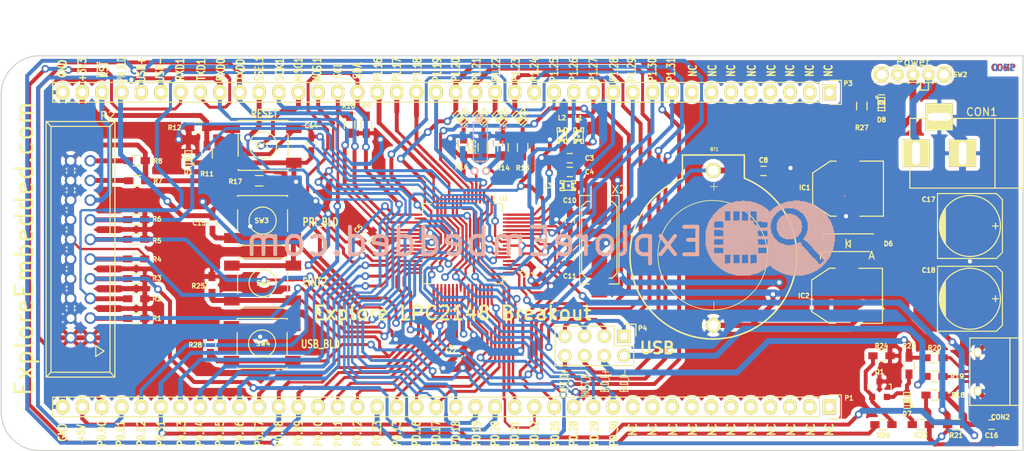
<source format=kicad_pcb>
(kicad_pcb (version 4) (host pcbnew "(2015-01-16 BZR 5376)-product")
  (layers (0 F.Cu signal) (31 B.Cu signal) (34 B.Paste user) (35 F.Paste user) (36 B.SilkS user) (37 F.SilkS user) (38 B.Mask user) (39 F.Mask user) (44 Edge.Cuts user))
  (net 0 "")
  (net 1 "Net-(BT1-Pad1)")
  (net 2 GND)
  (net 3 "Net-(C1-Pad1)")
  (net 4 "Net-(C2-Pad1)")
  (net 5 "Net-(C3-Pad1)")
  (net 6 /VDDA)
  (net 7 +3.3VP)
  (net 8 "Net-(C10-Pad1)")
  (net 9 "Net-(C11-Pad2)")
  (net 10 /~RST)
  (net 11 PRI_BLD)
  (net 12 +5V)
  (net 13 "Net-(C17-Pad1)")
  (net 14 "Net-(CON1-Pad1)")
  (net 15 "Net-(CON2-Pad2)")
  (net 16 "Net-(CON2-Pad3)")
  (net 17 "Net-(D1-Pad2)")
  (net 18 "Net-(D2-Pad2)")
  (net 19 /u_led_1)
  (net 20 "Net-(D3-Pad2)")
  (net 21 /u_led_2)
  (net 22 "Net-(D4-Pad2)")
  (net 23 /u_led_3)
  (net 24 "Net-(D5-Pad2)")
  (net 25 /u_led_4)
  (net 26 "Net-(D7-Pad2)")
  (net 27 "Net-(D7-Pad1)")
  (net 28 "Net-(D8-Pad2)")
  (net 29 "Net-(L3-Pad2)")
  (net 30 "Net-(P1-Pad1)")
  (net 31 "Net-(P1-Pad2)")
  (net 32 "Net-(P1-Pad3)")
  (net 33 "Net-(P1-Pad4)")
  (net 34 "Net-(P1-Pad5)")
  (net 35 "Net-(P1-Pad6)")
  (net 36 "Net-(P1-Pad7)")
  (net 37 "Net-(P1-Pad8)")
  (net 38 "Net-(P1-Pad9)")
  (net 39 "Net-(P1-Pad10)")
  (net 40 "Net-(P1-Pad11)")
  (net 41 "Net-(P1-Pad12)")
  (net 42 "Net-(P1-Pad13)")
  (net 43 "Net-(P1-Pad14)")
  (net 44 "Net-(P1-Pad15)")
  (net 45 "Net-(P1-Pad16)")
  (net 46 /SSEL1)
  (net 47 /MOSI1)
  (net 48 /MISO1)
  (net 49 /SCK1)
  (net 50 "Net-(P1-Pad22)")
  (net 51 "Net-(P1-Pad23)")
  (net 52 /VBUS)
  (net 53 "Net-(P1-Pad25)")
  (net 54 "Net-(P1-Pad26)")
  (net 55 "Net-(P1-Pad27)")
  (net 56 /RXD1)
  (net 57 /TXD1)
  (net 58 /u_sw_1)
  (net 59 "Net-(P1-Pad31)")
  (net 60 "Net-(P1-Pad32)")
  (net 61 "Net-(P1-Pad33)")
  (net 62 /SDA0)
  (net 63 /CONNECT)
  (net 64 /SCL0)
  (net 65 /RXD0)
  (net 66 /TXD0)
  (net 67 /~TRST)
  (net 68 /TDI)
  (net 69 /TMS)
  (net 70 /TCK)
  (net 71 /RTCK)
  (net 72 /TD0)
  (net 73 "Net-(P2-Pad17)")
  (net 74 "Net-(P2-Pad19)")
  (net 75 "Net-(P3-Pad1)")
  (net 76 "Net-(P3-Pad2)")
  (net 77 "Net-(P3-Pad3)")
  (net 78 "Net-(P3-Pad4)")
  (net 79 "Net-(P3-Pad5)")
  (net 80 "Net-(P3-Pad6)")
  (net 81 "Net-(P3-Pad7)")
  (net 82 "Net-(P3-Pad8)")
  (net 83 "Net-(P3-Pad15)")
  (net 84 "Net-(P3-Pad16)")
  (net 85 "Net-(P3-Pad21)")
  (net 86 "Net-(P3-Pad22)")
  (net 87 "Net-(P3-Pad23)")
  (net 88 "Net-(P3-Pad24)")
  (net 89 HOST_USB_D-)
  (net 90 HOST_USB_D+)
  (net 91 USB_D-)
  (net 92 "Net-(P4-Pad2)")
  (net 93 USB_D+)
  (net 94 "Net-(P4-Pad4)")
  (net 95 "Net-(Q1-Pad1)")
  (net 96 USB_BLD)
  (net 97 "Net-(P1-Pad17)")
  (module EE:Crystal_Round_Horizontal_2mm_NEW (layer B.Cu) (at 120.904 55.88 180)
    (fp_text reference X1 (at 0.154 6.88 180) (layer B.SilkS) (effects (font (size 0.6 0.6)) (justify mirror)))
    (fp_text value 3.768KHz hide)
    (pad 1 thru_hole circle (at -0.7493 0 180) (size 1.00076 1.00076) (drill 0.59944) (layers *.Cu *.Mask B.SilkS) (net 3 "Net-(C1-Pad1)"))
    (pad 2 thru_hole circle (at 0.7493 0 180) (size 1.00076 1.00076) (drill 0.59944) (layers *.Cu *.Mask B.SilkS) (net 4 "Net-(C2-Pad1)"))
    (pad 3 smd rect (at 0 3.25 180) (size 1.6 2) (layers B.Cu B.Paste B.Mask) (net 2 GND))
  )
  (module EE:BATT_rtc_XL (layer F.Cu) (at 151.003 75.819 90)
    (fp_text reference BT1 (at 22.733 0.127 180) (layer F.SilkS) (effects (font (size 0.4064 0.4064) (thickness 0.0889))))
    (fp_text value CR2032 hide)
    (fp_text user + (at 17.9197 -0.03302 90) (layer F.SilkS) (effects (font (size 1.27 1.27) (thickness 0.0889))))
    (fp_text user - (at 2.58318 -0.03302 90) (layer F.SilkS) (effects (font (size 1.27 1.27) (thickness 0.0889))))
    (pad 1 thru_hole circle (at 19.99996 0 90) (size 1.94818 1.94818) (drill 1.29794) (layers *.Cu *.Mask F.Paste F.SilkS) (net 1 "Net-(BT1-Pad1)"))
    (pad 2 thru_hole circle (at 0 0 90) (size 1.94818 1.94818) (drill 1.29794) (layers *.Cu *.Mask F.Paste F.SilkS) (net 2 GND))
  )
  (module Capacitors_SMD:C_0603_HandSoldering (layer B.Cu) (at 123.19 52.324 90)
    (fp_text reference C1 (at 2.074 0.56 180) (layer B.SilkS) (effects (font (size 0.6 0.6)) (justify mirror)))
    (fp_text value 22pf hide)
    (pad 1 smd rect (at -0.95 0 90) (size 1.2 0.75) (layers B.Cu B.Paste B.Mask) (net 3 "Net-(C1-Pad1)"))
    (pad 2 smd rect (at 0.95 0 90) (size 1.2 0.75) (layers B.Cu B.Paste B.Mask) (net 2 GND))
  )
  (module Capacitors_SMD:C_0603_HandSoldering (layer B.Cu) (at 118.618 52.324 90)
    (fp_text reference C2 (at 2.324 0.132 180) (layer B.SilkS) (effects (font (size 0.6 0.6)) (justify mirror)))
    (fp_text value 22pf hide)
    (pad 1 smd rect (at -0.95 0 90) (size 1.2 0.75) (layers B.Cu B.Paste B.Mask) (net 4 "Net-(C2-Pad1)"))
    (pad 2 smd rect (at 0.95 0 90) (size 1.2 0.75) (layers B.Cu B.Paste B.Mask) (net 2 GND))
  )
  (module Capacitors_SMD:C_0603_HandSoldering (layer F.Cu) (at 132.461 54.229)
    (fp_text reference C3 (at 2.54 0) (layer F.SilkS) (effects (font (size 0.6 0.6))))
    (fp_text value 4.7uF hide)
    (pad 1 smd rect (at -0.95 0) (size 1.2 0.75) (layers F.Cu F.Paste F.Mask) (net 5 "Net-(C3-Pad1)"))
    (pad 2 smd rect (at 0.95 0) (size 1.2 0.75) (layers F.Cu F.Paste F.Mask) (net 6 /VDDA))
  )
  (module Capacitors_SMD:C_0603_HandSoldering (layer F.Cu) (at 132.461 56.007)
    (fp_text reference C4 (at 2.54 0) (layer F.SilkS) (effects (font (size 0.6 0.6))))
    (fp_text value 100nf hide)
    (pad 1 smd rect (at -0.95 0) (size 1.2 0.75) (layers F.Cu F.Paste F.Mask) (net 5 "Net-(C3-Pad1)"))
    (pad 2 smd rect (at 0.95 0) (size 1.2 0.75) (layers F.Cu F.Paste F.Mask) (net 6 /VDDA))
  )
  (module Capacitors_SMD:C_0603_HandSoldering (layer F.Cu) (at 106.2355 64.389 45)
    (fp_text reference C5 (at -0.044901 -1.481742 45) (layer F.SilkS) (effects (font (size 0.6 0.6))))
    (fp_text value 100nf hide)
    (pad 1 smd rect (at -0.95 0 45) (size 1.2 0.75) (layers F.Cu F.Paste F.Mask) (net 2 GND))
    (pad 2 smd rect (at 0.95 0 45) (size 1.2 0.75) (layers F.Cu F.Paste F.Mask) (net 7 +3.3VP))
  )
  (module Capacitors_SMD:C_0603_HandSoldering (layer F.Cu) (at 117.983 79.5655 45)
    (fp_text reference C6 (at -0.224506 -1.212335 45) (layer F.SilkS) (effects (font (size 0.6 0.6))))
    (fp_text value 100nf hide)
    (pad 1 smd rect (at -0.95 0 45) (size 1.2 0.75) (layers F.Cu F.Paste F.Mask) (net 2 GND))
    (pad 2 smd rect (at 0.95 0 45) (size 1.2 0.75) (layers F.Cu F.Paste F.Mask) (net 7 +3.3VP))
  )
  (module Capacitors_SMD:C_0603_HandSoldering (layer F.Cu) (at 128.143 68.834 135)
    (fp_text reference C7 (at 0.898026 -1.436841 135) (layer F.SilkS) (effects (font (size 0.6 0.6))))
    (fp_text value 100nf hide)
    (pad 1 smd rect (at -0.95 0 135) (size 1.2 0.75) (layers F.Cu F.Paste F.Mask) (net 2 GND))
    (pad 2 smd rect (at 0.95 0 135) (size 1.2 0.75) (layers F.Cu F.Paste F.Mask) (net 7 +3.3VP))
  )
  (module Capacitors_SMD:C_0603_HandSoldering (layer F.Cu) (at 157.48 55.88)
    (fp_text reference C8 (at 0 -1.397) (layer F.SilkS) (effects (font (size 0.6 0.6))))
    (fp_text value 100nf hide)
    (pad 1 smd rect (at -0.95 0) (size 1.2 0.75) (layers F.Cu F.Paste F.Mask) (net 1 "Net-(BT1-Pad1)"))
    (pad 2 smd rect (at 0.95 0) (size 1.2 0.75) (layers F.Cu F.Paste F.Mask) (net 2 GND))
  )
  (module Capacitors_SMD:C_0603_HandSoldering (layer F.Cu) (at 132.461 62.23 270)
    (fp_text reference C10 (at -2.54 0 360) (layer F.SilkS) (effects (font (size 0.6 0.6))))
    (fp_text value 22pf hide)
    (pad 1 smd rect (at -0.95 0 270) (size 1.2 0.75) (layers F.Cu F.Paste F.Mask) (net 8 "Net-(C10-Pad1)"))
    (pad 2 smd rect (at 0.95 0 270) (size 1.2 0.75) (layers F.Cu F.Paste F.Mask) (net 2 GND))
  )
  (module Capacitors_SMD:C_0603_HandSoldering (layer F.Cu) (at 132.461 67.056 270)
    (fp_text reference C11 (at 2.413 0 360) (layer F.SilkS) (effects (font (size 0.6 0.6))))
    (fp_text value 22pf hide)
    (pad 1 smd rect (at -0.95 0 270) (size 1.2 0.75) (layers F.Cu F.Paste F.Mask) (net 2 GND))
    (pad 2 smd rect (at 0.95 0 270) (size 1.2 0.75) (layers F.Cu F.Paste F.Mask) (net 9 "Net-(C11-Pad2)"))
  )
  (module Capacitors_SMD:C_0603_HandSoldering (layer F.Cu) (at 99.06 52.451 90)
    (fp_text reference C14 (at 2.413 0 180) (layer F.SilkS) (effects (font (size 0.6 0.6))))
    (fp_text value 100nf hide)
    (pad 1 smd rect (at -0.95 0 90) (size 1.2 0.75) (layers F.Cu F.Paste F.Mask) (net 2 GND))
    (pad 2 smd rect (at 0.95 0 90) (size 1.2 0.75) (layers F.Cu F.Paste F.Mask) (net 10 /~RST))
  )
  (module Capacitors_SMD:C_0603_HandSoldering (layer F.Cu) (at 86.2965 62.611 90)
    (fp_text reference C15 (at 0 -1.7145 180) (layer F.SilkS) (effects (font (size 0.6 0.6))))
    (fp_text value 100nf hide)
    (pad 1 smd rect (at -0.95 0 90) (size 1.2 0.75) (layers F.Cu F.Paste F.Mask) (net 2 GND))
    (pad 2 smd rect (at 0.95 0 90) (size 1.2 0.75) (layers F.Cu F.Paste F.Mask) (net 11 PRI_BLD))
  )
  (module Capacitors_SMD:C_0603_HandSoldering (layer F.Cu) (at 186.944 88.646)
    (fp_text reference C16 (at 0 1.397) (layer F.SilkS) (effects (font (size 0.6 0.6))))
    (fp_text value 100nf hide)
    (pad 1 smd rect (at -0.95 0) (size 1.2 0.75) (layers F.Cu F.Paste F.Mask) (net 12 +5V))
    (pad 2 smd rect (at 0.95 0) (size 1.2 0.75) (layers F.Cu F.Paste F.Mask) (net 2 GND))
  )
  (module Capacitors_SMD:c_elec_8x10.5 (layer F.Cu) (at 184.15 62.992)
    (fp_text reference C17 (at -5.334 -3.429) (layer F.SilkS) (effects (font (size 0.6 0.6))))
    (fp_text value 100uF/25V hide)
    (pad 1 smd rect (at 3.2512 0) (size 3.50012 2.4003) (layers F.Cu F.Paste F.Mask) (net 13 "Net-(C17-Pad1)"))
    (pad 2 smd rect (at -3.2512 0) (size 3.50012 2.4003) (layers F.Cu F.Paste F.Mask) (net 2 GND))
  )
  (module Capacitors_SMD:c_elec_8x10.5 (layer F.Cu) (at 184.15 72.39)
    (fp_text reference C18 (at -5.334 -3.683) (layer F.SilkS) (effects (font (size 0.6 0.6))))
    (fp_text value 100uF/25V hide)
    (pad 1 smd rect (at 3.2512 0) (size 3.50012 2.4003) (layers F.Cu F.Paste F.Mask) (net 12 +5V))
    (pad 2 smd rect (at -3.2512 0) (size 3.50012 2.4003) (layers F.Cu F.Paste F.Mask) (net 2 GND))
  )
  (module Connect:BARREL_JACK (layer F.Cu) (at 183.388 53.594 180)
    (fp_text reference CON1 (at -2.286 5.334 360) (layer F.SilkS))
    (fp_text value BARREL_JACK hide)
    (pad 1 thru_hole rect (at 6.20014 0 180) (size 3.50012 3.50012) (drill oval 1.00076 2.99974) (layers *.Cu *.Mask F.SilkS) (net 14 "Net-(CON1-Pad1)"))
    (pad 2 thru_hole rect (at 0.20066 0 180) (size 3.50012 3.50012) (drill oval 1.00076 2.99974) (layers *.Cu *.Mask F.SilkS) (net 2 GND))
    (pad 3 thru_hole rect (at 3.2004 4.699 180) (size 3.50012 3.50012) (drill oval 2.99974 1.00076) (layers *.Cu *.Mask F.SilkS) (net 2 GND))
  )
  (module SMD_Packages:SOT-223 (layer F.Cu) (at 168.402 58.166 90)
    (fp_text reference IC1 (at 0.127 -5.588 180) (layer F.SilkS) (effects (font (size 0.6 0.6))))
    (fp_text value LM1117 hide)
    (pad 4 smd rect (at 0 -3.302 90) (size 3.6576 2.032) (layers F.Cu F.Paste F.Mask) (net 12 +5V))
    (pad 2 smd rect (at 0 3.302 90) (size 1.016 2.032) (layers F.Cu F.Paste F.Mask) (net 12 +5V))
    (pad 3 smd rect (at 2.286 3.302 90) (size 1.016 2.032) (layers F.Cu F.Paste F.Mask) (net 13 "Net-(C17-Pad1)"))
    (pad 1 smd rect (at -2.286 3.302 90) (size 1.016 2.032) (layers F.Cu F.Paste F.Mask) (net 2 GND))
  )
  (module SMD_Packages:SOT-223 (layer F.Cu) (at 168.275 72.009 90)
    (fp_text reference IC2 (at 0 -5.588 180) (layer F.SilkS) (effects (font (size 0.6 0.6))))
    (fp_text value LM1117 hide)
    (pad 4 smd rect (at 0 -3.302 90) (size 3.6576 2.032) (layers F.Cu F.Paste F.Mask) (net 7 +3.3VP))
    (pad 2 smd rect (at 0 3.302 90) (size 1.016 2.032) (layers F.Cu F.Paste F.Mask) (net 7 +3.3VP))
    (pad 3 smd rect (at 2.286 3.302 90) (size 1.016 2.032) (layers F.Cu F.Paste F.Mask) (net 12 +5V))
    (pad 1 smd rect (at -2.286 3.302 90) (size 1.016 2.032) (layers F.Cu F.Paste F.Mask) (net 2 GND))
  )
  (module LEDs:LED-0805 (layer F.Cu) (at 133.604 51.308 90)
    (fp_text reference L1 (at 2.286 0 180) (layer F.SilkS) (effects (font (size 0.6 0.6))))
    (fp_text value FER hide)
    (pad 2 smd rect (at 1.04902 0 270) (size 1.19888 1.19888) (layers F.Cu F.Paste F.Mask) (net 7 +3.3VP))
    (pad 1 smd rect (at -1.04902 0 270) (size 1.19888 1.19888) (layers F.Cu F.Paste F.Mask) (net 6 /VDDA))
  )
  (module LEDs:LED-0805 (layer F.Cu) (at 131.445 51.308 90)
    (fp_text reference L2 (at 2.286 0 180) (layer F.SilkS) (effects (font (size 0.6 0.6))))
    (fp_text value FER hide)
    (pad 2 smd rect (at 1.04902 0 270) (size 1.19888 1.19888) (layers F.Cu F.Paste F.Mask) (net 2 GND))
    (pad 1 smd rect (at -1.04902 0 270) (size 1.19888 1.19888) (layers F.Cu F.Paste F.Mask) (net 5 "Net-(C3-Pad1)"))
  )
  (module LEDs:LED-0805 (layer F.Cu) (at 132.207 57.785 180)
    (fp_text reference L3 (at 2.54 0 180) (layer F.SilkS) (effects (font (size 0.6 0.6))))
    (fp_text value FER hide)
    (pad 2 smd rect (at 1.04902 0) (size 1.19888 1.19888) (layers F.Cu F.Paste F.Mask) (net 29 "Net-(L3-Pad2)"))
    (pad 1 smd rect (at -1.04902 0) (size 1.19888 1.19888) (layers F.Cu F.Paste F.Mask) (net 7 +3.3VP))
  )
  (module Pin_Headers:Pin_Header_Straight_1x40 (layer F.Cu) (at 165.989 86.36 270)
    (fp_text reference P1 (at -1.143 -2.54 360) (layer F.SilkS) (effects (font (size 0.6 0.6))))
    (fp_text value CONN_01X40 hide)
    (pad 1 thru_hole rect (at 0 0 270) (size 2.032 1.7272) (drill 1.016) (layers *.Cu *.Mask F.SilkS) (net 30 "Net-(P1-Pad1)"))
    (pad 2 thru_hole oval (at 0 2.54 270) (size 2.032 1.7272) (drill 1.016) (layers *.Cu *.Mask F.SilkS) (net 31 "Net-(P1-Pad2)"))
    (pad 3 thru_hole oval (at 0 5.08 270) (size 2.032 1.7272) (drill 1.016) (layers *.Cu *.Mask F.SilkS) (net 32 "Net-(P1-Pad3)"))
    (pad 4 thru_hole oval (at 0 7.62 270) (size 2.032 1.7272) (drill 1.016) (layers *.Cu *.Mask F.SilkS) (net 33 "Net-(P1-Pad4)"))
    (pad 5 thru_hole oval (at 0 10.16 270) (size 2.032 1.7272) (drill 1.016) (layers *.Cu *.Mask F.SilkS) (net 34 "Net-(P1-Pad5)"))
    (pad 6 thru_hole oval (at 0 12.7 270) (size 2.032 1.7272) (drill 1.016) (layers *.Cu *.Mask F.SilkS) (net 35 "Net-(P1-Pad6)"))
    (pad 7 thru_hole oval (at 0 15.24 270) (size 2.032 1.7272) (drill 1.016) (layers *.Cu *.Mask F.SilkS) (net 36 "Net-(P1-Pad7)"))
    (pad 8 thru_hole oval (at 0 17.78 270) (size 2.032 1.7272) (drill 1.016) (layers *.Cu *.Mask F.SilkS) (net 37 "Net-(P1-Pad8)"))
    (pad 9 thru_hole oval (at 0 20.32 270) (size 2.032 1.7272) (drill 1.016) (layers *.Cu *.Mask F.SilkS) (net 38 "Net-(P1-Pad9)"))
    (pad 10 thru_hole oval (at 0 22.86 270) (size 2.032 1.7272) (drill 1.016) (layers *.Cu *.Mask F.SilkS) (net 39 "Net-(P1-Pad10)"))
    (pad 11 thru_hole oval (at 0 25.4 270) (size 2.032 1.7272) (drill 1.016) (layers *.Cu *.Mask F.SilkS) (net 40 "Net-(P1-Pad11)"))
    (pad 12 thru_hole oval (at 0 27.94 270) (size 2.032 1.7272) (drill 1.016) (layers *.Cu *.Mask F.SilkS) (net 41 "Net-(P1-Pad12)"))
    (pad 13 thru_hole oval (at 0 30.48 270) (size 2.032 1.7272) (drill 1.016) (layers *.Cu *.Mask F.SilkS) (net 42 "Net-(P1-Pad13)"))
    (pad 14 thru_hole oval (at 0 33.02 270) (size 2.032 1.7272) (drill 1.016) (layers *.Cu *.Mask F.SilkS) (net 43 "Net-(P1-Pad14)"))
    (pad 15 thru_hole oval (at 0 35.56 270) (size 2.032 1.7272) (drill 1.016) (layers *.Cu *.Mask F.SilkS) (net 44 "Net-(P1-Pad15)"))
    (pad 16 thru_hole oval (at 0 38.1 270) (size 2.032 1.7272) (drill 1.016) (layers *.Cu *.Mask F.SilkS) (net 45 "Net-(P1-Pad16)"))
    (pad 17 thru_hole oval (at 0 40.64 270) (size 2.032 1.7272) (drill 1.016) (layers *.Cu *.Mask F.SilkS) (net 97 "Net-(P1-Pad17)"))
    (pad 18 thru_hole oval (at 0 43.18 270) (size 2.032 1.7272) (drill 1.016) (layers *.Cu *.Mask F.SilkS) (net 46 /SSEL1))
    (pad 19 thru_hole oval (at 0 45.72 270) (size 2.032 1.7272) (drill 1.016) (layers *.Cu *.Mask F.SilkS) (net 47 /MOSI1))
    (pad 20 thru_hole oval (at 0 48.26 270) (size 2.032 1.7272) (drill 1.016) (layers *.Cu *.Mask F.SilkS) (net 48 /MISO1))
    (pad 21 thru_hole oval (at 0 50.8 270) (size 2.032 1.7272) (drill 1.016) (layers *.Cu *.Mask F.SilkS) (net 49 /SCK1))
    (pad 22 thru_hole oval (at 0 53.34 270) (size 2.032 1.7272) (drill 1.016) (layers *.Cu *.Mask F.SilkS) (net 50 "Net-(P1-Pad22)"))
    (pad 23 thru_hole oval (at 0 55.88 270) (size 2.032 1.7272) (drill 1.016) (layers *.Cu *.Mask F.SilkS) (net 51 "Net-(P1-Pad23)"))
    (pad 24 thru_hole oval (at 0 58.42 270) (size 2.032 1.7272) (drill 1.016) (layers *.Cu *.Mask F.SilkS) (net 52 /VBUS))
    (pad 25 thru_hole oval (at 0 60.96 270) (size 2.032 1.7272) (drill 1.016) (layers *.Cu *.Mask F.SilkS) (net 53 "Net-(P1-Pad25)"))
    (pad 26 thru_hole oval (at 0 63.5 270) (size 2.032 1.7272) (drill 1.016) (layers *.Cu *.Mask F.SilkS) (net 54 "Net-(P1-Pad26)"))
    (pad 27 thru_hole oval (at 0 66.04 270) (size 2.032 1.7272) (drill 1.016) (layers *.Cu *.Mask F.SilkS) (net 55 "Net-(P1-Pad27)"))
    (pad 28 thru_hole oval (at 0 68.58 270) (size 2.032 1.7272) (drill 1.016) (layers *.Cu *.Mask F.SilkS) (net 56 /RXD1))
    (pad 29 thru_hole oval (at 0 71.12 270) (size 2.032 1.7272) (drill 1.016) (layers *.Cu *.Mask F.SilkS) (net 57 /TXD1))
    (pad 30 thru_hole oval (at 0 73.66 270) (size 2.032 1.7272) (drill 1.016) (layers *.Cu *.Mask F.SilkS) (net 58 /u_sw_1))
    (pad 31 thru_hole oval (at 0 76.2 270) (size 2.032 1.7272) (drill 1.016) (layers *.Cu *.Mask F.SilkS) (net 59 "Net-(P1-Pad31)"))
    (pad 32 thru_hole oval (at 0 78.74 270) (size 2.032 1.7272) (drill 1.016) (layers *.Cu *.Mask F.SilkS) (net 60 "Net-(P1-Pad32)"))
    (pad 33 thru_hole oval (at 0 81.28 270) (size 2.032 1.7272) (drill 1.016) (layers *.Cu *.Mask F.SilkS) (net 61 "Net-(P1-Pad33)"))
    (pad 34 thru_hole oval (at 0 83.82 270) (size 2.032 1.7272) (drill 1.016) (layers *.Cu *.Mask F.SilkS) (net 62 /SDA0))
    (pad 35 thru_hole oval (at 0 86.36 270) (size 2.032 1.7272) (drill 1.016) (layers *.Cu *.Mask F.SilkS) (net 63 /CONNECT))
    (pad 36 thru_hole oval (at 0 88.9 270) (size 2.032 1.7272) (drill 1.016) (layers *.Cu *.Mask F.SilkS) (net 64 /SCL0))
    (pad 37 thru_hole oval (at 0 91.44 270) (size 2.032 1.7272) (drill 1.016) (layers *.Cu *.Mask F.SilkS) (net 65 /RXD0))
    (pad 38 thru_hole oval (at 0 93.98 270) (size 2.032 1.7272) (drill 1.016) (layers *.Cu *.Mask F.SilkS) (net 66 /TXD0))
    (pad 39 thru_hole oval (at 0 96.52 270) (size 2.032 1.7272) (drill 1.016) (layers *.Cu *.Mask F.SilkS) (net 12 +5V))
    (pad 40 thru_hole oval (at 0 99.06 270) (size 2.032 1.7272) (drill 1.016) (layers *.Cu *.Mask F.SilkS) (net 2 GND))
  )
  (module Connect:VASCH10x2 (layer F.Cu) (at 69.25 66 90)
    (fp_text reference P2 (at 17.25 3.5 180) (layer F.SilkS))
    (fp_text value JTAG hide)
    (pad 1 thru_hole circle (at -11.43 1.27 90) (size 1.50622 1.50622) (drill 0.99822) (layers *.Cu *.Mask) (net 7 +3.3VP))
    (pad 2 thru_hole circle (at -11.43 -1.27 90) (size 1.50622 1.50622) (drill 0.99822) (layers *.Cu *.Mask) (net 7 +3.3VP))
    (pad 3 thru_hole circle (at -8.89 1.27 90) (size 1.50622 1.50622) (drill 0.99822) (layers *.Cu *.Mask) (net 67 /~TRST))
    (pad 4 thru_hole circle (at -8.89 -1.27 90) (size 1.50622 1.50622) (drill 0.99822) (layers *.Cu *.Mask) (net 2 GND))
    (pad 5 thru_hole circle (at -6.35 1.27 90) (size 1.50622 1.50622) (drill 0.99822) (layers *.Cu *.Mask) (net 68 /TDI))
    (pad 6 thru_hole circle (at -6.35 -1.27 90) (size 1.50622 1.50622) (drill 0.99822) (layers *.Cu *.Mask) (net 2 GND))
    (pad 7 thru_hole circle (at -3.81 1.27 90) (size 1.50622 1.50622) (drill 0.99822) (layers *.Cu *.Mask) (net 69 /TMS))
    (pad 8 thru_hole circle (at -3.81 -1.27 90) (size 1.50622 1.50622) (drill 0.99822) (layers *.Cu *.Mask) (net 2 GND))
    (pad 9 thru_hole circle (at -1.27 1.27 90) (size 1.50622 1.50622) (drill 0.99822) (layers *.Cu *.Mask) (net 70 /TCK))
    (pad 10 thru_hole circle (at -1.27 -1.27 90) (size 1.50622 1.50622) (drill 0.99822) (layers *.Cu *.Mask) (net 2 GND))
    (pad 11 thru_hole circle (at 1.27 1.27 90) (size 1.50622 1.50622) (drill 0.99822) (layers *.Cu *.Mask) (net 71 /RTCK))
    (pad 12 thru_hole circle (at 1.27 -1.27 90) (size 1.50622 1.50622) (drill 0.99822) (layers *.Cu *.Mask) (net 2 GND))
    (pad 13 thru_hole circle (at 3.81 1.27 90) (size 1.50622 1.50622) (drill 0.99822) (layers *.Cu *.Mask) (net 72 /TD0))
    (pad 14 thru_hole circle (at 3.81 -1.27 90) (size 1.50622 1.50622) (drill 0.99822) (layers *.Cu *.Mask) (net 2 GND))
    (pad 15 thru_hole circle (at 6.35 1.27 90) (size 1.50622 1.50622) (drill 0.99822) (layers *.Cu *.Mask) (net 10 /~RST))
    (pad 16 thru_hole circle (at 6.35 -1.27 90) (size 1.50622 1.50622) (drill 0.99822) (layers *.Cu *.Mask) (net 2 GND))
    (pad 17 thru_hole circle (at 8.89 1.27 90) (size 1.50622 1.50622) (drill 0.99822) (layers *.Cu *.Mask) (net 73 "Net-(P2-Pad17)"))
    (pad 18 thru_hole circle (at 8.89 -1.27 90) (size 1.50622 1.50622) (drill 0.99822) (layers *.Cu *.Mask) (net 2 GND))
    (pad 19 thru_hole circle (at 11.43 1.27 90) (size 1.50622 1.50622) (drill 0.99822) (layers *.Cu *.Mask) (net 74 "Net-(P2-Pad19)"))
    (pad 20 thru_hole circle (at 11.43 -1.27 90) (size 1.50622 1.50622) (drill 0.99822) (layers *.Cu *.Mask) (net 2 GND))
  )
  (module Pin_Headers:Pin_Header_Straight_1x40 (layer F.Cu) (at 165.989 45.72 270)
    (fp_text reference P3 (at -1.143 -2.413 360) (layer F.SilkS) (effects (font (size 0.6 0.6))))
    (fp_text value CONN_01X40 hide)
    (pad 1 thru_hole rect (at 0 0 270) (size 2.032 1.7272) (drill 1.016) (layers *.Cu *.Mask F.SilkS) (net 75 "Net-(P3-Pad1)"))
    (pad 2 thru_hole oval (at 0 2.54 270) (size 2.032 1.7272) (drill 1.016) (layers *.Cu *.Mask F.SilkS) (net 76 "Net-(P3-Pad2)"))
    (pad 3 thru_hole oval (at 0 5.08 270) (size 2.032 1.7272) (drill 1.016) (layers *.Cu *.Mask F.SilkS) (net 77 "Net-(P3-Pad3)"))
    (pad 4 thru_hole oval (at 0 7.62 270) (size 2.032 1.7272) (drill 1.016) (layers *.Cu *.Mask F.SilkS) (net 78 "Net-(P3-Pad4)"))
    (pad 5 thru_hole oval (at 0 10.16 270) (size 2.032 1.7272) (drill 1.016) (layers *.Cu *.Mask F.SilkS) (net 79 "Net-(P3-Pad5)"))
    (pad 6 thru_hole oval (at 0 12.7 270) (size 2.032 1.7272) (drill 1.016) (layers *.Cu *.Mask F.SilkS) (net 80 "Net-(P3-Pad6)"))
    (pad 7 thru_hole oval (at 0 15.24 270) (size 2.032 1.7272) (drill 1.016) (layers *.Cu *.Mask F.SilkS) (net 81 "Net-(P3-Pad7)"))
    (pad 8 thru_hole oval (at 0 17.78 270) (size 2.032 1.7272) (drill 1.016) (layers *.Cu *.Mask F.SilkS) (net 82 "Net-(P3-Pad8)"))
    (pad 9 thru_hole oval (at 0 20.32 270) (size 2.032 1.7272) (drill 1.016) (layers *.Cu *.Mask F.SilkS) (net 67 /~TRST))
    (pad 10 thru_hole oval (at 0 22.86 270) (size 2.032 1.7272) (drill 1.016) (layers *.Cu *.Mask F.SilkS) (net 69 /TMS))
    (pad 11 thru_hole oval (at 0 25.4 270) (size 2.032 1.7272) (drill 1.016) (layers *.Cu *.Mask F.SilkS) (net 70 /TCK))
    (pad 12 thru_hole oval (at 0 27.94 270) (size 2.032 1.7272) (drill 1.016) (layers *.Cu *.Mask F.SilkS) (net 68 /TDI))
    (pad 13 thru_hole oval (at 0 30.48 270) (size 2.032 1.7272) (drill 1.016) (layers *.Cu *.Mask F.SilkS) (net 72 /TD0))
    (pad 14 thru_hole oval (at 0 33.02 270) (size 2.032 1.7272) (drill 1.016) (layers *.Cu *.Mask F.SilkS) (net 71 /RTCK))
    (pad 15 thru_hole oval (at 0 35.56 270) (size 2.032 1.7272) (drill 1.016) (layers *.Cu *.Mask F.SilkS) (net 83 "Net-(P3-Pad15)"))
    (pad 16 thru_hole oval (at 0 38.1 270) (size 2.032 1.7272) (drill 1.016) (layers *.Cu *.Mask F.SilkS) (net 84 "Net-(P3-Pad16)"))
    (pad 17 thru_hole oval (at 0 40.64 270) (size 2.032 1.7272) (drill 1.016) (layers *.Cu *.Mask F.SilkS) (net 19 /u_led_1))
    (pad 18 thru_hole oval (at 0 43.18 270) (size 2.032 1.7272) (drill 1.016) (layers *.Cu *.Mask F.SilkS) (net 21 /u_led_2))
    (pad 19 thru_hole oval (at 0 45.72 270) (size 2.032 1.7272) (drill 1.016) (layers *.Cu *.Mask F.SilkS) (net 23 /u_led_3))
    (pad 20 thru_hole oval (at 0 48.26 270) (size 2.032 1.7272) (drill 1.016) (layers *.Cu *.Mask F.SilkS) (net 25 /u_led_4))
    (pad 21 thru_hole oval (at 0 50.8 270) (size 2.032 1.7272) (drill 1.016) (layers *.Cu *.Mask F.SilkS) (net 85 "Net-(P3-Pad21)"))
    (pad 22 thru_hole oval (at 0 53.34 270) (size 2.032 1.7272) (drill 1.016) (layers *.Cu *.Mask F.SilkS) (net 86 "Net-(P3-Pad22)"))
    (pad 23 thru_hole oval (at 0 55.88 270) (size 2.032 1.7272) (drill 1.016) (layers *.Cu *.Mask F.SilkS) (net 87 "Net-(P3-Pad23)"))
    (pad 24 thru_hole oval (at 0 58.42 270) (size 2.032 1.7272) (drill 1.016) (layers *.Cu *.Mask F.SilkS) (net 88 "Net-(P3-Pad24)"))
    (pad 25 thru_hole oval (at 0 60.96 270) (size 2.032 1.7272) (drill 1.016) (layers *.Cu *.Mask F.SilkS) (net 62 /SDA0))
    (pad 26 thru_hole oval (at 0 63.5 270) (size 2.032 1.7272) (drill 1.016) (layers *.Cu *.Mask F.SilkS) (net 64 /SCL0))
    (pad 27 thru_hole oval (at 0 66.04 270) (size 2.032 1.7272) (drill 1.016) (layers *.Cu *.Mask F.SilkS) (net 47 /MOSI1))
    (pad 28 thru_hole oval (at 0 68.58 270) (size 2.032 1.7272) (drill 1.016) (layers *.Cu *.Mask F.SilkS) (net 48 /MISO1))
    (pad 29 thru_hole oval (at 0 71.12 270) (size 2.032 1.7272) (drill 1.016) (layers *.Cu *.Mask F.SilkS) (net 49 /SCK1))
    (pad 30 thru_hole oval (at 0 73.66 270) (size 2.032 1.7272) (drill 1.016) (layers *.Cu *.Mask F.SilkS) (net 46 /SSEL1))
    (pad 31 thru_hole oval (at 0 76.2 270) (size 2.032 1.7272) (drill 1.016) (layers *.Cu *.Mask F.SilkS) (net 66 /TXD0))
    (pad 32 thru_hole oval (at 0 78.74 270) (size 2.032 1.7272) (drill 1.016) (layers *.Cu *.Mask F.SilkS) (net 65 /RXD0))
    (pad 33 thru_hole oval (at 0 81.28 270) (size 2.032 1.7272) (drill 1.016) (layers *.Cu *.Mask F.SilkS) (net 57 /TXD1))
    (pad 34 thru_hole oval (at 0 83.82 270) (size 2.032 1.7272) (drill 1.016) (layers *.Cu *.Mask F.SilkS) (net 56 /RXD1))
    (pad 35 thru_hole oval (at 0 86.36 270) (size 2.032 1.7272) (drill 1.016) (layers *.Cu *.Mask F.SilkS) (net 89 HOST_USB_D-))
    (pad 36 thru_hole oval (at 0 88.9 270) (size 2.032 1.7272) (drill 1.016) (layers *.Cu *.Mask F.SilkS) (net 90 HOST_USB_D+))
    (pad 37 thru_hole oval (at 0 91.44 270) (size 2.032 1.7272) (drill 1.016) (layers *.Cu *.Mask F.SilkS) (net 11 PRI_BLD))
    (pad 38 thru_hole oval (at 0 93.98 270) (size 2.032 1.7272) (drill 1.016) (layers *.Cu *.Mask F.SilkS) (net 10 /~RST))
    (pad 39 thru_hole oval (at 0 96.52 270) (size 2.032 1.7272) (drill 1.016) (layers *.Cu *.Mask F.SilkS) (net 7 +3.3VP))
    (pad 40 thru_hole oval (at 0 99.06 270) (size 2.032 1.7272) (drill 1.016) (layers *.Cu *.Mask F.SilkS) (net 2 GND))
  )
  (module Pin_Headers:Pin_Header_Straight_2x04 (layer F.Cu) (at 139.446 77.216 270)
    (fp_text reference P4 (at -1.016 -2.413 360) (layer F.SilkS) (effects (font (size 0.6 0.6))))
    (fp_text value "USB Operation Selection" hide)
    (pad 1 thru_hole rect (at 0 0 270) (size 1.7272 1.7272) (drill 1.016) (layers *.Cu *.Mask F.SilkS) (net 91 USB_D-))
    (pad 2 thru_hole oval (at 2.54 0 270) (size 1.7272 1.7272) (drill 1.016) (layers *.Cu *.Mask F.SilkS) (net 92 "Net-(P4-Pad2)"))
    (pad 3 thru_hole oval (at 0 2.54 270) (size 1.7272 1.7272) (drill 1.016) (layers *.Cu *.Mask F.SilkS) (net 93 USB_D+))
    (pad 4 thru_hole oval (at 2.54 2.54 270) (size 1.7272 1.7272) (drill 1.016) (layers *.Cu *.Mask F.SilkS) (net 94 "Net-(P4-Pad4)"))
    (pad 5 thru_hole oval (at 0 5.08 270) (size 1.7272 1.7272) (drill 1.016) (layers *.Cu *.Mask F.SilkS) (net 91 USB_D-))
    (pad 6 thru_hole oval (at 2.54 5.08 270) (size 1.7272 1.7272) (drill 1.016) (layers *.Cu *.Mask F.SilkS) (net 89 HOST_USB_D-))
    (pad 7 thru_hole oval (at 0 7.62 270) (size 1.7272 1.7272) (drill 1.016) (layers *.Cu *.Mask F.SilkS) (net 93 USB_D+))
    (pad 8 thru_hole oval (at 2.54 7.62 270) (size 1.7272 1.7272) (drill 1.016) (layers *.Cu *.Mask F.SilkS) (net 90 HOST_USB_D+))
  )
  (module Housings_SOT-23_SOT-143_TSOT-6:SOT-23 (layer F.Cu) (at 172.466 84.074)
    (fp_text reference Q1 (at 0 -2.25) (layer F.SilkS) (effects (font (size 0.6 0.6))))
    (fp_text value BC856 hide)
    (pad 1 smd rect (at -0.95 1.00076) (size 0.8001 0.8001) (layers F.Cu F.Paste F.Mask) (net 95 "Net-(Q1-Pad1)"))
    (pad 2 smd rect (at 0.95 1.00076) (size 0.8001 0.8001) (layers F.Cu F.Paste F.Mask) (net 27 "Net-(D7-Pad1)"))
    (pad 3 smd rect (at 0 -0.99822) (size 0.8001 0.8001) (layers F.Cu F.Paste F.Mask) (net 7 +3.3VP))
  )
  (module Resistors_SMD:R_0603_HandSoldering (layer F.Cu) (at 76.454 74.93)
    (fp_text reference R1 (at 2.667 0) (layer F.SilkS) (effects (font (size 0.6 0.6))))
    (fp_text value 10K hide)
    (pad 1 smd rect (at -1.1 0) (size 1.2 0.9) (layers F.Cu F.Paste F.Mask) (net 67 /~TRST))
    (pad 2 smd rect (at 1.1 0) (size 1.2 0.9) (layers F.Cu F.Paste F.Mask) (net 7 +3.3VP))
  )
  (module Resistors_SMD:R_0603_HandSoldering (layer F.Cu) (at 76.454 72.39)
    (fp_text reference R2 (at 2.667 0) (layer F.SilkS) (effects (font (size 0.6 0.6))))
    (fp_text value 10K hide)
    (pad 1 smd rect (at -1.1 0) (size 1.2 0.9) (layers F.Cu F.Paste F.Mask) (net 68 /TDI))
    (pad 2 smd rect (at 1.1 0) (size 1.2 0.9) (layers F.Cu F.Paste F.Mask) (net 7 +3.3VP))
  )
  (module Resistors_SMD:R_0603_HandSoldering (layer F.Cu) (at 76.454 69.7865)
    (fp_text reference R3 (at 2.667 -0.0635) (layer F.SilkS) (effects (font (size 0.6 0.6))))
    (fp_text value 10K hide)
    (pad 1 smd rect (at -1.1 0) (size 1.2 0.9) (layers F.Cu F.Paste F.Mask) (net 69 /TMS))
    (pad 2 smd rect (at 1.1 0) (size 1.2 0.9) (layers F.Cu F.Paste F.Mask) (net 7 +3.3VP))
  )
  (module Resistors_SMD:R_0603_HandSoldering (layer F.Cu) (at 76.454 67.2465)
    (fp_text reference R4 (at 2.667 0.0635) (layer F.SilkS) (effects (font (size 0.6 0.6))))
    (fp_text value 10K hide)
    (pad 1 smd rect (at -1.1 0) (size 1.2 0.9) (layers F.Cu F.Paste F.Mask) (net 70 /TCK))
    (pad 2 smd rect (at 1.1 0) (size 1.2 0.9) (layers F.Cu F.Paste F.Mask) (net 2 GND))
  )
  (module Resistors_SMD:R_0603_HandSoldering (layer F.Cu) (at 76.454 64.7065)
    (fp_text reference R5 (at 2.667 0.1905) (layer F.SilkS) (effects (font (size 0.6 0.6))))
    (fp_text value 10K hide)
    (pad 1 smd rect (at -1.1 0) (size 1.2 0.9) (layers F.Cu F.Paste F.Mask) (net 71 /RTCK))
    (pad 2 smd rect (at 1.1 0) (size 1.2 0.9) (layers F.Cu F.Paste F.Mask) (net 7 +3.3VP))
  )
  (module Resistors_SMD:R_0603_HandSoldering (layer F.Cu) (at 76.454 62.1665)
    (fp_text reference R6 (at 2.667 -0.0635) (layer F.SilkS) (effects (font (size 0.6 0.6))))
    (fp_text value 10K hide)
    (pad 1 smd rect (at -1.1 0) (size 1.2 0.9) (layers F.Cu F.Paste F.Mask) (net 72 /TD0))
    (pad 2 smd rect (at 1.1 0) (size 1.2 0.9) (layers F.Cu F.Paste F.Mask) (net 7 +3.3VP))
  )
  (module Resistors_SMD:R_0603_HandSoldering (layer F.Cu) (at 76.581 57.15)
    (fp_text reference R7 (at 2.667 0) (layer F.SilkS) (effects (font (size 0.6 0.6))))
    (fp_text value 10K hide)
    (pad 1 smd rect (at -1.1 0) (size 1.2 0.9) (layers F.Cu F.Paste F.Mask) (net 73 "Net-(P2-Pad17)"))
    (pad 2 smd rect (at 1.1 0) (size 1.2 0.9) (layers F.Cu F.Paste F.Mask) (net 2 GND))
  )
  (module Resistors_SMD:R_0603_HandSoldering (layer F.Cu) (at 76.5175 54.5465)
    (fp_text reference R8 (at 2.7305 0.0635) (layer F.SilkS) (effects (font (size 0.6 0.6))))
    (fp_text value 10K hide)
    (pad 1 smd rect (at -1.1 0) (size 1.2 0.9) (layers F.Cu F.Paste F.Mask) (net 74 "Net-(P2-Pad19)"))
    (pad 2 smd rect (at 1.1 0) (size 1.2 0.9) (layers F.Cu F.Paste F.Mask) (net 2 GND))
  )
  (module Resistors_SMD:R_0603_HandSoldering (layer F.Cu) (at 106.172 49.911 270)
    (fp_text reference R9 (at -2.413 0 360) (layer F.SilkS) (effects (font (size 0.6 0.6))))
    (fp_text value 2K hide)
    (pad 1 smd rect (at -1.1 0 270) (size 1.2 0.9) (layers F.Cu F.Paste F.Mask) (net 62 /SDA0))
    (pad 2 smd rect (at 1.1 0 270) (size 1.2 0.9) (layers F.Cu F.Paste F.Mask) (net 7 +3.3VP))
  )
  (module Resistors_SMD:R_0603_HandSoldering (layer F.Cu) (at 104.013 49.911 270)
    (fp_text reference R10 (at -2.413 0.127 360) (layer F.SilkS) (effects (font (size 0.6 0.6))))
    (fp_text value 2K hide)
    (pad 1 smd rect (at -1.1 0 270) (size 1.2 0.9) (layers F.Cu F.Paste F.Mask) (net 64 /SCL0))
    (pad 2 smd rect (at 1.1 0 270) (size 1.2 0.9) (layers F.Cu F.Paste F.Mask) (net 7 +3.3VP))
  )
  (module Resistors_SMD:R_0603_HandSoldering (layer F.Cu) (at 85.598 53.721 90)
    (fp_text reference R11 (at -2.54 0 180) (layer F.SilkS) (effects (font (size 0.6 0.6))))
    (fp_text value 1K hide)
    (pad 1 smd rect (at -1.1 0 90) (size 1.2 0.9) (layers F.Cu F.Paste F.Mask) (net 17 "Net-(D1-Pad2)"))
    (pad 2 smd rect (at 1.1 0 90) (size 1.2 0.9) (layers F.Cu F.Paste F.Mask) (net 10 /~RST))
  )
  (module Resistors_SMD:R_0603_HandSoldering (layer F.Cu) (at 84.455 50.292 180)
    (fp_text reference R12 (at 3.048 0 180) (layer F.SilkS) (effects (font (size 0.6 0.6))))
    (fp_text value 10K hide)
    (pad 1 smd rect (at -1.1 0 180) (size 1.2 0.9) (layers F.Cu F.Paste F.Mask) (net 10 /~RST))
    (pad 2 smd rect (at 1.1 0 180) (size 1.2 0.9) (layers F.Cu F.Paste F.Mask) (net 7 +3.3VP))
  )
  (module Resistors_SMD:R_0603_HandSoldering (layer F.Cu) (at 126.365 52.832 270)
    (fp_text reference R13 (at 2.667 0 360) (layer F.SilkS) (effects (font (size 0.6 0.6))))
    (fp_text value 470E hide)
    (pad 1 smd rect (at -1.1 0 270) (size 1.2 0.9) (layers F.Cu F.Paste F.Mask) (net 18 "Net-(D2-Pad2)"))
    (pad 2 smd rect (at 1.1 0 270) (size 1.2 0.9) (layers F.Cu F.Paste F.Mask) (net 2 GND))
  )
  (module Resistors_SMD:R_0603_HandSoldering (layer F.Cu) (at 123.825 52.832 270)
    (fp_text reference R14 (at 2.667 0 360) (layer F.SilkS) (effects (font (size 0.6 0.6))))
    (fp_text value 470E hide)
    (pad 1 smd rect (at -1.1 0 270) (size 1.2 0.9) (layers F.Cu F.Paste F.Mask) (net 20 "Net-(D3-Pad2)"))
    (pad 2 smd rect (at 1.1 0 270) (size 1.2 0.9) (layers F.Cu F.Paste F.Mask) (net 2 GND))
  )
  (module Resistors_SMD:R_0603_HandSoldering (layer F.Cu) (at 121.285 52.832 270)
    (fp_text reference R15 (at -0.127 1.27 270) (layer F.SilkS) (effects (font (size 0.6 0.6))))
    (fp_text value 470E hide)
    (pad 1 smd rect (at -1.1 0 270) (size 1.2 0.9) (layers F.Cu F.Paste F.Mask) (net 22 "Net-(D4-Pad2)"))
    (pad 2 smd rect (at 1.1 0 270) (size 1.2 0.9) (layers F.Cu F.Paste F.Mask) (net 2 GND))
  )
  (module Resistors_SMD:R_0603_HandSoldering (layer F.Cu) (at 118.745 52.832 270)
    (fp_text reference R16 (at 2.54 0.254 360) (layer F.SilkS) (effects (font (size 0.6 0.6))))
    (fp_text value 470E hide)
    (pad 1 smd rect (at -1.1 0 270) (size 1.2 0.9) (layers F.Cu F.Paste F.Mask) (net 24 "Net-(D5-Pad2)"))
    (pad 2 smd rect (at 1.1 0 270) (size 1.2 0.9) (layers F.Cu F.Paste F.Mask) (net 2 GND))
  )
  (module Resistors_SMD:R_0603_HandSoldering (layer F.Cu) (at 92.329 57.15 180)
    (fp_text reference R17 (at 3.079 -0.1 180) (layer F.SilkS) (effects (font (size 0.6 0.6))))
    (fp_text value 1K hide)
    (pad 1 smd rect (at -1.1 0 180) (size 1.2 0.9) (layers F.Cu F.Paste F.Mask) (net 11 PRI_BLD))
    (pad 2 smd rect (at 1.1 0 180) (size 1.2 0.9) (layers F.Cu F.Paste F.Mask) (net 7 +3.3VP))
  )
  (module Resistors_SMD:R_0603_HandSoldering (layer F.Cu) (at 179.578 84.836 180)
    (fp_text reference R18 (at -3.048 0 180) (layer F.SilkS) (effects (font (size 0.6 0.6))))
    (fp_text value 100K hide)
    (pad 1 smd rect (at -1.1 0 180) (size 1.2 0.9) (layers F.Cu F.Paste F.Mask) (net 12 +5V))
    (pad 2 smd rect (at 1.1 0 180) (size 1.2 0.9) (layers F.Cu F.Paste F.Mask) (net 2 GND))
  )
  (module Resistors_SMD:R_0603_HandSoldering (layer F.Cu) (at 179.578 82.423)
    (fp_text reference R19 (at 2.921 0) (layer F.SilkS) (effects (font (size 0.6 0.6))))
    (fp_text value 33E hide)
    (pad 1 smd rect (at -1.1 0) (size 1.2 0.9) (layers F.Cu F.Paste F.Mask) (net 92 "Net-(P4-Pad2)"))
    (pad 2 smd rect (at 1.1 0) (size 1.2 0.9) (layers F.Cu F.Paste F.Mask) (net 15 "Net-(CON2-Pad2)"))
  )
  (module Resistors_SMD:R_0603_HandSoldering (layer F.Cu) (at 179.578 80.01)
    (fp_text reference R20 (at 0 -1.27) (layer F.SilkS) (effects (font (size 0.6 0.6))))
    (fp_text value 33E hide)
    (pad 1 smd rect (at -1.1 0) (size 1.2 0.9) (layers F.Cu F.Paste F.Mask) (net 94 "Net-(P4-Pad4)"))
    (pad 2 smd rect (at 1.1 0) (size 1.2 0.9) (layers F.Cu F.Paste F.Mask) (net 16 "Net-(CON2-Pad3)"))
  )
  (module Resistors_SMD:R_0603_HandSoldering (layer F.Cu) (at 182.372 88.646)
    (fp_text reference R21 (at 0 1.397) (layer F.SilkS) (effects (font (size 0.6 0.6))))
    (fp_text value 10K hide)
    (pad 1 smd rect (at -1.1 0) (size 1.2 0.9) (layers F.Cu F.Paste F.Mask) (net 52 /VBUS))
    (pad 2 smd rect (at 1.1 0) (size 1.2 0.9) (layers F.Cu F.Paste F.Mask) (net 12 +5V))
  )
  (module Resistors_SMD:R_0603_HandSoldering (layer F.Cu) (at 176.276 81.026 270)
    (fp_text reference R22 (at -2.54 0 360) (layer F.SilkS) (effects (font (size 0.6 0.6))))
    (fp_text value 1K5 hide)
    (pad 1 smd rect (at -1.1 0 270) (size 1.2 0.9) (layers F.Cu F.Paste F.Mask) (net 94 "Net-(P4-Pad4)"))
    (pad 2 smd rect (at 1.1 0 270) (size 1.2 0.9) (layers F.Cu F.Paste F.Mask) (net 27 "Net-(D7-Pad1)"))
  )
  (module Resistors_SMD:R_0603_HandSoldering (layer F.Cu) (at 177.8 88.646 180)
    (fp_text reference R23 (at 0 -1.397 180) (layer F.SilkS) (effects (font (size 0.6 0.6))))
    (fp_text value 470E hide)
    (pad 1 smd rect (at -1.1 0 180) (size 1.2 0.9) (layers F.Cu F.Paste F.Mask) (net 2 GND))
    (pad 2 smd rect (at 1.1 0 180) (size 1.2 0.9) (layers F.Cu F.Paste F.Mask) (net 26 "Net-(D7-Pad2)"))
  )
  (module Resistors_SMD:R_0603_HandSoldering (layer F.Cu) (at 172.72 79.756)
    (fp_text reference R24 (at 0 -1.27) (layer F.SilkS) (effects (font (size 0.6 0.6))))
    (fp_text value 10K hide)
    (pad 1 smd rect (at -1.1 0) (size 1.2 0.9) (layers F.Cu F.Paste F.Mask) (net 95 "Net-(Q1-Pad1)"))
    (pad 2 smd rect (at 1.1 0) (size 1.2 0.9) (layers F.Cu F.Paste F.Mask) (net 7 +3.3VP))
  )
  (module Resistors_SMD:R_0603_HandSoldering (layer F.Cu) (at 86.233 70.612 90)
    (fp_text reference R25 (at -0.127 -1.778 180) (layer F.SilkS) (effects (font (size 0.6 0.6))))
    (fp_text value 10K hide)
    (pad 1 smd rect (at -1.1 0 90) (size 1.2 0.9) (layers F.Cu F.Paste F.Mask) (net 58 /u_sw_1))
    (pad 2 smd rect (at 1.1 0 90) (size 1.2 0.9) (layers F.Cu F.Paste F.Mask) (net 7 +3.3VP))
  )
  (module Resistors_SMD:R_0603_HandSoldering (layer F.Cu) (at 172.974 88.646 180)
    (fp_text reference R26 (at 0 -1.397 180) (layer F.SilkS) (effects (font (size 0.6 0.6))))
    (fp_text value 2K hide)
    (pad 1 smd rect (at -1.1 0 180) (size 1.2 0.9) (layers F.Cu F.Paste F.Mask) (net 95 "Net-(Q1-Pad1)"))
    (pad 2 smd rect (at 1.1 0 180) (size 1.2 0.9) (layers F.Cu F.Paste F.Mask) (net 63 /CONNECT))
  )
  (module Resistors_SMD:R_0603_HandSoldering (layer F.Cu) (at 170.18 47.498 90)
    (fp_text reference R27 (at -2.794 0 180) (layer F.SilkS) (effects (font (size 0.6 0.6))))
    (fp_text value 470E hide)
    (pad 1 smd rect (at -1.1 0 90) (size 1.2 0.9) (layers F.Cu F.Paste F.Mask) (net 2 GND))
    (pad 2 smd rect (at 1.1 0 90) (size 1.2 0.9) (layers F.Cu F.Paste F.Mask) (net 28 "Net-(D8-Pad2)"))
  )
  (module Resistors_SMD:R_0603_HandSoldering (layer F.Cu) (at 86.0425 78.359 90)
    (fp_text reference R28 (at 0 -1.9685 180) (layer F.SilkS) (effects (font (size 0.6 0.6))))
    (fp_text value 10K hide)
    (pad 1 smd rect (at -1.1 0 90) (size 1.2 0.9) (layers F.Cu F.Paste F.Mask) (net 96 USB_BLD))
    (pad 2 smd rect (at 1.1 0 90) (size 1.2 0.9) (layers F.Cu F.Paste F.Mask) (net 7 +3.3VP))
  )
  (module Housings_QFP:LQFP-64_10x10mm_Pitch0.5mm (layer F.Cu) (at 118.618 65.278 270)
    (fp_text reference U1 (at -5.842 -5.334 360) (layer F.SilkS) (effects (font (size 0.6 0.6))))
    (fp_text value LPC2148 hide)
    (pad 1 smd rect (at -5.7 -3.75 270) (size 1 0.25) (layers F.Cu F.Paste F.Mask) (net 97 "Net-(P1-Pad17)"))
    (pad 2 smd rect (at -5.7 -3.25 270) (size 1 0.25) (layers F.Cu F.Paste F.Mask) (net 45 "Net-(P1-Pad16)"))
    (pad 3 smd rect (at -5.7 -2.75 270) (size 1 0.25) (layers F.Cu F.Paste F.Mask) (net 3 "Net-(C1-Pad1)"))
    (pad 4 smd rect (at -5.7 -2.25 270) (size 1 0.25) (layers F.Cu F.Paste F.Mask) (net 85 "Net-(P3-Pad21)"))
    (pad 5 smd rect (at -5.7 -1.75 270) (size 1 0.25) (layers F.Cu F.Paste F.Mask) (net 4 "Net-(C2-Pad1)"))
    (pad 6 smd rect (at -5.7 -1.25 270) (size 1 0.25) (layers F.Cu F.Paste F.Mask) (net 2 GND))
    (pad 7 smd rect (at -5.7 -0.75 270) (size 1 0.25) (layers F.Cu F.Paste F.Mask) (net 6 /VDDA))
    (pad 8 smd rect (at -5.7 -0.25 270) (size 1 0.25) (layers F.Cu F.Paste F.Mask) (net 86 "Net-(P3-Pad22)"))
    (pad 9 smd rect (at -5.7 0.25 270) (size 1 0.25) (layers F.Cu F.Paste F.Mask) (net 44 "Net-(P1-Pad15)"))
    (pad 10 smd rect (at -5.7 0.75 270) (size 1 0.25) (layers F.Cu F.Paste F.Mask) (net 93 USB_D+))
    (pad 11 smd rect (at -5.7 1.25 270) (size 1 0.25) (layers F.Cu F.Paste F.Mask) (net 91 USB_D-))
    (pad 12 smd rect (at -5.7 1.75 270) (size 1 0.25) (layers F.Cu F.Paste F.Mask) (net 87 "Net-(P3-Pad23)"))
    (pad 13 smd rect (at -5.7 2.25 270) (size 1 0.25) (layers F.Cu F.Paste F.Mask) (net 43 "Net-(P1-Pad14)"))
    (pad 14 smd rect (at -5.7 2.75 270) (size 1 0.25) (layers F.Cu F.Paste F.Mask) (net 42 "Net-(P1-Pad13)"))
    (pad 15 smd rect (at -5.7 3.25 270) (size 1 0.25) (layers F.Cu F.Paste F.Mask) (net 41 "Net-(P1-Pad12)"))
    (pad 16 smd rect (at -5.7 3.75 270) (size 1 0.25) (layers F.Cu F.Paste F.Mask) (net 88 "Net-(P3-Pad24)"))
    (pad 17 smd rect (at -3.75 5.7) (size 1 0.25) (layers F.Cu F.Paste F.Mask) (net 63 /CONNECT))
    (pad 18 smd rect (at -3.25 5.7) (size 1 0.25) (layers F.Cu F.Paste F.Mask) (net 2 GND))
    (pad 19 smd rect (at -2.75 5.7) (size 1 0.25) (layers F.Cu F.Paste F.Mask) (net 66 /TXD0))
    (pad 20 smd rect (at -2.25 5.7) (size 1 0.25) (layers F.Cu F.Paste F.Mask) (net 67 /~TRST))
    (pad 21 smd rect (at -1.75 5.7) (size 1 0.25) (layers F.Cu F.Paste F.Mask) (net 65 /RXD0))
    (pad 22 smd rect (at -1.25 5.7) (size 1 0.25) (layers F.Cu F.Paste F.Mask) (net 64 /SCL0))
    (pad 23 smd rect (at -0.75 5.7) (size 1 0.25) (layers F.Cu F.Paste F.Mask) (net 7 +3.3VP))
    (pad 24 smd rect (at -0.25 5.7) (size 1 0.25) (layers F.Cu F.Paste F.Mask) (net 71 /RTCK))
    (pad 25 smd rect (at 0.25 5.7) (size 1 0.25) (layers F.Cu F.Paste F.Mask) (net 2 GND))
    (pad 26 smd rect (at 0.75 5.7) (size 1 0.25) (layers F.Cu F.Paste F.Mask) (net 62 /SDA0))
    (pad 27 smd rect (at 1.25 5.7) (size 1 0.25) (layers F.Cu F.Paste F.Mask) (net 61 "Net-(P1-Pad33)"))
    (pad 28 smd rect (at 1.75 5.7) (size 1 0.25) (layers F.Cu F.Paste F.Mask) (net 83 "Net-(P3-Pad15)"))
    (pad 29 smd rect (at 2.25 5.7) (size 1 0.25) (layers F.Cu F.Paste F.Mask) (net 60 "Net-(P1-Pad32)"))
    (pad 30 smd rect (at 2.75 5.7) (size 1 0.25) (layers F.Cu F.Paste F.Mask) (net 59 "Net-(P1-Pad31)"))
    (pad 31 smd rect (at 3.25 5.7) (size 1 0.25) (layers F.Cu F.Paste F.Mask) (net 58 /u_sw_1))
    (pad 32 smd rect (at 3.75 5.7) (size 1 0.25) (layers F.Cu F.Paste F.Mask) (net 84 "Net-(P3-Pad16)"))
    (pad 33 smd rect (at 5.7 3.75 270) (size 1 0.25) (layers F.Cu F.Paste F.Mask) (net 57 /TXD1))
    (pad 34 smd rect (at 5.7 3.25 270) (size 1 0.25) (layers F.Cu F.Paste F.Mask) (net 56 /RXD1))
    (pad 35 smd rect (at 5.7 2.75 270) (size 1 0.25) (layers F.Cu F.Paste F.Mask) (net 55 "Net-(P1-Pad27)"))
    (pad 36 smd rect (at 5.7 2.25 270) (size 1 0.25) (layers F.Cu F.Paste F.Mask) (net 19 /u_led_1))
    (pad 37 smd rect (at 5.7 1.75 270) (size 1 0.25) (layers F.Cu F.Paste F.Mask) (net 54 "Net-(P1-Pad26)"))
    (pad 38 smd rect (at 5.7 1.25 270) (size 1 0.25) (layers F.Cu F.Paste F.Mask) (net 53 "Net-(P1-Pad25)"))
    (pad 39 smd rect (at 5.7 0.75 270) (size 1 0.25) (layers F.Cu F.Paste F.Mask) (net 51 "Net-(P1-Pad23)"))
    (pad 40 smd rect (at 5.7 0.25 270) (size 1 0.25) (layers F.Cu F.Paste F.Mask) (net 21 /u_led_2))
    (pad 41 smd rect (at 5.7 -0.25 270) (size 1 0.25) (layers F.Cu F.Paste F.Mask) (net 11 PRI_BLD))
    (pad 42 smd rect (at 5.7 -0.75 270) (size 1 0.25) (layers F.Cu F.Paste F.Mask) (net 2 GND))
    (pad 43 smd rect (at 5.7 -1.25 270) (size 1 0.25) (layers F.Cu F.Paste F.Mask) (net 7 +3.3VP))
    (pad 44 smd rect (at 5.7 -1.75 270) (size 1 0.25) (layers F.Cu F.Paste F.Mask) (net 23 /u_led_3))
    (pad 45 smd rect (at 5.7 -2.25 270) (size 1 0.25) (layers F.Cu F.Paste F.Mask) (net 96 USB_BLD))
    (pad 46 smd rect (at 5.7 -2.75 270) (size 1 0.25) (layers F.Cu F.Paste F.Mask) (net 50 "Net-(P1-Pad22)"))
    (pad 47 smd rect (at 5.7 -3.25 270) (size 1 0.25) (layers F.Cu F.Paste F.Mask) (net 49 /SCK1))
    (pad 48 smd rect (at 5.7 -3.75 270) (size 1 0.25) (layers F.Cu F.Paste F.Mask) (net 25 /u_led_4))
    (pad 49 smd rect (at 3.75 -5.7) (size 1 0.25) (layers F.Cu F.Paste F.Mask) (net 1 "Net-(BT1-Pad1)"))
    (pad 50 smd rect (at 3.25 -5.7) (size 1 0.25) (layers F.Cu F.Paste F.Mask) (net 2 GND))
    (pad 51 smd rect (at 2.75 -5.7) (size 1 0.25) (layers F.Cu F.Paste F.Mask) (net 7 +3.3VP))
    (pad 52 smd rect (at 2.25 -5.7) (size 1 0.25) (layers F.Cu F.Paste F.Mask) (net 69 /TMS))
    (pad 53 smd rect (at 1.75 -5.7) (size 1 0.25) (layers F.Cu F.Paste F.Mask) (net 48 /MISO1))
    (pad 54 smd rect (at 1.25 -5.7) (size 1 0.25) (layers F.Cu F.Paste F.Mask) (net 47 /MOSI1))
    (pad 55 smd rect (at 0.75 -5.7) (size 1 0.25) (layers F.Cu F.Paste F.Mask) (net 46 /SSEL1))
    (pad 56 smd rect (at 0.25 -5.7) (size 1 0.25) (layers F.Cu F.Paste F.Mask) (net 70 /TCK))
    (pad 57 smd rect (at -0.25 -5.7) (size 1 0.25) (layers F.Cu F.Paste F.Mask) (net 10 /~RST))
    (pad 58 smd rect (at -0.75 -5.7) (size 1 0.25) (layers F.Cu F.Paste F.Mask) (net 52 /VBUS))
    (pad 59 smd rect (at -1.25 -5.7) (size 1 0.25) (layers F.Cu F.Paste F.Mask) (net 5 "Net-(C3-Pad1)"))
    (pad 60 smd rect (at -1.75 -5.7) (size 1 0.25) (layers F.Cu F.Paste F.Mask) (net 68 /TDI))
    (pad 61 smd rect (at -2.25 -5.7) (size 1 0.25) (layers F.Cu F.Paste F.Mask) (net 9 "Net-(C11-Pad2)"))
    (pad 62 smd rect (at -2.75 -5.7) (size 1 0.25) (layers F.Cu F.Paste F.Mask) (net 8 "Net-(C10-Pad1)"))
    (pad 63 smd rect (at -3.25 -5.7) (size 1 0.25) (layers F.Cu F.Paste F.Mask) (net 29 "Net-(L3-Pad2)"))
    (pad 64 smd rect (at -3.75 -5.7) (size 1 0.25) (layers F.Cu F.Paste F.Mask) (net 72 /TD0))
  )
  (module Crystals_Oscillators_SMD:Q_49U3HMS (layer F.Cu) (at 136.271 64.77 270)
    (fp_text reference X2 (at -6.477 -2.54 360) (layer F.SilkS))
    (fp_text value 12MHz hide)
    (pad 1 smd rect (at -4.699 0 270) (size 5.4991 1.99898) (layers F.Cu F.Paste F.Mask) (net 8 "Net-(C10-Pad1)"))
    (pad 2 smd rect (at 4.699 0 270) (size 5.4991 1.99898) (layers F.Cu F.Paste F.Mask) (net 9 "Net-(C11-Pad2)"))
  )
  (module EE:SW_PUSH_SMALL_smd_NEW (layer F.Cu) (at 92.837 52.578 180)
    (fp_text reference SW1 (at 0.127 0 180) (layer F.SilkS) (effects (font (size 0.6 0.6))))
    (fp_text value RST hide)
    (pad 2 smd rect (at -3.975 2.25 180) (size 2 1.3) (layers F.Cu F.Paste F.Mask) (net 10 /~RST))
    (pad 1 smd rect (at -3.975 -2.25 180) (size 2 1.3) (layers F.Cu F.Paste F.Mask) (net 2 GND))
    (pad 1 smd rect (at 3.975 -2.25 180) (size 2 1.3) (layers F.Cu F.Paste F.Mask) (net 2 GND))
    (pad 2 smd rect (at 3.975 2.25 180) (size 2 1.3) (layers F.Cu F.Paste F.Mask) (net 10 /~RST))
  )
  (module EE:SW_PUSH_SMALL_smd_NEW (layer F.Cu) (at 92.7735 62.2935 180)
    (fp_text reference SW3 (at 0.127 0 180) (layer F.SilkS) (effects (font (size 0.6 0.6))))
    (fp_text value ISP hide)
    (pad 2 smd rect (at -3.975 2.25 180) (size 2 1.3) (layers F.Cu F.Paste F.Mask) (net 11 PRI_BLD))
    (pad 1 smd rect (at -3.975 -2.25 180) (size 2 1.3) (layers F.Cu F.Paste F.Mask) (net 2 GND))
    (pad 1 smd rect (at 3.975 -2.25 180) (size 2 1.3) (layers F.Cu F.Paste F.Mask) (net 2 GND))
    (pad 2 smd rect (at 3.975 2.25 180) (size 2 1.3) (layers F.Cu F.Paste F.Mask) (net 11 PRI_BLD))
  )
  (module EE:SW_PUSH_SMALL_smd_NEW (layer F.Cu) (at 92.71 78.1685)
    (fp_text reference SW4 (at 0.127 0) (layer F.SilkS) (effects (font (size 0.6 0.6))))
    (fp_text value ISP hide)
    (pad 2 smd rect (at -3.975 2.25) (size 2 1.3) (layers F.Cu F.Paste F.Mask) (net 96 USB_BLD))
    (pad 1 smd rect (at -3.975 -2.25) (size 2 1.3) (layers F.Cu F.Paste F.Mask) (net 2 GND))
    (pad 1 smd rect (at 3.975 -2.25) (size 2 1.3) (layers F.Cu F.Paste F.Mask) (net 2 GND))
    (pad 2 smd rect (at 3.975 2.25) (size 2 1.3) (layers F.Cu F.Paste F.Mask) (net 96 USB_BLD))
  )
  (module EE:SW_PUSH_SMALL_smd_NEW (layer F.Cu) (at 92.7735 70.358)
    (fp_text reference SW5 (at 0.127 0) (layer F.SilkS) (effects (font (size 0.6 0.6))))
    (fp_text value "User Sw1" hide)
    (pad 2 smd rect (at -3.975 2.25) (size 2 1.3) (layers F.Cu F.Paste F.Mask) (net 58 /u_sw_1))
    (pad 1 smd rect (at -3.975 -2.25) (size 2 1.3) (layers F.Cu F.Paste F.Mask) (net 2 GND))
    (pad 1 smd rect (at 3.975 -2.25) (size 2 1.3) (layers F.Cu F.Paste F.Mask) (net 2 GND))
    (pad 2 smd rect (at 3.975 2.25) (size 2 1.3) (layers F.Cu F.Paste F.Mask) (net 58 /u_sw_1))
  )
  (module EE:ZenerDiode_SMD (layer F.Cu) (at 168.402 65.278)
    (fp_text reference D6 (at 5.207 0) (layer F.SilkS) (effects (font (size 0.6 0.6))))
    (fp_text value 1n4148 hide)
    (fp_text user K (at -3.302 1.524) (layer F.SilkS))
    (fp_text user A (at 3.048 1.524) (layer F.SilkS))
    (pad 2 smd rect (at -2.49936 0) (size 3.50012 1.80086) (layers F.Cu F.Paste F.Mask) (net 12 +5V))
    (pad 1 smd rect (at 2.49936 0) (size 3.50012 1.80086) (layers F.Cu F.Paste F.Mask) (net 7 +3.3VP))
  )
  (module EE:LED-0603_NEW (layer F.Cu) (at 83.185 54.102 270)
    (fp_text reference D1 (at 1.905 0 360) (layer F.SilkS) (effects (font (size 0.6 0.6))))
    (fp_text value LED_Rst hide)
    (pad 1 smd rect (at -0.7493 0 270) (size 0.79756 0.79756) (layers F.Cu F.Paste F.Mask) (net 7 +3.3VP))
    (pad 2 smd rect (at 0.7493 0 270) (size 0.79756 0.79756) (layers F.Cu F.Paste F.Mask) (net 17 "Net-(D1-Pad2)"))
  )
  (module EE:LED-0603_NEW (layer F.Cu) (at 125.857 49.022 315)
    (fp_text reference D2 (at 0 -1.016 315) (layer F.SilkS) (effects (font (size 0.6 0.6))))
    (fp_text value LED hide)
    (pad 1 smd rect (at -0.7493 0 315) (size 0.79756 0.79756) (layers F.Cu F.Paste F.Mask) (net 19 /u_led_1))
    (pad 2 smd rect (at 0.7493 0 315) (size 0.79756 0.79756) (layers F.Cu F.Paste F.Mask) (net 18 "Net-(D2-Pad2)"))
  )
  (module EE:LED-0603_NEW (layer F.Cu) (at 123.317 49.022 315)
    (fp_text reference D3 (at 0 -1.016 315) (layer F.SilkS) (effects (font (size 0.6 0.6))))
    (fp_text value LED hide)
    (pad 1 smd rect (at -0.7493 0 315) (size 0.79756 0.79756) (layers F.Cu F.Paste F.Mask) (net 21 /u_led_2))
    (pad 2 smd rect (at 0.7493 0 315) (size 0.79756 0.79756) (layers F.Cu F.Paste F.Mask) (net 20 "Net-(D3-Pad2)"))
  )
  (module EE:LED-0603_NEW (layer F.Cu) (at 120.777 49.022 315)
    (fp_text reference D4 (at 0 -1.016 315) (layer F.SilkS) (effects (font (size 0.6 0.6))))
    (fp_text value LED hide)
    (pad 1 smd rect (at -0.7493 0 315) (size 0.79756 0.79756) (layers F.Cu F.Paste F.Mask) (net 23 /u_led_3))
    (pad 2 smd rect (at 0.7493 0 315) (size 0.79756 0.79756) (layers F.Cu F.Paste F.Mask) (net 22 "Net-(D4-Pad2)"))
  )
  (module EE:LED-0603_NEW (layer F.Cu) (at 118.237 49.022 315)
    (fp_text reference D5 (at 0 -1.016 315) (layer F.SilkS) (effects (font (size 0.6 0.6))))
    (fp_text value LED hide)
    (pad 1 smd rect (at -0.7493 0 315) (size 0.79756 0.79756) (layers F.Cu F.Paste F.Mask) (net 25 /u_led_4))
    (pad 2 smd rect (at 0.7493 0 315) (size 0.79756 0.79756) (layers F.Cu F.Paste F.Mask) (net 24 "Net-(D5-Pad2)"))
  )
  (module EE:LED-0603_NEW (layer F.Cu) (at 176.022 85.344 270)
    (fp_text reference D7 (at 1.905 0 360) (layer F.SilkS) (effects (font (size 0.6 0.6))))
    (fp_text value LED_Rst hide)
    (pad 1 smd rect (at -0.7493 0 270) (size 0.79756 0.79756) (layers F.Cu F.Paste F.Mask) (net 27 "Net-(D7-Pad1)"))
    (pad 2 smd rect (at 0.7493 0 270) (size 0.79756 0.79756) (layers F.Cu F.Paste F.Mask) (net 26 "Net-(D7-Pad2)"))
  )
  (module EE:LED-0603_NEW (layer F.Cu) (at 172.72 47.244 90)
    (fp_text reference D8 (at -2.032 0 180) (layer F.SilkS) (effects (font (size 0.6 0.6))))
    (fp_text value PWR hide)
    (pad 1 smd rect (at -0.7493 0 90) (size 0.79756 0.79756) (layers F.Cu F.Paste F.Mask) (net 7 +3.3VP))
    (pad 2 smd rect (at 0.7493 0 90) (size 0.79756 0.79756) (layers F.Cu F.Paste F.Mask) (net 28 "Net-(D8-Pad2)"))
  )
  (module EE:Micro_slide_switch-spst_2mm_new (layer F.Cu) (at 176.784 43.434 180)
    (fp_text reference SW2 (at -6.096 0 180) (layer F.SilkS) (effects (font (size 0.6 0.6))))
    (fp_text value Power (at 0 1.651 180) (layer F.SilkS))
    (pad 1 thru_hole circle (at -2 0 180) (size 1.6 1.6) (drill 0.8) (layers *.Cu *.Mask F.SilkS) (net 14 "Net-(CON1-Pad1)"))
    (pad 2 thru_hole circle (at 0 0 180) (size 1.6 1.6) (drill 0.8) (layers *.Cu *.Mask F.SilkS) (net 13 "Net-(C17-Pad1)"))
    (pad 3 thru_hole circle (at 2 0 180) (size 1.6 1.6) (drill 0.8) (layers *.Cu *.Mask F.SilkS))
    (pad 4 thru_hole circle (at 4 0 180) (size 1.8 1.8) (drill 1.2) (layers *.Cu *.Mask F.SilkS))
    (pad 5 thru_hole circle (at -4 0 180) (size 1.8 1.8) (drill 1.2) (layers *.Cu *.Mask F.SilkS))
  )
  (module EE:USB_Micro-B_SMD (layer F.Cu) (at 185.166 83.1088 180)
    (fp_text reference CON2 (at -2.921 -4.572 180) (layer F.SilkS) (effects (font (size 0.6 0.6))))
    (fp_text value USB-MINI-B hide)
    (pad 1 smd rect (at 0 0 180) (size 1.35 0.4) (layers F.Cu F.Paste F.Mask) (net 12 +5V))
    (pad 2 smd rect (at 0 0.65 180) (size 1.35 0.4) (layers F.Cu F.Paste F.Mask) (net 15 "Net-(CON2-Pad2)"))
    (pad 3 smd rect (at 0 1.3 180) (size 1.35 0.4) (layers F.Cu F.Paste F.Mask) (net 16 "Net-(CON2-Pad3)"))
    (pad 4 smd rect (at 0 1.95 180) (size 1.35 0.4) (layers F.Cu F.Paste F.Mask) (net 2 GND))
    (pad 5 smd rect (at 0 2.6 180) (size 1.35 0.4) (layers F.Cu F.Paste F.Mask) (net 2 GND))
    (pad 6 thru_hole oval (at 0 -1.2 180) (size 0.95 1.25) (drill oval 0.75 0.85) (layers *.Cu *.Mask F.SilkS) (net 2 GND))
    (pad 7 thru_hole oval (at 0 3.8 180) (size 0.95 1.25) (drill oval 0.75 0.85) (layers *.Cu *.Mask F.SilkS) (net 2 GND))
    (pad 8 smd rect (at -2.7 -3 180) (size 1.55 2.5) (layers F.Cu F.Paste F.Mask) (net 2 GND))
    (pad 9 smd rect (at -2.7 5.5 180) (size 1.55 2.5) (layers F.Cu F.Paste F.Mask) (net 2 GND))
  )
  (module "logo:EE_LOGO(2)" (layer B.Cu) (at 168 59 180)
    (fp_text reference EE_LOGO hide)
    (fp_text value "" (at 0 0 180) (layer B.SilkS) (effects (justify mirror)))
  )
  (gr_text USB_BLD (at 100.25 78.25) (layer F.SilkS) (effects (font (size 1.016 0.762) (thickness 0.1905))))
  (gr_text EINT2 (at 99.5 70.25) (layer F.SilkS) (effects (font (size 1.016 0.762) (thickness 0.1905))))
  (gr_text PRI_BLD (at 100.25 62.5) (layer F.SilkS) (effects (font (size 1.016 0.762) (thickness 0.1905))))
  (gr_text RESET (at 93 48.5) (layer F.SilkS) (effects (font (size 1.016 0.762) (thickness 0.1778))))
  (gr_text "Explore LPC2148 Breakout" (at 117.25 74.25) (layer F.SilkS) (effects (font (size 1.778 1.778) (thickness 0.3))))
  (gr_text USB (at 143.75 78.75) (layer F.SilkS) (effects (font (size 1.5 1.5) (thickness 0.3))))
  (gr_text BLD_D- (at 139.5 83 90) (layer F.SilkS) (effects (font (size 1.016 0.508) (thickness 0.127))))
  (gr_text BLD_D+ (at 137 83 90) (layer F.SilkS) (effects (font (size 1.016 0.508) (thickness 0.127))))
  (gr_text HOST_D- (at 134.5 83.25 90) (layer F.SilkS) (effects (font (size 1.016 0.508) (thickness 0.127))))
  (gr_text HOST_D+ (at 131.75 83.25 90) (layer F.SilkS) (effects (font (size 1.016 0.508) (thickness 0.127))))
  (gr_text SOLD (at 188.468 42.545) (layer B.Cu) (effects (font (size 0.762 0.762) (thickness 0.1905)) (justify mirror)))
  (gr_text COMP (at 188.468 42.545) (layer F.Cu) (effects (font (size 0.762 0.762) (thickness 0.1905))))
  (gr_text NC (at 165.862 42.926 90) (layer F.SilkS) (effects (font (size 1.016 0.762) (thickness 0.1905))))
  (gr_text NC (at 163.449 42.926 90) (layer F.SilkS) (effects (font (size 1.016 0.762) (thickness 0.1905))))
  (gr_text NC (at 160.909 42.926 90) (layer F.SilkS) (effects (font (size 1.016 0.762) (thickness 0.1905))))
  (gr_text NC (at 158.496 42.926 90) (layer F.SilkS) (effects (font (size 1.016 0.762) (thickness 0.1905))))
  (gr_text NC (at 155.956 42.926 90) (layer F.SilkS) (effects (font (size 1.016 0.762) (thickness 0.1905))))
  (gr_text NC (at 153.289 42.926 90) (layer F.SilkS) (effects (font (size 1.016 0.762) (thickness 0.1905))))
  (gr_text NC (at 150.876 42.926 90) (layer F.SilkS) (effects (font (size 1.016 0.762) (thickness 0.1905))))
  (gr_text NC (at 148.336 42.926 90) (layer F.SilkS) (effects (font (size 1.016 0.762) (thickness 0.1905))))
  (gr_text NC (at 165.989 89.281 90) (layer F.SilkS) (effects (font (size 1.016 0.762) (thickness 0.1905))))
  (gr_text NC (at 163.576 89.281 90) (layer F.SilkS) (effects (font (size 1.016 0.762) (thickness 0.1905))))
  (gr_text NC (at 161.036 89.281 90) (layer F.SilkS) (effects (font (size 1.016 0.762) (thickness 0.1905))))
  (gr_text NC (at 158.496 89.281 90) (layer F.SilkS) (effects (font (size 1.016 0.762) (thickness 0.1905))))
  (gr_text NC (at 155.956 89.281 90) (layer F.SilkS) (effects (font (size 1.016 0.762) (thickness 0.1905))))
  (gr_text NC (at 153.289 89.281 90) (layer F.SilkS) (effects (font (size 1.016 0.762) (thickness 0.1905))))
  (gr_text NC (at 150.876 89.281 90) (layer F.SilkS) (effects (font (size 1.016 0.762) (thickness 0.1905))))
  (gr_text NC (at 148.336 89.281 90) (layer F.SilkS) (effects (font (size 1.016 0.762) (thickness 0.1905))))
  (gr_text NC (at 145.796 89.281 90) (layer F.SilkS) (effects (font (size 1.016 0.762) (thickness 0.1905))))
  (gr_text NC (at 143.129 89.281 90) (layer F.SilkS) (effects (font (size 1.016 0.762) (thickness 0.1905))))
  (gr_text NC (at 140.589 89.281 90) (layer F.SilkS) (effects (font (size 1.016 0.762) (thickness 0.1905))))
  (gr_text ExploreEmbedded.com (at 120.142 65.024) (layer B.SilkS) (effects (font (size 3.556 3.556) (thickness 0.508)) (justify mirror)))
  (gr_text ExploreEmbedded.com (at 61.976 65.913 90) (layer F.SilkS) (effects (font (size 2.286 2.286) (thickness 0.3))))
  (gr_text MOSI1 (at 99.822 42.799 90) (layer F.SilkS) (effects (font (size 1.016 0.6858) (thickness 0.17145))))
  (gr_text +3V3 (at 69.469 42.799 90) (layer F.SilkS) (effects (font (size 1.016 0.762) (thickness 0.1905))))
  (gr_text P1.31 (at 145.542 42.799 90) (layer F.SilkS) (effects (font (size 1.016 0.7112) (thickness 0.1778))))
  (gr_text P1.30 (at 143.129 42.799 90) (layer F.SilkS) (effects (font (size 1.016 0.7112) (thickness 0.1778))))
  (gr_text P1.29 (at 140.462 42.799 90) (layer F.SilkS) (effects (font (size 1.016 0.7112) (thickness 0.1778))))
  (gr_text P1.28 (at 138.176 42.799 90) (layer F.SilkS) (effects (font (size 1.016 0.7112) (thickness 0.1778))))
  (gr_text P1.27 (at 135.509 42.799 90) (layer F.SilkS) (effects (font (size 1.016 0.7112) (thickness 0.1778))))
  (gr_text P1.26 (at 132.969 42.799 90) (layer F.SilkS) (effects (font (size 1.016 0.7112) (thickness 0.1778))))
  (gr_text P1.25 (at 130.429 42.799 90) (layer F.SilkS) (effects (font (size 1.016 0.7112) (thickness 0.1778))))
  (gr_text P1.24 (at 127.889 42.799 90) (layer F.SilkS) (effects (font (size 1.016 0.7112) (thickness 0.1778))))
  (gr_text P1.23 (at 125.476 42.799 90) (layer F.SilkS) (effects (font (size 1.016 0.7112) (thickness 0.1778))))
  (gr_text "P1.22\n" (at 122.936 42.799 90) (layer F.SilkS) (effects (font (size 1.016 0.7112) (thickness 0.1778))))
  (gr_text P1.21 (at 120.396 42.799 90) (layer F.SilkS) (effects (font (size 1.016 0.7112) (thickness 0.1778))))
  (gr_text P1.20 (at 117.729 42.799 90) (layer F.SilkS) (effects (font (size 1.016 0.7112) (thickness 0.1778))))
  (gr_text P1.19 (at 115.316 42.799 90) (layer F.SilkS) (effects (font (size 1.016 0.7112) (thickness 0.1778))))
  (gr_text P1.18 (at 112.776 42.799 90) (layer F.SilkS) (effects (font (size 1.016 0.7112) (thickness 0.1778))))
  (gr_text P1.17 (at 110.109 42.799 90) (layer F.SilkS) (effects (font (size 1.016 0.7112) (thickness 0.1778))))
  (gr_text P1.16 (at 107.696 42.799 90) (layer F.SilkS) (effects (font (size 1.016 0.7112) (thickness 0.1778))))
  (gr_text SDA (at 105.029 42.926 90) (layer F.SilkS) (effects (font (size 1.016 0.762) (thickness 0.1905))))
  (gr_text SCL (at 102.489 42.926 90) (layer F.SilkS) (effects (font (size 1.016 0.762) (thickness 0.1905))))
  (gr_text MISO1 (at 97.409 42.799 90) (layer F.SilkS) (effects (font (size 1.016 0.6858) (thickness 0.17145))))
  (gr_text SCK1 (at 94.996 42.799 90) (layer F.SilkS) (effects (font (size 1.016 0.762) (thickness 0.1905))))
  (gr_text SSEL1 (at 92.329 42.672 90) (layer F.SilkS) (effects (font (size 1.016 0.7112) (thickness 0.1778))))
  (gr_text TXD0 (at 89.916 42.799 90) (layer F.SilkS) (effects (font (size 1.016 0.762) (thickness 0.1905))))
  (gr_text RXD0 (at 87.376 42.799 90) (layer F.SilkS) (effects (font (size 1.016 0.762) (thickness 0.1905))))
  (gr_text TXD1 (at 84.836 42.799 90) (layer F.SilkS) (effects (font (size 1.016 0.762) (thickness 0.1905))))
  (gr_text "RXD1\n\n" (at 82.931 42.799 90) (layer F.SilkS) (effects (font (size 1.016 0.762) (thickness 0.1905))))
  (gr_text "USB-\n" (at 79.502 42.799 90) (layer F.SilkS) (effects (font (size 1.016 0.762) (thickness 0.1905))))
  (gr_text USB+ (at 77.089 42.799 90) (layer F.SilkS) (effects (font (size 1.016 0.762) (thickness 0.1905))))
  (gr_text PRI_BLD (at 74.549 42.799 90) (layer F.SilkS) (effects (font (size 1.016 0.508) (thickness 0.127))))
  (gr_text ~RST (at 72.263 42.799 90) (layer F.SilkS) (effects (font (size 1.016 0.762) (thickness 0.1905))))
  (gr_text GND (at 66.929 42.672 90) (layer F.SilkS) (effects (font (size 1.016 0.762) (thickness 0.1905))))
  (gr_text P0.30 (at 138.176 89.789 90) (layer F.SilkS) (effects (font (size 1.016 0.762) (thickness 0.1905))))
  (gr_text P0.29 (at 135.636 89.789 90) (layer F.SilkS) (effects (font (size 1.016 0.762) (thickness 0.1905))))
  (gr_text P0.28 (at 132.969 89.789 90) (layer F.SilkS) (effects (font (size 1.016 0.762) (thickness 0.1905))))
  (gr_text P0.25 (at 130.556 89.789 90) (layer F.SilkS) (effects (font (size 1.016 0.762) (thickness 0.1905))))
  (gr_text P0.21 (at 125.349 89.789 90) (layer F.SilkS) (effects (font (size 1.016 0.762) (thickness 0.1905))))
  (gr_text P0.22 (at 127.889 89.789 90) (layer F.SilkS) (effects (font (size 1.016 0.762) (thickness 0.1905))))
  (gr_text P0.20 (at 122.809 89.789 90) (layer F.SilkS) (effects (font (size 1.016 0.762) (thickness 0.1905))))
  (gr_text P0.19 (at 120.396 89.789 90) (layer F.SilkS) (effects (font (size 1.016 0.762) (thickness 0.1905))))
  (gr_text P0.18 (at 117.729 89.789 90) (layer F.SilkS) (effects (font (size 1.016 0.762) (thickness 0.1905))))
  (gr_text P0.17 (at 115.189 89.789 90) (layer F.SilkS) (effects (font (size 1.016 0.762) (thickness 0.1905))))
  (gr_text P0.16 (at 112.649 89.789 90) (layer F.SilkS) (effects (font (size 1.016 0.762) (thickness 0.1905))))
  (gr_text P0.13 (at 110.109 89.789 90) (layer F.SilkS) (effects (font (size 1.016 0.762) (thickness 0.1905))))
  (gr_text P0.23 (at 107.569 89.789 90) (layer F.SilkS) (effects (font (size 1.016 0.762) (thickness 0.1905))))
  (gr_text P0.12 (at 105.029 89.789 90) (layer F.SilkS) (effects (font (size 1.016 0.762) (thickness 0.1905))))
  (gr_text P0.11 (at 102.489 89.789 90) (layer F.SilkS) (effects (font (size 1.016 0.762) (thickness 0.1905))))
  (gr_text P0.10 (at 99.949 89.789 90) (layer F.SilkS) (effects (font (size 1.016 0.762) (thickness 0.1905))))
  (gr_text P0.09 (at 97.409 89.789 90) (layer F.SilkS) (effects (font (size 1.016 0.762) (thickness 0.1905))))
  (gr_text P0.08 (at 94.869 89.789 90) (layer F.SilkS) (effects (font (size 1.016 0.762) (thickness 0.1905))))
  (gr_text P0.07 (at 92.329 89.789 90) (layer F.SilkS) (effects (font (size 1.016 0.762) (thickness 0.1905))))
  (gr_text P0.06 (at 89.789 89.789 90) (layer F.SilkS) (effects (font (size 1.016 0.762) (thickness 0.1905))))
  (gr_text P0.05 (at 87.249 89.789 90) (layer F.SilkS) (effects (font (size 1.016 0.762) (thickness 0.1905))))
  (gr_text P0.04 (at 84.709 89.789 90) (layer F.SilkS) (effects (font (size 1.016 0.762) (thickness 0.1905))))
  (gr_text P0.03 (at 82.296 89.789 90) (layer F.SilkS) (effects (font (size 1.016 0.762) (thickness 0.1905))))
  (gr_text P0.31 (at 79.629 89.789 90) (layer F.SilkS) (effects (font (size 1.016 0.762) (thickness 0.1905))))
  (gr_text P0.02 (at 77.089 89.789 90) (layer F.SilkS) (effects (font (size 1.016 0.762) (thickness 0.1905))))
  (gr_text P0.01 (at 74.422 89.789 90) (layer F.SilkS) (effects (font (size 1.016 0.762) (thickness 0.1905))))
  (gr_text P0.00 (at 72.009 89.789 90) (layer F.SilkS) (effects (font (size 1.016 0.762) (thickness 0.1905))))
  (gr_text "+5V\n" (at 69.342 89.789 90) (layer F.SilkS) (effects (font (size 1.016 0.762) (thickness 0.1905))))
  (gr_text GND (at 66.929 89.662 90) (layer F.SilkS) (effects (font (size 1.016 0.762) (thickness 0.1905))))
  (gr_line (start 64 92) (end 191 92) (angle 90) (layer Edge.Cuts) (width 0.15))
  (gr_line (start 59 46) (end 59 87) (angle 90) (layer Edge.Cuts) (width 0.15))
  (gr_line (start 64 41) (end 191 41) (angle 90) (layer Edge.Cuts) (width 0.15))
  (gr_arc (start 64 87) (end 64 92) (angle 90) (layer Edge.Cuts) (width 0.15))
  (gr_arc (start 64 46) (end 59 46) (angle 90) (layer Edge.Cuts) (width 0.15))
  (gr_line (start 191 41) (end 191 92) (angle 90) (layer Edge.Cuts) (width 0.15))
  (segment (start 119.0117 88.4301) (end 117.5893 88.4301) (width 0.3048) (layer B.Cu) (net 0))
  (segment (start 126.91364 72.58812) (end 127.64516 73.31964) (width 0.508) (layer B.Cu) (net 1))
  (segment (start 127.64516 73.31964) (end 130.65506 73.31964) (width 0.508) (layer B.Cu) (net 1))
  (segment (start 131.32562 72.64908) (end 131.84632 72.12838) (width 0.508) (layer B.Cu) (net 1))
  (segment (start 130.65506 73.31964) (end 131.32562 72.64908) (width 0.508) (layer B.Cu) (net 1))
  (segment (start 148.1582 55.81904) (end 151.003 55.81904) (width 0.508) (layer B.Cu) (net 1))
  (segment (start 133.57733 70.39991) (end 148.1582 55.81904) (width 0.508) (layer B.Cu) (net 1))
  (segment (start 131.84632 72.12838) (end 133.57479 70.39991) (width 0.508) (layer B.Cu) (net 1))
  (segment (start 133.57479 70.39991) (end 133.57733 70.39991) (width 0.508) (layer B.Cu) (net 1))
  (segment (start 151.003 55.81904) (end 156.46904 55.81904) (width 0.762) (layer F.Cu) (net 1))
  (segment (start 156.46904 55.81904) (end 156.53 55.88) (width 0.508) (layer F.Cu) (net 1))
  (segment (start 125.5684 69.028) (end 125.92304 69.38264) (width 0.254) (layer F.Cu) (net 1))
  (segment (start 125.92304 69.38264) (end 125.92304 70.86092) (width 0.254) (layer F.Cu) (net 1))
  (segment (start 125.92304 70.86092) (end 126.7206 71.65848) (width 0.254) (layer F.Cu) (net 1))
  (segment (start 126.3777 71.3613) (end 126.67488 71.65848) (width 0.3048) (layer F.Cu) (net 1))
  (segment (start 125.92304 70.90664) (end 126.3777 71.3613) (width 0.3048) (layer F.Cu) (net 1))
  (segment (start 125.92304 69.38264) (end 125.92304 70.90664) (width 0.3048) (layer F.Cu) (net 1))
  (segment (start 125.5684 69.028) (end 125.92304 69.38264) (width 0.3048) (layer F.Cu) (net 1))
  (segment (start 124.318 69.028) (end 125.5684 69.028) (width 0.3048) (layer F.Cu) (net 1))
  (segment (start 126.85268 71.83628) (end 126.85268 72.52716) (width 0.3048) (layer F.Cu) (net 1))
  (segment (start 126.85268 72.52716) (end 126.91364 72.58812) (width 0.3048) (layer F.Cu) (net 1))
  (via (at 126.91364 72.58812) (size 1) (drill 0.55) (layers F.Cu B.Cu) (net 1))
  (segment (start 127.64516 73.31964) (end 130.69316 73.31964) (width 0.381) (layer B.Cu) (net 1))
  (segment (start 130.69316 73.31964) (end 131.84632 72.16648) (width 0.381) (layer B.Cu) (net 1))
  (segment (start 131.84632 72.16648) (end 131.84632 72.12838) (width 0.3048) (layer B.Cu) (net 1))
  (segment (start 126.3777 71.3613) (end 126.85268 71.83628) (width 0.3048) (layer F.Cu) (net 1))
  (segment (start 123.19 51.374) (end 122.16 51.374) (width 0.508) (layer B.Cu) (net 2))
  (segment (start 122.16 51.374) (end 120.904 52.63) (width 0.508) (layer B.Cu) (net 2))
  (segment (start 118.618 51.374) (end 119.648 51.374) (width 0.508) (layer B.Cu) (net 2))
  (segment (start 119.648 51.374) (end 120.904 52.63) (width 0.508) (layer B.Cu) (net 2))
  (segment (start 118.618 51.374) (end 117.3455 51.374) (width 0.508) (layer B.Cu) (net 2))
  (segment (start 117.3455 51.374) (end 117.0305 51.689) (width 0.508) (layer B.Cu) (net 2))
  (segment (start 137.14476 65.21196) (end 133.35504 65.21196) (width 0.508) (layer F.Cu) (net 2))
  (segment (start 133.35504 65.21196) (end 132.461 66.106) (width 0.508) (layer F.Cu) (net 2))
  (segment (start 130.02768 70.7644) (end 129.16916 71.62292) (width 0.381) (layer F.Cu) (net 2))
  (segment (start 127.762 71.62292) (end 129.16916 71.62292) (width 0.381) (layer F.Cu) (net 2))
  (segment (start 129.159 71.628) (end 129.159 71.63308) (width 0.381) (layer F.Cu) (net 2))
  (segment (start 129.16916 71.62292) (end 129.16408 71.628) (width 0.381) (layer F.Cu) (net 2))
  (segment (start 129.16408 71.628) (end 129.159 71.628) (width 0.381) (layer F.Cu) (net 2))
  (segment (start 128.8923 72.3773) (end 128.8923 71.89978) (width 0.381) (layer F.Cu) (net 2))
  (segment (start 120.05056 77.13726) (end 122.0216 79.1083) (width 0.381) (layer B.Cu) (net 2))
  (segment (start 122.0216 79.1083) (end 126.0856 79.1083) (width 0.381) (layer B.Cu) (net 2))
  (via (at 126.0856 79.1083) (size 1) (drill 0.55) (layers F.Cu B.Cu) (net 2))
  (segment (start 126.0856 79.1083) (end 126.3904 78.8035) (width 0.381) (layer F.Cu) (net 2))
  (segment (start 126.3904 78.8035) (end 126.3904 74.8792) (width 0.381) (layer F.Cu) (net 2))
  (segment (start 126.3904 74.8792) (end 128.8923 72.3773) (width 0.381) (layer F.Cu) (net 2))
  (segment (start 120.05056 77.089) (end 120.05056 77.13726) (width 0.3048) (layer B.Cu) (net 2))
  (segment (start 128.8923 71.89978) (end 129.159 71.63308) (width 0.381) (layer F.Cu) (net 2))
  (segment (start 129.159 71.63308) (end 130.02768 70.7644) (width 0.381) (layer F.Cu) (net 2))
  (segment (start 130.71348 62.14364) (end 131.74984 63.18) (width 0.508) (layer F.Cu) (net 2))
  (segment (start 131.74984 63.18) (end 132.461 63.18) (width 0.508) (layer F.Cu) (net 2))
  (segment (start 113.49228 74.88428) (end 111.72444 74.88428) (width 0.381) (layer B.Cu) (net 2))
  (segment (start 110.92688 76.67752) (end 109.97692 77.62748) (width 0.381) (layer B.Cu) (net 2))
  (segment (start 110.92688 75.68184) (end 110.92688 76.67752) (width 0.381) (layer B.Cu) (net 2))
  (segment (start 111.72444 74.88428) (end 110.92688 75.68184) (width 0.381) (layer B.Cu) (net 2))
  (segment (start 120.05056 77.089) (end 120.05056 77.54112) (width 0.3048) (layer B.Cu) (net 2))
  (segment (start 113.49736 74.8792) (end 113.49228 74.88428) (width 0.3048) (layer B.Cu) (net 2))
  (segment (start 113.49228 74.88428) (end 113.4872 74.88936) (width 0.3048) (layer B.Cu) (net 2))
  (segment (start 116.43868 74.8792) (end 113.49736 74.8792) (width 0.381) (layer B.Cu) (net 2))
  (segment (start 117.26164 75.70216) (end 116.43868 74.8792) (width 0.381) (layer B.Cu) (net 2))
  (segment (start 117.26164 77.63764) (end 117.26164 75.70216) (width 0.381) (layer B.Cu) (net 2))
  (segment (start 117.8052 78.1812) (end 117.26164 77.63764) (width 0.381) (layer B.Cu) (net 2))
  (segment (start 119.41048 78.1812) (end 117.8052 78.1812) (width 0.381) (layer B.Cu) (net 2))
  (segment (start 120.05056 77.54112) (end 119.41048 78.1812) (width 0.381) (layer B.Cu) (net 2))
  (segment (start 119.368 70.978) (end 119.368 76.07624) (width 0.3048) (layer F.Cu) (net 2))
  (via (at 120.05056 77.089) (size 1) (drill 0.55) (layers F.Cu B.Cu) (net 2))
  (segment (start 120.05056 76.7588) (end 120.05056 77.089) (width 0.3048) (layer F.Cu) (net 2))
  (segment (start 119.368 76.07624) (end 120.05056 76.7588) (width 0.3048) (layer F.Cu) (net 2))
  (segment (start 128.814751 69.505751) (end 128.814751 69.551471) (width 0.508) (layer F.Cu) (net 2))
  (segment (start 128.814751 69.551471) (end 130.02768 70.7644) (width 0.508) (layer F.Cu) (net 2))
  (segment (start 147.55368 53.2384) (end 158.7119 53.2384) (width 0.762) (layer B.Cu) (net 2))
  (segment (start 158.7119 53.2384) (end 160.9725 55.499) (width 0.762) (layer B.Cu) (net 2))
  (segment (start 136.70788 64.0842) (end 147.55368 53.2384) (width 0.508) (layer B.Cu) (net 2))
  (segment (start 130.02768 70.7644) (end 136.70788 64.0842) (width 0.508) (layer B.Cu) (net 2))
  (via (at 130.02768 70.7644) (size 1) (drill 0.55) (layers F.Cu B.Cu) (net 2))
  (segment (start 118.745 53.932) (end 118.24988 53.932) (width 0.508) (layer F.Cu) (net 2))
  (segment (start 117.0305 52.71262) (end 117.0305 51.689) (width 0.508) (layer F.Cu) (net 2))
  (segment (start 118.24988 53.932) (end 117.0305 52.71262) (width 0.508) (layer F.Cu) (net 2))
  (segment (start 121.285 53.932) (end 118.745 53.932) (width 0.508) (layer F.Cu) (net 2))
  (segment (start 123.825 53.932) (end 121.285 53.932) (width 0.508) (layer F.Cu) (net 2))
  (segment (start 126.365 53.932) (end 123.825 53.932) (width 0.508) (layer F.Cu) (net 2))
  (segment (start 130.01752 51.67376) (end 130.01752 50.7746) (width 0.508) (layer F.Cu) (net 2))
  (segment (start 130.01752 50.7746) (end 130.53314 50.25898) (width 0.508) (layer F.Cu) (net 2))
  (segment (start 130.53314 50.25898) (end 131.445 50.25898) (width 0.508) (layer F.Cu) (net 2))
  (segment (start 129.88036 51.81092) (end 130.01752 51.67376) (width 0.508) (layer F.Cu) (net 2))
  (via (at 129.88036 51.81092) (size 1) (drill 0.55) (layers F.Cu B.Cu) (net 2))
  (segment (start 123.19 51.374) (end 129.44344 51.374) (width 0.508) (layer B.Cu) (net 2))
  (segment (start 129.44344 51.374) (end 129.88036 51.81092) (width 0.508) (layer B.Cu) (net 2))
  (via (at 109.97692 77.62748) (size 1) (drill 0.55) (layers F.Cu B.Cu) (net 2))
  (segment (start 109.50448 77.15504) (end 109.97692 77.62748) (width 0.381) (layer F.Cu) (net 2))
  (segment (start 109.50448 77.15504) (end 109.50448 76.61148) (width 0.381) (layer F.Cu) (net 2))
  (segment (start 109.50448 76.61148) (end 109.10824 76.21524) (width 0.381) (layer F.Cu) (net 2))
  (segment (start 109.10824 76.21524) (end 109.10824 74.69124) (width 0.381) (layer F.Cu) (net 2))
  (segment (start 109.10824 74.69124) (end 107.91952 73.50252) (width 0.381) (layer F.Cu) (net 2))
  (segment (start 107.91952 73.50252) (end 105.4862 73.50252) (width 0.3048) (layer F.Cu) (net 2))
  (segment (start 96.7485 64.76482) (end 105.4862 73.50252) (width 0.508) (layer F.Cu) (net 2))
  (segment (start 96.7485 64.76482) (end 96.7485 64.5435) (width 0.3048) (layer F.Cu) (net 2))
  (segment (start 117.311249 80.237251) (end 117.227429 80.237251) (width 0.3048) (layer F.Cu) (net 2))
  (segment (start 117.227429 80.237251) (end 116.10848 81.3562) (width 0.381) (layer F.Cu) (net 2))
  (via (at 116.10848 81.3562) (size 1) (drill 0.55) (layers F.Cu B.Cu) (net 2))
  (segment (start 116.10848 81.3562) (end 112.37976 77.62748) (width 0.381) (layer B.Cu) (net 2))
  (segment (start 112.37976 77.62748) (end 109.97692 77.62748) (width 0.381) (layer B.Cu) (net 2))
  (segment (start 109.97692 77.62748) (end 109.95152 77.62748) (width 0.3048) (layer B.Cu) (net 2))
  (segment (start 112.918 62.028) (end 113.73732 62.028) (width 0.3048) (layer F.Cu) (net 2))
  (segment (start 115.80368 64.47536) (end 115.80876 64.47536) (width 0.3048) (layer F.Cu) (net 2))
  (segment (start 115.80368 64.09436) (end 115.80368 64.47536) (width 0.3048) (layer F.Cu) (net 2))
  (segment (start 113.73732 62.028) (end 115.80368 64.09436) (width 0.3048) (layer F.Cu) (net 2))
  (segment (start 114.18824 65.99936) (end 114.9858 65.99936) (width 0.3048) (layer F.Cu) (net 2))
  (segment (start 113.71688 65.528) (end 114.18824 65.99936) (width 0.3048) (layer F.Cu) (net 2))
  (segment (start 112.918 65.528) (end 113.71688 65.528) (width 0.3048) (layer F.Cu) (net 2))
  (segment (start 115.80876 65.1764) (end 115.80876 64.47536) (width 0.3048) (layer F.Cu) (net 2))
  (segment (start 115.80876 64.47536) (end 115.80876 64.30772) (width 0.3048) (layer F.Cu) (net 2))
  (segment (start 114.9858 65.99936) (end 115.80876 65.1764) (width 0.3048) (layer F.Cu) (net 2))
  (segment (start 105.563749 65.060751) (end 103.490951 65.060751) (width 0.381) (layer F.Cu) (net 2))
  (segment (start 99.62388 61.19368) (end 99.62388 59.78144) (width 0.381) (layer F.Cu) (net 2))
  (segment (start 103.490951 65.060751) (end 99.62388 61.19368) (width 0.381) (layer F.Cu) (net 2))
  (segment (start 96.812 54.828) (end 98.4356 54.828) (width 0.508) (layer F.Cu) (net 2))
  (segment (start 99.06 54.2036) (end 99.06 53.401) (width 0.508) (layer F.Cu) (net 2))
  (segment (start 98.4356 54.828) (end 99.06 54.2036) (width 0.508) (layer F.Cu) (net 2))
  (via (at 99.62388 59.78144) (size 1) (drill 0.55) (layers F.Cu B.Cu) (net 2))
  (segment (start 96.812 54.828) (end 96.812 56.99496) (width 0.635) (layer F.Cu) (net 2))
  (segment (start 91.17076 63.03264) (end 89.6599 64.5435) (width 0.635) (layer F.Cu) (net 2))
  (via (at 91.17076 63.03264) (size 1) (drill 0.55) (layers F.Cu B.Cu) (net 2))
  (segment (start 91.3384 63.03264) (end 91.17076 63.03264) (width 0.635) (layer B.Cu) (net 2))
  (segment (start 97.09404 57.277) (end 91.3384 63.03264) (width 0.635) (layer B.Cu) (net 2))
  (via (at 97.09404 57.277) (size 1) (drill 0.55) (layers F.Cu B.Cu) (net 2))
  (segment (start 96.812 56.99496) (end 97.09404 57.277) (width 0.635) (layer F.Cu) (net 2))
  (segment (start 89.6599 64.5435) (end 88.7985 64.5435) (width 0.635) (layer F.Cu) (net 2))
  (segment (start 66.929 86.36) (end 66.929 84.79028) (width 0.635) (layer B.Cu) (net 2))
  (segment (start 91.0823 75.9185) (end 88.735 75.9185) (width 0.635) (layer F.Cu) (net 2))
  (segment (start 92.46108 77.29728) (end 91.0823 75.9185) (width 0.635) (layer F.Cu) (net 2))
  (via (at 92.46108 77.29728) (size 1) (drill 0.55) (layers F.Cu B.Cu) (net 2))
  (segment (start 91.3638 76.2) (end 92.46108 77.29728) (width 0.635) (layer B.Cu) (net 2))
  (segment (start 83.3374 76.2) (end 91.3638 76.2) (width 0.635) (layer B.Cu) (net 2))
  (segment (start 76.49972 83.03768) (end 83.3374 76.2) (width 0.635) (layer B.Cu) (net 2))
  (segment (start 68.6816 83.03768) (end 76.49972 83.03768) (width 0.635) (layer B.Cu) (net 2))
  (segment (start 66.929 84.79028) (end 68.6816 83.03768) (width 0.635) (layer B.Cu) (net 2))
  (segment (start 77.554 67.2465) (end 77.554 66.8225) (width 0.3048) (layer F.Cu) (net 2))
  (segment (start 77.554 66.8225) (end 76.6953 65.9638) (width 0.3048) (layer F.Cu) (net 2))
  (segment (start 76.6953 65.9638) (end 69.2138 65.9638) (width 0.3048) (layer F.Cu) (net 2))
  (segment (start 69.2138 65.9638) (end 67.98 64.73) (width 0.3048) (layer F.Cu) (net 2))
  (segment (start 66.929 45.72) (end 66.929 53.519) (width 0.635) (layer B.Cu) (net 2))
  (segment (start 66.929 53.519) (end 67.98 54.57) (width 0.635) (layer B.Cu) (net 2))
  (segment (start 66.929 49.657) (end 66.929 45.72) (width 0.635) (layer B.Cu) (net 2))
  (segment (start 77.681 57.15) (end 77.681 54.61) (width 0.635) (layer F.Cu) (net 2))
  (segment (start 77.681 54.61) (end 77.6175 54.5465) (width 0.635) (layer F.Cu) (net 2))
  (segment (start 77.6175 54.5465) (end 77.6175 53.5383) (width 0.635) (layer F.Cu) (net 2))
  (segment (start 77.6175 53.5383) (end 76.6064 52.5272) (width 0.635) (layer F.Cu) (net 2))
  (segment (start 76.6064 52.5272) (end 70.0228 52.5272) (width 0.635) (layer F.Cu) (net 2))
  (segment (start 70.0228 52.5272) (end 67.98 54.57) (width 0.635) (layer F.Cu) (net 2))
  (segment (start 118.745 53.932) (end 118.745 53.4035) (width 0.3048) (layer F.Cu) (net 2))
  (via (at 117.0305 51.689) (size 1) (drill 0.55) (layers F.Cu B.Cu) (net 2))
  (segment (start 117.0305 51.689) (end 117.3455 51.374) (width 0.508) (layer B.Cu) (net 2))
  (segment (start 118.5545 54.1225) (end 118.745 53.932) (width 0.3048) (layer F.Cu) (net 2))
  (segment (start 132.461 66.106) (end 132.461 63.18) (width 0.508) (layer F.Cu) (net 2))
  (segment (start 180.8988 62.992) (end 180.8988 64.3128) (width 0.508) (layer F.Cu) (net 2))
  (segment (start 180.8988 64.3128) (end 184.15 67.564) (width 0.762) (layer F.Cu) (net 2))
  (segment (start 169.418 60.452) (end 171.704 60.452) (width 0.508) (layer F.Cu) (net 2))
  (segment (start 160.9725 55.499) (end 160.9725 54.991) (width 0.762) (layer F.Cu) (net 2))
  (segment (start 170.18 50.3555) (end 170.18 48.598) (width 0.762) (layer F.Cu) (net 2))
  (segment (start 169.418 51.1175) (end 170.18 50.3555) (width 0.762) (layer F.Cu) (net 2))
  (segment (start 164.846 51.1175) (end 169.418 51.1175) (width 0.762) (layer F.Cu) (net 2))
  (segment (start 160.9725 54.991) (end 164.846 51.1175) (width 0.762) (layer F.Cu) (net 2))
  (segment (start 160.5915 55.88) (end 158.43 55.88) (width 0.762) (layer F.Cu) (net 2))
  (segment (start 160.9725 55.499) (end 160.5915 55.88) (width 0.508) (layer F.Cu) (net 2))
  (via (at 160.9725 55.499) (size 1) (drill 0.55) (layers F.Cu B.Cu) (net 2))
  (segment (start 168.148 61.722) (end 167.1955 61.722) (width 0.762) (layer B.Cu) (net 2))
  (segment (start 167.1955 61.722) (end 160.9725 55.499) (width 0.762) (layer B.Cu) (net 2))
  (segment (start 185.12746 79.2889) (end 185.12746 68.54146) (width 0.762) (layer B.Cu) (net 2))
  (segment (start 185.12746 68.54146) (end 184.15 67.564) (width 0.762) (layer B.Cu) (net 2))
  (segment (start 168.783 75.819) (end 151.003 75.819) (width 0.508) (layer F.Cu) (net 2))
  (segment (start 170.307 74.295) (end 168.783 75.819) (width 0.508) (layer F.Cu) (net 2))
  (segment (start 178.478 84.836) (end 178.478 86.53) (width 0.508) (layer F.Cu) (net 2))
  (segment (start 178.478 86.53) (end 178.9 86.952) (width 0.508) (layer F.Cu) (net 2))
  (segment (start 178.9 86.952) (end 178.9 88.646) (width 0.508) (layer F.Cu) (net 2))
  (segment (start 185.12746 80.4889) (end 185.12746 79.2889) (width 0.508) (layer F.Cu) (net 2))
  (segment (start 185.12746 81.1389) (end 185.12746 80.4889) (width 0.508) (layer F.Cu) (net 2))
  (segment (start 66.929 49.657) (end 66.929 45.72) (width 0.635) (layer B.Cu) (net 2))
  (segment (start 88.862 54.828) (end 88.862 55.664) (width 0.635) (layer F.Cu) (net 2))
  (segment (start 87.376 57.15) (end 77.681 57.15) (width 0.635) (layer F.Cu) (net 2))
  (segment (start 88.862 55.664) (end 87.376 57.15) (width 0.635) (layer F.Cu) (net 2))
  (segment (start 77.6175 54.5465) (end 77.6175 57.0865) (width 0.635) (layer F.Cu) (net 2))
  (segment (start 77.6175 57.0865) (end 77.681 57.15) (width 0.635) (layer F.Cu) (net 2))
  (segment (start 96.812 54.828) (end 88.862 54.828) (width 0.635) (layer F.Cu) (net 2))
  (segment (start 86.2965 63.561) (end 86.2965 64.0715) (width 0.635) (layer F.Cu) (net 2))
  (segment (start 86.2965 64.0715) (end 86.7685 64.5435) (width 0.635) (layer F.Cu) (net 2))
  (segment (start 86.7685 64.5435) (end 88.7985 64.5435) (width 0.635) (layer F.Cu) (net 2))
  (segment (start 96.7485 68.108) (end 95.976 68.108) (width 0.635) (layer F.Cu) (net 2))
  (segment (start 95.7305 75.9185) (end 96.685 75.9185) (width 0.635) (layer F.Cu) (net 2))
  (segment (start 96.7485 64.5435) (end 96.7485 68.108) (width 0.635) (layer F.Cu) (net 2))
  (segment (start 88.7985 64.5435) (end 96.7485 64.5435) (width 0.635) (layer F.Cu) (net 2))
  (segment (start 88.7985 68.108) (end 96.7485 68.108) (width 0.635) (layer F.Cu) (net 2))
  (segment (start 88.735 75.9185) (end 96.685 75.9185) (width 0.635) (layer F.Cu) (net 2))
  (segment (start 66.929 86.36) (end 66.929 83.058) (width 0.889) (layer B.Cu) (net 2))
  (segment (start 66.3975 74.89) (end 67.98 74.89) (width 0.889) (layer B.Cu) (net 2))
  (segment (start 65.024 76.2635) (end 66.3975 74.89) (width 0.889) (layer B.Cu) (net 2))
  (segment (start 65.024 81.153) (end 65.024 76.2635) (width 0.889) (layer B.Cu) (net 2))
  (segment (start 66.929 83.058) (end 65.024 81.153) (width 0.889) (layer B.Cu) (net 2))
  (segment (start 67.98 72.35) (end 67.98 74.89) (width 0.889) (layer B.Cu) (net 2))
  (segment (start 67.98 69.81) (end 67.98 72.35) (width 0.889) (layer B.Cu) (net 2))
  (segment (start 67.98 67.27) (end 67.98 69.81) (width 0.889) (layer B.Cu) (net 2))
  (segment (start 67.98 64.73) (end 67.98 67.27) (width 0.889) (layer B.Cu) (net 2))
  (segment (start 67.98 62.19) (end 67.98 64.73) (width 0.889) (layer B.Cu) (net 2))
  (segment (start 67.98 59.65) (end 67.98 62.19) (width 0.889) (layer B.Cu) (net 2))
  (segment (start 67.98 57.11) (end 67.98 59.65) (width 0.889) (layer B.Cu) (net 2))
  (segment (start 67.98 54.57) (end 67.98 57.11) (width 0.889) (layer B.Cu) (net 2))
  (segment (start 119.648 51.374) (end 120.904 52.63) (width 0.3048) (layer B.Cu) (net 2))
  (segment (start 122.16 51.374) (end 120.904 52.63) (width 0.3048) (layer B.Cu) (net 2))
  (segment (start 183.18734 51.89474) (end 180.1876 48.895) (width 1.27) (layer B.Cu) (net 2))
  (segment (start 183.18734 53.594) (end 183.18734 51.89474) (width 1.27) (layer B.Cu) (net 2))
  (segment (start 180.8988 62.992) (end 180.8988 72.39) (width 0.762) (layer F.Cu) (net 2))
  (segment (start 168.148 61.722) (end 169.418 60.452) (width 0.508) (layer F.Cu) (net 2))
  (via (at 168.148 61.722) (size 1) (drill 0.55) (layers F.Cu B.Cu) (net 2))
  (segment (start 179.832 60.452) (end 183.18734 57.09666) (width 0.889) (layer B.Cu) (net 2))
  (segment (start 169.418 60.452) (end 179.832 60.452) (width 0.889) (layer B.Cu) (net 2))
  (segment (start 183.18734 57.09666) (end 183.18734 53.594) (width 0.889) (layer B.Cu) (net 2))
  (segment (start 171.704 60.452) (end 169.418 60.452) (width 0.889) (layer F.Cu) (net 2))
  (segment (start 183.18734 66.60134) (end 184.15 67.564) (width 0.889) (layer B.Cu) (net 2))
  (via (at 184.15 67.564) (size 1) (drill 0.55) (layers F.Cu B.Cu) (net 2))
  (segment (start 184.15 67.564) (end 180.8988 64.3128) (width 0.889) (layer F.Cu) (net 2))
  (segment (start 178.9 86.952) (end 178.478 86.53) (width 0.508) (layer F.Cu) (net 2))
  (segment (start 178.9 88.646) (end 178.9 86.952) (width 0.508) (layer F.Cu) (net 2))
  (segment (start 186.1269 85.2889) (end 187.82746 85.2889) (width 0.635) (layer F.Cu) (net 2))
  (segment (start 185.12746 84.28946) (end 186.1269 85.2889) (width 0.635) (layer F.Cu) (net 2))
  (segment (start 185.12746 84.2889) (end 185.12746 84.28946) (width 0.508) (layer F.Cu) (net 2))
  (segment (start 187.82746 88.57946) (end 187.894 88.646) (width 0.508) (layer F.Cu) (net 2))
  (segment (start 187.82746 85.2889) (end 187.82746 88.57946) (width 0.508) (layer F.Cu) (net 2))
  (segment (start 178.9 90.4445) (end 179.6415 91.186) (width 0.635) (layer F.Cu) (net 2))
  (segment (start 179.6415 91.186) (end 187.1345 91.186) (width 0.508) (layer F.Cu) (net 2))
  (segment (start 187.1345 91.186) (end 187.894 90.4265) (width 0.635) (layer F.Cu) (net 2))
  (segment (start 187.894 90.4265) (end 187.894 88.646) (width 0.635) (layer F.Cu) (net 2))
  (segment (start 178.9 88.646) (end 178.9 90.4445) (width 0.635) (layer F.Cu) (net 2))
  (segment (start 186.12746 78.2889) (end 185.12746 79.2889) (width 0.635) (layer F.Cu) (net 2))
  (segment (start 187.82746 78.2889) (end 186.12746 78.2889) (width 0.635) (layer F.Cu) (net 2))
  (segment (start 187.82746 85.2889) (end 187.82746 78.2889) (width 0.635) (layer F.Cu) (net 2))
  (segment (start 126.5682 69.23532) (end 126.5682 70.66788) (width 0.3048) (layer F.Cu) (net 2))
  (segment (start 124.318 68.528) (end 125.86088 68.528) (width 0.3048) (layer F.Cu) (net 2))
  (segment (start 125.86088 68.528) (end 126.5682 69.23532) (width 0.3048) (layer F.Cu) (net 2))
  (segment (start 129.413 71.37908) (end 130.02768 70.7644) (width 0.3048) (layer F.Cu) (net 2))
  (segment (start 127.52324 71.62292) (end 127.762 71.62292) (width 0.3048) (layer F.Cu) (net 2))
  (segment (start 127.762 71.62292) (end 128.4224 71.62292) (width 0.3048) (layer F.Cu) (net 2))
  (segment (start 126.5682 70.66788) (end 127.52324 71.62292) (width 0.3048) (layer F.Cu) (net 2))
  (via (at 137.14476 65.21196) (size 1) (drill 0.55) (layers F.Cu B.Cu) (net 2))
  (segment (start 137.14476 65.21196) (end 136.70788 64.77508) (width 0.508) (layer B.Cu) (net 2))
  (segment (start 136.70788 64.77508) (end 136.70788 64.0842) (width 0.508) (layer B.Cu) (net 2))
  (segment (start 132.461 66.106) (end 132.461 65.79616) (width 0.381) (layer F.Cu) (net 2))
  (segment (start 118.5545 54.1225) (end 118.745 53.932) (width 0.3048) (layer F.Cu) (net 2))
  (segment (start 119.868 57.54148) (end 118.745 56.41848) (width 0.3048) (layer F.Cu) (net 2))
  (segment (start 118.745 56.41848) (end 118.745 53.932) (width 0.508) (layer F.Cu) (net 2))
  (segment (start 119.868 59.578) (end 119.868 57.54148) (width 0.3048) (layer F.Cu) (net 2))
  (segment (start 97.09404 59.00928) (end 97.8662 59.78144) (width 0.508) (layer B.Cu) (net 2))
  (segment (start 97.8662 59.78144) (end 99.62388 59.78144) (width 0.508) (layer B.Cu) (net 2))
  (segment (start 97.09404 57.277) (end 97.09404 59.00928) (width 0.508) (layer B.Cu) (net 2))
  (via (at 130.71348 62.14364) (size 1) (drill 0.55) (layers F.Cu B.Cu) (net 2))
  (segment (start 130.71348 62.14364) (end 131.45008 61.40704) (width 0.508) (layer B.Cu) (net 2))
  (segment (start 131.45008 61.40704) (end 131.45008 56.99252) (width 0.508) (layer B.Cu) (net 2))
  (segment (start 132.461 63.18) (end 131.74984 63.18) (width 0.3048) (layer F.Cu) (net 2))
  (segment (start 131.45008 56.16956) (end 129.46888 54.18836) (width 0.508) (layer B.Cu) (net 2))
  (segment (start 129.46888 54.18836) (end 128.8034 54.18836) (width 0.508) (layer B.Cu) (net 2))
  (via (at 128.8034 54.18836) (size 1) (drill 0.55) (layers F.Cu B.Cu) (net 2))
  (segment (start 128.8034 54.18836) (end 129.88036 53.1114) (width 0.508) (layer F.Cu) (net 2))
  (segment (start 129.88036 53.1114) (end 129.88036 51.81092) (width 0.508) (layer F.Cu) (net 2))
  (segment (start 131.45008 56.99252) (end 131.45008 56.16956) (width 0.508) (layer B.Cu) (net 2))
  (via (at 158.6992 71.8058) (size 1) (drill 0.55) (layers F.Cu B.Cu) (net 2))
  (segment (start 158.6992 73.0377) (end 158.6992 71.8058) (width 0.635) (layer F.Cu) (net 2))
  (segment (start 155.9179 75.819) (end 158.6992 73.0377) (width 0.635) (layer F.Cu) (net 2))
  (segment (start 151.003 75.819) (end 155.9179 75.819) (width 0.635) (layer F.Cu) (net 2))
  (segment (start 152.4635 75.819) (end 151.003 75.819) (width 0.635) (layer F.Cu) (net 2))
  (segment (start 168.783 75.819) (end 152.4635 75.819) (width 0.635) (layer F.Cu) (net 2))
  (segment (start 170.307 74.295) (end 168.783 75.819) (width 0.635) (layer F.Cu) (net 2))
  (segment (start 155.9306 75.819) (end 158.6992 73.0504) (width 0.635) (layer F.Cu) (net 2))
  (segment (start 158.6992 73.0504) (end 158.6992 71.8058) (width 0.635) (layer F.Cu) (net 2))
  (segment (start 152.4635 75.819) (end 155.9306 75.819) (width 0.635) (layer F.Cu) (net 2))
  (segment (start 163.0426 71.8058) (end 168.148 66.7004) (width 0.635) (layer B.Cu) (net 2))
  (segment (start 168.148 66.7004) (end 168.148 61.722) (width 0.635) (layer B.Cu) (net 2))
  (segment (start 158.6992 71.8058) (end 163.0426 71.8058) (width 0.635) (layer B.Cu) (net 2))
  (segment (start 179.7812 60.452) (end 183.18734 57.04586) (width 0.635) (layer B.Cu) (net 2))
  (segment (start 183.18734 57.04586) (end 183.18734 53.594) (width 0.635) (layer B.Cu) (net 2))
  (segment (start 169.418 60.452) (end 179.7812 60.452) (width 0.635) (layer B.Cu) (net 2))
  (segment (start 168.148 61.722) (end 169.418 60.452) (width 0.635) (layer B.Cu) (net 2))
  (segment (start 183.18734 66.60134) (end 184.15 67.564) (width 0.635) (layer B.Cu) (net 2))
  (segment (start 183.18734 53.594) (end 183.18734 66.60134) (width 0.762) (layer B.Cu) (net 2))
  (segment (start 168.783 75.819) (end 151.003 75.819) (width 0.635) (layer F.Cu) (net 2))
  (segment (start 170.307 74.295) (end 168.783 75.819) (width 0.635) (layer F.Cu) (net 2))
  (segment (start 171.577 74.295) (end 170.307 74.295) (width 0.635) (layer F.Cu) (net 2))
  (segment (start 110.3924 65.528) (end 110.0328 65.8876) (width 0.3048) (layer F.Cu) (net 2))
  (segment (start 106.390598 65.8876) (end 105.563749 65.060751) (width 0.3048) (layer F.Cu) (net 2))
  (segment (start 112.918 65.528) (end 110.3924 65.528) (width 0.3048) (layer F.Cu) (net 2))
  (segment (start 107.1753 66.7131) (end 108.839 66.7131) (width 0.381) (layer F.Cu) (net 2))
  (segment (start 108.839 66.7131) (end 109.6645 65.8876) (width 0.3048) (layer F.Cu) (net 2))
  (segment (start 109.6645 65.8876) (end 110.0328 65.8876) (width 0.3048) (layer F.Cu) (net 2))
  (segment (start 105.563749 65.101549) (end 107.1753 66.7131) (width 0.381) (layer F.Cu) (net 2))
  (segment (start 105.563749 65.060751) (end 105.563749 65.101549) (width 0.3048) (layer F.Cu) (net 2))
  (segment (start 123.19 53.274) (end 123.19 54.3433) (width 0.635) (layer B.Cu) (net 3))
  (segment (start 123.19 54.3433) (end 121.6533 55.88) (width 0.635) (layer B.Cu) (net 3))
  (segment (start 121.7803 55.753) (end 121.6533 55.88) (width 0.3048) (layer F.Cu) (net 3))
  (segment (start 122.809 56.261) (end 122.301 55.753) (width 0.381) (layer F.Cu) (net 3))
  (segment (start 122.301 55.753) (end 121.7803 55.753) (width 0.3048) (layer F.Cu) (net 3))
  (segment (start 122.809 57.15) (end 122.809 56.261) (width 0.381) (layer F.Cu) (net 3))
  (segment (start 121.368 58.591) (end 122.809 57.15) (width 0.3048) (layer F.Cu) (net 3))
  (segment (start 121.368 59.578) (end 121.368 58.591) (width 0.3048) (layer F.Cu) (net 3))
  (segment (start 122.428 55.88) (end 122.809 56.261) (width 0.3048) (layer F.Cu) (net 3))
  (segment (start 121.6533 55.88) (end 122.428 55.88) (width 0.3048) (layer F.Cu) (net 3))
  (segment (start 120.368 59.578) (end 120.368 56.0933) (width 0.3048) (layer F.Cu) (net 4))
  (segment (start 120.368 56.0933) (end 120.1547 55.88) (width 0.3048) (layer F.Cu) (net 4))
  (segment (start 118.618 53.274) (end 118.618 54.3433) (width 0.635) (layer B.Cu) (net 4))
  (segment (start 118.618 54.3433) (end 120.1547 55.88) (width 0.635) (layer B.Cu) (net 4))
  (segment (start 120.368 59.578) (end 120.368 57.63) (width 0.3048) (layer F.Cu) (net 4))
  (segment (start 129.032 64.389) (end 129.032 59.944) (width 0.508) (layer B.Cu) (net 5))
  (segment (start 130.048 54.229) (end 131.511 54.229) (width 0.508) (layer F.Cu) (net 5))
  (segment (start 129.794 54.483) (end 130.048 54.229) (width 0.508) (layer F.Cu) (net 5))
  (segment (start 129.794 56.134) (end 129.794 54.483) (width 0.508) (layer F.Cu) (net 5))
  (via (at 129.794 56.134) (size 1) (drill 0.55) (layers F.Cu B.Cu) (net 5))
  (segment (start 129.794 59.182) (end 129.794 56.134) (width 0.508) (layer B.Cu) (net 5))
  (segment (start 129.032 59.944) (end 129.794 59.182) (width 0.508) (layer B.Cu) (net 5))
  (segment (start 124.318 64.028) (end 128.671 64.028) (width 0.3048) (layer F.Cu) (net 5))
  (segment (start 129.032 64.389) (end 129.159 64.262) (width 0.3048) (layer B.Cu) (net 5))
  (via (at 129.032 64.389) (size 1) (drill 0.55) (layers F.Cu B.Cu) (net 5))
  (segment (start 128.671 64.028) (end 129.032 64.389) (width 0.3048) (layer F.Cu) (net 5))
  (segment (start 131.511 54.229) (end 131.511 52.42302) (width 0.762) (layer F.Cu) (net 5))
  (segment (start 131.511 52.42302) (end 131.445 52.35702) (width 0.3048) (layer F.Cu) (net 5))
  (segment (start 131.445 54.163) (end 131.511 54.229) (width 0.508) (layer F.Cu) (net 5))
  (segment (start 131.445 52.35702) (end 131.445 54.163) (width 0.508) (layer F.Cu) (net 5))
  (segment (start 131.511 54.229) (end 131.511 56.007) (width 0.762) (layer F.Cu) (net 5))
  (segment (start 132.2705 47.8155) (end 134.3025 47.8155) (width 0.508) (layer F.Cu) (net 6))
  (segment (start 129.8448 47.8155) (end 132.2451 47.8155) (width 0.508) (layer F.Cu) (net 6))
  (segment (start 132.2451 47.8155) (end 132.2705 47.8409) (width 0.3048) (layer F.Cu) (net 6))
  (segment (start 132.2705 47.8409) (end 132.2705 47.8155) (width 0.3048) (layer F.Cu) (net 6))
  (segment (start 115.7605 54.4195) (end 115.7605 51.054) (width 0.381) (layer F.Cu) (net 6))
  (segment (start 115.7605 51.054) (end 116.1415 50.673) (width 0.381) (layer F.Cu) (net 6))
  (via (at 116.1415 50.673) (size 1) (drill 0.55) (layers F.Cu B.Cu) (net 6))
  (segment (start 116.1415 50.673) (end 116.2685 50.546) (width 0.3048) (layer B.Cu) (net 6))
  (segment (start 116.2685 50.546) (end 117.4115 50.546) (width 0.508) (layer B.Cu) (net 6))
  (segment (start 117.4115 50.546) (end 117.9195 50.038) (width 0.508) (layer B.Cu) (net 6))
  (segment (start 117.9195 50.038) (end 127.6096 50.038) (width 0.508) (layer B.Cu) (net 6))
  (segment (start 127.6096 50.038) (end 127.6223 50.038) (width 0.3048) (layer B.Cu) (net 6))
  (segment (start 127.6223 50.038) (end 127.8763 49.784) (width 0.3048) (layer B.Cu) (net 6))
  (via (at 127.8763 49.784) (size 1) (drill 0.55) (layers F.Cu B.Cu) (net 6))
  (segment (start 127.8763 49.784) (end 129.8448 47.8155) (width 0.508) (layer F.Cu) (net 6))
  (segment (start 133.411 54.229) (end 133.411 52.55002) (width 0.762) (layer F.Cu) (net 6))
  (segment (start 133.411 52.55002) (end 133.604 52.35702) (width 0.3048) (layer F.Cu) (net 6))
  (segment (start 133.411 56.007) (end 133.411 54.229) (width 0.762) (layer F.Cu) (net 6))
  (via (at 134.3025 47.8155) (size 1) (drill 0.55) (layers F.Cu B.Cu) (net 6))
  (segment (start 134.3025 47.8155) (end 135.4455 48.9585) (width 0.508) (layer B.Cu) (net 6))
  (segment (start 135.4455 48.9585) (end 135.4455 52.07) (width 0.508) (layer B.Cu) (net 6))
  (via (at 135.4455 52.07) (size 1) (drill 0.55) (layers F.Cu B.Cu) (net 6))
  (segment (start 135.4455 52.07) (end 135.15848 52.35702) (width 0.508) (layer F.Cu) (net 6))
  (segment (start 135.15848 52.35702) (end 133.604 52.35702) (width 0.508) (layer F.Cu) (net 6))
  (segment (start 119.368 58.027) (end 115.7605 54.4195) (width 0.3048) (layer F.Cu) (net 6))
  (segment (start 119.368 59.578) (end 119.368 58.027) (width 0.3048) (layer F.Cu) (net 6))
  (segment (start 106.907251 63.717249) (end 106.902329 63.717249) (width 0.508) (layer F.Cu) (net 7))
  (segment (start 106.902329 63.717249) (end 105.28808 62.103) (width 0.508) (layer F.Cu) (net 7))
  (segment (start 101.95052 62.103) (end 101.24948 61.40196) (width 0.508) (layer F.Cu) (net 7))
  (segment (start 105.28808 62.103) (end 101.95052 62.103) (width 0.508) (layer F.Cu) (net 7))
  (segment (start 108.0008 51.81092) (end 107.20088 51.011) (width 0.508) (layer F.Cu) (net 7))
  (segment (start 107.20088 51.011) (end 106.172 51.011) (width 0.508) (layer F.Cu) (net 7))
  (segment (start 104.013 51.011) (end 106.172 51.011) (width 0.508) (layer F.Cu) (net 7))
  (segment (start 136.525 54.356) (end 136.525 54.991) (width 0.508) (layer F.Cu) (net 7))
  (segment (start 136.525 54.991) (end 138.62304 57.08904) (width 0.508) (layer F.Cu) (net 7))
  (segment (start 120.02262 75.78598) (end 120.0277 75.78598) (width 0.3048) (layer F.Cu) (net 7))
  (segment (start 119.56034 77.98816) (end 118.654751 78.893749) (width 0.3048) (layer F.Cu) (net 7))
  (segment (start 120.74144 77.98816) (end 119.56034 77.98816) (width 0.3048) (layer F.Cu) (net 7))
  (segment (start 121.12752 77.60208) (end 120.74144 77.98816) (width 0.3048) (layer F.Cu) (net 7))
  (segment (start 121.12752 76.8858) (end 121.12752 77.60208) (width 0.3048) (layer F.Cu) (net 7))
  (segment (start 120.0277 75.78598) (end 121.12752 76.8858) (width 0.3048) (layer F.Cu) (net 7))
  (segment (start 119.868 75.39228) (end 119.868 75.63136) (width 0.3048) (layer F.Cu) (net 7))
  (segment (start 119.868 75.63136) (end 120.02262 75.78598) (width 0.3048) (layer F.Cu) (net 7))
  (segment (start 97.5614 65.09004) (end 89.96172 65.09004) (width 0.508) (layer B.Cu) (net 7))
  (segment (start 89.96172 65.09004) (end 85.0392 60.16752) (width 0.508) (layer B.Cu) (net 7))
  (segment (start 85.0392 60.16752) (end 85.0392 59.86272) (width 0.381) (layer B.Cu) (net 7))
  (via (at 85.0392 59.86272) (size 1) (drill 0.55) (layers F.Cu B.Cu) (net 7))
  (segment (start 85.0392 59.86272) (end 83.46948 58.293) (width 0.508) (layer F.Cu) (net 7))
  (segment (start 83.46948 58.293) (end 82.15884 58.293) (width 0.381) (layer F.Cu) (net 7))
  (segment (start 82.15884 58.293) (end 82.11312 58.24728) (width 0.381) (layer F.Cu) (net 7))
  (segment (start 82.11312 58.24728) (end 82.11312 58.293) (width 0.381) (layer F.Cu) (net 7))
  (segment (start 101.24948 61.40196) (end 97.5614 65.09004) (width 0.508) (layer B.Cu) (net 7))
  (segment (start 101.981 62.13348) (end 101.24948 61.40196) (width 0.381) (layer F.Cu) (net 7))
  (via (at 101.24948 61.40196) (size 1) (drill 0.55) (layers F.Cu B.Cu) (net 7))
  (segment (start 106.902329 63.717249) (end 105.31856 62.13348) (width 0.381) (layer F.Cu) (net 7))
  (segment (start 105.31856 62.13348) (end 101.981 62.13348) (width 0.381) (layer F.Cu) (net 7))
  (segment (start 106.172 51.011) (end 107.20088 51.011) (width 0.381) (layer F.Cu) (net 7))
  (via (at 108.0008 51.81092) (size 1) (drill 0.55) (layers F.Cu B.Cu) (net 7))
  (segment (start 108.0008 51.81092) (end 108.1278 51.93792) (width 0.381) (layer B.Cu) (net 7))
  (segment (start 108.1278 51.93792) (end 108.1278 53.45176) (width 0.508) (layer B.Cu) (net 7))
  (segment (start 108.1278 53.45176) (end 106.61396 54.9656) (width 0.508) (layer B.Cu) (net 7))
  (segment (start 106.61396 54.9656) (end 104.30764 54.9656) (width 0.508) (layer B.Cu) (net 7))
  (segment (start 104.30764 54.9656) (end 102.36708 53.02504) (width 0.381) (layer B.Cu) (net 7))
  (segment (start 102.36708 53.02504) (end 102.36708 50.64252) (width 0.381) (layer B.Cu) (net 7))
  (segment (start 102.36708 50.64252) (end 101.53904 49.81448) (width 0.381) (layer B.Cu) (net 7))
  (segment (start 101.53904 49.81448) (end 82.70748 49.81448) (width 0.381) (layer B.Cu) (net 7))
  (segment (start 82.70748 49.81448) (end 81.9404 50.58156) (width 0.508) (layer B.Cu) (net 7))
  (segment (start 81.9404 50.58156) (end 81.9404 51.7906) (width 0.508) (layer B.Cu) (net 7))
  (via (at 81.9404 51.7906) (size 1) (drill 0.55) (layers F.Cu B.Cu) (net 7))
  (segment (start 81.9404 51.7906) (end 81.17078 52.56022) (width 0.508) (layer F.Cu) (net 7))
  (segment (start 81.17078 52.56022) (end 81.00822 52.56022) (width 0.381) (layer F.Cu) (net 7))
  (segment (start 112.918 64.528) (end 107.718002 64.528) (width 0.3048) (layer F.Cu) (net 7))
  (segment (start 107.718002 64.528) (end 106.907251 63.717249) (width 0.3048) (layer F.Cu) (net 7))
  (segment (start 119.868 70.978) (end 119.868 75.39228) (width 0.3048) (layer F.Cu) (net 7))
  (segment (start 136.525 55.0545) (end 133.7945 57.785) (width 0.508) (layer F.Cu) (net 7))
  (segment (start 136.525 54.63032) (end 136.525 55.0545) (width 0.3048) (layer F.Cu) (net 7))
  (segment (start 136.525 51.1175) (end 136.525 54.356) (width 0.508) (layer F.Cu) (net 7))
  (segment (start 136.525 54.356) (end 136.525 54.63032) (width 0.508) (layer F.Cu) (net 7))
  (segment (start 133.604 50.25898) (end 135.66648 50.25898) (width 0.508) (layer F.Cu) (net 7))
  (segment (start 135.66648 50.25898) (end 136.525 51.1175) (width 0.508) (layer F.Cu) (net 7))
  (segment (start 133.7945 57.785) (end 133.25602 57.785) (width 0.3048) (layer F.Cu) (net 7))
  (segment (start 173.82 79.756) (end 173.82 76.624) (width 0.635) (layer F.Cu) (net 7))
  (segment (start 175.1965 70.6755) (end 175.26 70.6755) (width 0.635) (layer F.Cu) (net 7))
  (segment (start 175.1965 75.2475) (end 175.1965 70.6755) (width 0.635) (layer F.Cu) (net 7))
  (segment (start 173.82 76.624) (end 175.1965 75.2475) (width 0.635) (layer F.Cu) (net 7))
  (segment (start 69.469 45.72) (end 69.469 48.4505) (width 0.635) (layer F.Cu) (net 7))
  (segment (start 69.469 48.4505) (end 72.263 51.2445) (width 0.635) (layer F.Cu) (net 7))
  (segment (start 72.263 51.2445) (end 79.6925 51.2445) (width 0.635) (layer F.Cu) (net 7))
  (segment (start 79.6925 51.2445) (end 81.00822 52.56022) (width 0.635) (layer F.Cu) (net 7))
  (segment (start 81.8007 53.3527) (end 83.185 53.3527) (width 0.635) (layer F.Cu) (net 7))
  (segment (start 81.00822 52.56022) (end 81.8007 53.3527) (width 0.635) (layer F.Cu) (net 7))
  (segment (start 67.98 77.43) (end 66.5715 77.43) (width 0.635) (layer F.Cu) (net 7))
  (segment (start 69.469 49.149) (end 69.469 45.72) (width 0.635) (layer F.Cu) (net 7))
  (segment (start 65.2145 53.4035) (end 69.469 49.149) (width 0.635) (layer F.Cu) (net 7))
  (segment (start 65.2145 76.073) (end 65.2145 53.4035) (width 0.635) (layer F.Cu) (net 7))
  (segment (start 66.5715 77.43) (end 65.2145 76.073) (width 0.635) (layer F.Cu) (net 7))
  (segment (start 91.229 57.15) (end 89.408 57.15) (width 0.635) (layer F.Cu) (net 7))
  (segment (start 77.554 60.114) (end 77.554 62.1665) (width 0.635) (layer F.Cu) (net 7))
  (segment (start 79.375 58.293) (end 77.554 60.114) (width 0.635) (layer F.Cu) (net 7))
  (segment (start 88.265 58.293) (end 82.11312 58.293) (width 0.635) (layer F.Cu) (net 7))
  (segment (start 82.11312 58.293) (end 79.375 58.293) (width 0.635) (layer F.Cu) (net 7))
  (segment (start 89.408 57.15) (end 88.265 58.293) (width 0.635) (layer F.Cu) (net 7))
  (segment (start 70.52 77.43) (end 67.98 77.43) (width 0.635) (layer F.Cu) (net 7))
  (segment (start 77.554 74.93) (end 77.554 76.116) (width 0.635) (layer F.Cu) (net 7))
  (segment (start 76.24 77.43) (end 70.52 77.43) (width 0.635) (layer F.Cu) (net 7))
  (segment (start 77.554 76.116) (end 76.24 77.43) (width 0.635) (layer F.Cu) (net 7))
  (segment (start 86.0425 77.259) (end 86.0425 75.692) (width 0.635) (layer F.Cu) (net 7))
  (segment (start 84.0105 70.2945) (end 84.793 69.512) (width 0.635) (layer F.Cu) (net 7))
  (segment (start 84.0105 73.66) (end 84.0105 70.2945) (width 0.635) (layer F.Cu) (net 7))
  (segment (start 86.0425 75.692) (end 84.0105 73.66) (width 0.635) (layer F.Cu) (net 7))
  (segment (start 86.233 69.512) (end 84.793 69.512) (width 0.635) (layer F.Cu) (net 7))
  (segment (start 84.793 69.512) (end 82.888 69.512) (width 0.635) (layer F.Cu) (net 7))
  (segment (start 82.6135 69.7865) (end 77.554 69.7865) (width 0.635) (layer F.Cu) (net 7))
  (segment (start 82.888 69.512) (end 82.6135 69.7865) (width 0.635) (layer F.Cu) (net 7))
  (segment (start 77.554 72.39) (end 77.554 74.93) (width 0.635) (layer F.Cu) (net 7))
  (segment (start 77.554 69.7865) (end 77.554 72.39) (width 0.635) (layer F.Cu) (net 7))
  (segment (start 77.554 64.7065) (end 78.613 64.7065) (width 0.635) (layer F.Cu) (net 7))
  (segment (start 79.4385 69.85) (end 77.6175 69.85) (width 0.635) (layer F.Cu) (net 7))
  (segment (start 80.264 69.0245) (end 79.4385 69.85) (width 0.635) (layer F.Cu) (net 7))
  (segment (start 80.264 66.3575) (end 80.264 69.0245) (width 0.635) (layer F.Cu) (net 7))
  (segment (start 78.613 64.7065) (end 80.264 66.3575) (width 0.635) (layer F.Cu) (net 7))
  (segment (start 77.6175 69.85) (end 77.554 69.7865) (width 0.635) (layer F.Cu) (net 7))
  (segment (start 77.554 62.1665) (end 77.554 64.7065) (width 0.635) (layer F.Cu) (net 7))
  (segment (start 83.185 53.3527) (end 83.185 50.462) (width 0.635) (layer F.Cu) (net 7))
  (segment (start 83.185 50.462) (end 83.355 50.292) (width 0.635) (layer F.Cu) (net 7))
  (segment (start 124.318 68.028) (end 127.337 68.028) (width 0.3048) (layer F.Cu) (net 7))
  (segment (start 127.337 68.028) (end 127.471249 68.162249) (width 0.3048) (layer F.Cu) (net 7))
  (segment (start 171.577 72.009) (end 164.973 72.009) (width 0.889) (layer F.Cu) (net 7))
  (segment (start 174.244 65.278) (end 175.26 66.294) (width 0.889) (layer F.Cu) (net 7))
  (segment (start 170.90136 65.278) (end 174.244 65.278) (width 0.889) (layer F.Cu) (net 7))
  (segment (start 175.26 66.294) (end 175.26 70.6755) (width 0.889) (layer F.Cu) (net 7))
  (segment (start 175.26 70.6755) (end 175.26 71.12) (width 0.889) (layer F.Cu) (net 7))
  (segment (start 174.371 72.009) (end 171.577 72.009) (width 0.889) (layer F.Cu) (net 7))
  (segment (start 175.26 71.12) (end 174.371 72.009) (width 0.889) (layer F.Cu) (net 7))
  (segment (start 173.82 80.688) (end 172.466 82.042) (width 0.508) (layer F.Cu) (net 7))
  (segment (start 172.466 82.042) (end 172.466 83.07578) (width 0.508) (layer F.Cu) (net 7))
  (segment (start 173.82 79.756) (end 173.82 80.688) (width 0.508) (layer F.Cu) (net 7))
  (segment (start 162.56 68.834) (end 162.56 55.88) (width 0.762) (layer F.Cu) (net 7))
  (segment (start 162.56 55.88) (end 166.116 52.324) (width 0.762) (layer F.Cu) (net 7))
  (segment (start 166.116 52.324) (end 170.18 52.324) (width 0.762) (layer F.Cu) (net 7))
  (segment (start 170.18 52.324) (end 172.72 49.784) (width 0.762) (layer F.Cu) (net 7))
  (segment (start 172.72 49.784) (end 172.72 47.9933) (width 0.762) (layer F.Cu) (net 7))
  (segment (start 164.973 71.247) (end 162.56 68.834) (width 0.762) (layer F.Cu) (net 7))
  (segment (start 164.973 72.009) (end 164.973 71.247) (width 0.508) (layer F.Cu) (net 7))
  (segment (start 127.471249 70.021529) (end 127.47752 70.0278) (width 0.3048) (layer F.Cu) (net 7))
  (via (at 127.47752 70.0278) (size 1) (drill 0.55) (layers F.Cu B.Cu) (net 7))
  (segment (start 127.471249 68.162249) (end 127.471249 70.021529) (width 0.381) (layer F.Cu) (net 7))
  (segment (start 136.63168 61.81852) (end 138.62304 59.82716) (width 0.508) (layer B.Cu) (net 7))
  (segment (start 138.62304 59.82716) (end 138.62304 57.08904) (width 0.508) (layer B.Cu) (net 7))
  (via (at 138.62304 57.08904) (size 1) (drill 0.55) (layers F.Cu B.Cu) (net 7))
  (segment (start 138.62304 57.08904) (end 136.525 54.991) (width 0.508) (layer F.Cu) (net 7))
  (segment (start 136.525 54.991) (end 136.525 54.66588) (width 0.3048) (layer F.Cu) (net 7))
  (segment (start 127.47752 70.0278) (end 128.41224 70.0278) (width 0.381) (layer B.Cu) (net 7))
  (segment (start 128.41224 70.0278) (end 136.62152 61.81852) (width 0.508) (layer B.Cu) (net 7))
  (segment (start 136.62152 61.81852) (end 136.63168 61.81852) (width 0.3048) (layer B.Cu) (net 7))
  (segment (start 159.512 70.28688) (end 161.23412 72.009) (width 0.762) (layer F.Cu) (net 7))
  (segment (start 161.23412 72.009) (end 164.973 72.009) (width 0.762) (layer F.Cu) (net 7))
  (via (at 159.512 70.28688) (size 1) (drill 0.55) (layers F.Cu B.Cu) (net 7))
  (segment (start 139.88288 70.28688) (end 159.512 70.28688) (width 0.762) (layer B.Cu) (net 7))
  (segment (start 138.92276 69.32676) (end 139.88288 70.28688) (width 0.762) (layer B.Cu) (net 7))
  (via (at 138.92276 69.32676) (size 1) (drill 0.55) (layers F.Cu B.Cu) (net 7))
  (segment (start 138.62304 69.02704) (end 138.92276 69.32676) (width 0.508) (layer F.Cu) (net 7))
  (segment (start 138.62304 57.08904) (end 138.62304 69.02704) (width 0.508) (layer F.Cu) (net 7))
  (segment (start 119.64924 82.85988) (end 121.01576 84.2264) (width 0.381) (layer B.Cu) (net 7))
  (segment (start 121.01576 84.2264) (end 130.31216 84.2264) (width 0.381) (layer B.Cu) (net 7))
  (segment (start 130.31216 84.2264) (end 130.79984 83.73872) (width 0.381) (layer B.Cu) (net 7))
  (segment (start 130.79984 83.73872) (end 131.81076 83.73872) (width 0.381) (layer B.Cu) (net 7))
  (segment (start 131.81076 83.73872) (end 132.50164 84.4296) (width 0.3048) (layer B.Cu) (net 7))
  (segment (start 132.50164 84.4296) (end 133.21284 84.4296) (width 0.3048) (layer B.Cu) (net 7))
  (via (at 133.21284 84.4296) (size 1) (drill 0.55) (layers F.Cu B.Cu) (net 7))
  (segment (start 133.21284 84.4296) (end 133.26364 84.3788) (width 0.3048) (layer F.Cu) (net 7))
  (segment (start 133.26364 84.3788) (end 146.09064 84.3788) (width 0.381) (layer F.Cu) (net 7))
  (segment (start 146.09064 84.3788) (end 147.72132 82.74812) (width 0.635) (layer F.Cu) (net 7))
  (segment (start 147.72132 82.74812) (end 147.72132 75.80376) (width 0.762) (layer F.Cu) (net 7))
  (segment (start 147.72132 75.80376) (end 153.2382 70.28688) (width 0.762) (layer F.Cu) (net 7))
  (segment (start 153.2382 70.28688) (end 159.512 70.28688) (width 0.762) (layer F.Cu) (net 7))
  (segment (start 118.654751 78.893749) (end 118.654751 81.278809) (width 0.381) (layer F.Cu) (net 7))
  (segment (start 119.64924 82.31632) (end 119.64924 82.63128) (width 0.381) (layer B.Cu) (net 7))
  (segment (start 118.63324 81.30032) (end 119.64924 82.31632) (width 0.381) (layer B.Cu) (net 7))
  (via (at 118.63324 81.30032) (size 1) (drill 0.55) (layers F.Cu B.Cu) (net 7))
  (segment (start 118.654751 81.278809) (end 118.63324 81.30032) (width 0.381) (layer F.Cu) (net 7))
  (segment (start 119.64924 82.63128) (end 119.64924 82.85988) (width 0.381) (layer B.Cu) (net 7))
  (segment (start 105.7021 74.5998) (end 105.918 74.3839) (width 0.381) (layer B.Cu) (net 7))
  (via (at 105.918 74.3839) (size 1) (drill 0.55) (layers F.Cu B.Cu) (net 7))
  (segment (start 105.918 74.3839) (end 105.8164 74.4855) (width 0.381) (layer F.Cu) (net 7))
  (segment (start 105.8164 74.4855) (end 105.3084 74.4855) (width 0.381) (layer F.Cu) (net 7))
  (segment (start 100.48875 69.66585) (end 100.4824 69.6595) (width 0.381) (layer F.Cu) (net 7))
  (segment (start 105.3084 74.4855) (end 100.48875 69.66585) (width 0.381) (layer F.Cu) (net 7))
  (segment (start 118.63324 81.30032) (end 118.63324 81.39176) (width 0.381) (layer B.Cu) (net 7))
  (segment (start 105.7021 79.2353) (end 105.7021 74.7395) (width 0.381) (layer B.Cu) (net 7))
  (segment (start 106.8324 80.3656) (end 105.7021 79.2353) (width 0.381) (layer B.Cu) (net 7))
  (segment (start 111.8235 80.3656) (end 106.8324 80.3656) (width 0.381) (layer B.Cu) (net 7))
  (segment (start 114.2365 82.7786) (end 111.8235 80.3656) (width 0.381) (layer B.Cu) (net 7))
  (segment (start 117.2464 82.7786) (end 114.2365 82.7786) (width 0.381) (layer B.Cu) (net 7))
  (segment (start 118.63324 81.39176) (end 117.2464 82.7786) (width 0.381) (layer B.Cu) (net 7))
  (segment (start 105.7021 74.7395) (end 105.7021 74.5998) (width 0.381) (layer B.Cu) (net 7))
  (segment (start 100.48875 69.51345) (end 99.0219 68.0466) (width 0.381) (layer F.Cu) (net 7))
  (segment (start 99.0219 68.0466) (end 98.7044 68.0466) (width 0.381) (layer F.Cu) (net 7))
  (via (at 98.7044 68.0466) (size 1) (drill 0.55) (layers F.Cu B.Cu) (net 7))
  (segment (start 98.7044 68.0466) (end 101.24948 65.50152) (width 0.508) (layer B.Cu) (net 7))
  (segment (start 101.24948 65.50152) (end 101.24948 61.40196) (width 0.508) (layer B.Cu) (net 7))
  (segment (start 100.48875 69.66585) (end 100.48875 69.51345) (width 0.381) (layer F.Cu) (net 7))
  (segment (start 132.461 61.28) (end 132.4 61.28) (width 0.508) (layer F.Cu) (net 8))
  (segment (start 132.4 61.28) (end 131.953 60.833) (width 0.508) (layer F.Cu) (net 8))
  (segment (start 130.81 60.833) (end 130.363 61.28) (width 0.508) (layer F.Cu) (net 8))
  (segment (start 131.953 60.833) (end 130.81 60.833) (width 0.508) (layer F.Cu) (net 8))
  (segment (start 132.461 61.28) (end 135.062 61.28) (width 0.508) (layer F.Cu) (net 8))
  (segment (start 135.062 61.28) (end 136.271 60.071) (width 0.508) (layer F.Cu) (net 8))
  (segment (start 124.318 62.528) (end 129.05912 62.528) (width 0.3048) (layer F.Cu) (net 8))
  (segment (start 130.30712 61.28) (end 130.363 61.28) (width 0.3048) (layer F.Cu) (net 8))
  (segment (start 129.05912 62.528) (end 130.30712 61.28) (width 0.3048) (layer F.Cu) (net 8))
  (segment (start 132.461 68.006) (end 132.461 68.58) (width 0.508) (layer F.Cu) (net 9))
  (segment (start 132.461 68.58) (end 133.35 69.469) (width 0.508) (layer F.Cu) (net 9))
  (segment (start 133.35 69.469) (end 136.271 69.469) (width 0.508) (layer F.Cu) (net 9))
  (segment (start 132.461 68.58) (end 133.35 69.469) (width 0.3048) (layer F.Cu) (net 9))
  (segment (start 133.35 69.469) (end 136.271 69.469) (width 0.3048) (layer F.Cu) (net 9))
  (segment (start 124.318 63.028) (end 130.683 63.028) (width 0.3048) (layer F.Cu) (net 9))
  (segment (start 131.633 68.006) (end 132.461 68.006) (width 0.3048) (layer F.Cu) (net 9))
  (segment (start 131.064 67.437) (end 131.633 68.006) (width 0.3048) (layer F.Cu) (net 9))
  (segment (start 131.064 63.409) (end 131.064 67.437) (width 0.3048) (layer F.Cu) (net 9))
  (segment (start 130.683 63.028) (end 131.064 63.409) (width 0.3048) (layer F.Cu) (net 9))
  (segment (start 100.1776 51.4477) (end 99.1133 51.4477) (width 0.508) (layer F.Cu) (net 10))
  (segment (start 99.1133 51.4477) (end 99.06 51.501) (width 0.508) (layer F.Cu) (net 10))
  (segment (start 96.812 50.328) (end 98.588 50.328) (width 0.508) (layer F.Cu) (net 10))
  (segment (start 98.588 50.328) (end 99.06 50.8) (width 0.508) (layer F.Cu) (net 10))
  (segment (start 99.06 50.8) (end 99.06 51.501) (width 0.508) (layer F.Cu) (net 10))
  (segment (start 96.812 50.328) (end 96.812 50.58928) (width 0.508) (layer F.Cu) (net 10))
  (segment (start 96.812 50.58928) (end 93.69552 53.70576) (width 0.508) (layer F.Cu) (net 10))
  (segment (start 88.862 51.56972) (end 88.862 50.328) (width 0.508) (layer F.Cu) (net 10))
  (segment (start 90.99804 53.70576) (end 88.862 51.56972) (width 0.508) (layer F.Cu) (net 10))
  (segment (start 93.69552 53.70576) (end 90.99804 53.70576) (width 0.508) (layer F.Cu) (net 10))
  (segment (start 85.555 50.292) (end 85.555 49.5378) (width 0.635) (layer F.Cu) (net 10))
  (segment (start 72.009 47.4726) (end 72.009 45.72) (width 0.635) (layer F.Cu) (net 10))
  (segment (start 73.2536 48.7172) (end 72.009 47.4726) (width 0.635) (layer F.Cu) (net 10))
  (segment (start 84.7344 48.7172) (end 73.2536 48.7172) (width 0.635) (layer F.Cu) (net 10))
  (segment (start 85.555 49.5378) (end 84.7344 48.7172) (width 0.635) (layer F.Cu) (net 10))
  (segment (start 70.52 59.65) (end 71.9855 59.65) (width 0.635) (layer B.Cu) (net 10))
  (segment (start 71.9855 59.65) (end 73.025 58.6105) (width 0.635) (layer B.Cu) (net 10))
  (segment (start 73.025 58.6105) (end 73.025 50.165) (width 0.635) (layer B.Cu) (net 10))
  (segment (start 73.025 50.165) (end 72.009 49.149) (width 0.635) (layer B.Cu) (net 10))
  (segment (start 72.009 49.149) (end 72.009 45.72) (width 0.635) (layer B.Cu) (net 10))
  (segment (start 85.555 50.292) (end 85.555 52.578) (width 0.635) (layer F.Cu) (net 10))
  (segment (start 85.555 52.578) (end 85.598 52.621) (width 0.635) (layer F.Cu) (net 10))
  (segment (start 88.862 50.328) (end 85.591 50.328) (width 0.635) (layer F.Cu) (net 10))
  (segment (start 85.591 50.328) (end 85.555 50.292) (width 0.635) (layer F.Cu) (net 10))
  (segment (start 122.809 62.357) (end 122.809 61.595) (width 0.381) (layer B.Cu) (net 10))
  (segment (start 124.318 65.028) (end 123.575 65.028) (width 0.3048) (layer F.Cu) (net 10))
  (segment (start 122.809 61.595) (end 122.809 61.722) (width 0.3048) (layer B.Cu) (net 10))
  (via (at 122.809 62.357) (size 1) (drill 0.55) (layers F.Cu B.Cu) (net 10))
  (segment (start 122.809 64.262) (end 122.809 62.357) (width 0.3048) (layer F.Cu) (net 10))
  (segment (start 123.575 65.028) (end 122.809 64.262) (width 0.3048) (layer F.Cu) (net 10))
  (segment (start 122.809 60.325) (end 122.174 59.69) (width 0.381) (layer B.Cu) (net 10))
  (segment (start 122.809 61.722) (end 122.809 60.6425) (width 0.381) (layer B.Cu) (net 10))
  (segment (start 122.809 60.6425) (end 122.809 60.325) (width 0.381) (layer B.Cu) (net 10))
  (segment (start 122.809 62.103) (end 122.809 61.722) (width 0.3048) (layer B.Cu) (net 10))
  (segment (start 122.301 59.817) (end 122.174 59.69) (width 0.3048) (layer B.Cu) (net 10))
  (segment (start 99.06 50.8) (end 99.06 51.501) (width 0.3048) (layer F.Cu) (net 10))
  (segment (start 98.588 50.328) (end 99.06 50.8) (width 0.3048) (layer F.Cu) (net 10))
  (segment (start 100.584 51.8541) (end 100.1776 51.4477) (width 0.381) (layer B.Cu) (net 10))
  (via (at 100.1776 51.4477) (size 1) (drill 0.55) (layers F.Cu B.Cu) (net 10))
  (segment (start 100.1776 51.4477) (end 100.1243 51.501) (width 0.3048) (layer F.Cu) (net 10))
  (segment (start 100.1243 51.501) (end 99.06 51.501) (width 0.3048) (layer F.Cu) (net 10))
  (segment (start 113.56975 56.54675) (end 104.14635 56.54675) (width 0.3048) (layer B.Cu) (net 10))
  (segment (start 104.14635 56.54675) (end 100.584 52.9844) (width 0.3048) (layer B.Cu) (net 10))
  (segment (start 120.0404 59.0169) (end 116.0399 59.0169) (width 0.3048) (layer B.Cu) (net 10))
  (segment (start 116.0399 59.0169) (end 113.56975 56.54675) (width 0.3048) (layer B.Cu) (net 10))
  (segment (start 122.174 59.69) (end 121.5009 59.0169) (width 0.381) (layer B.Cu) (net 10))
  (segment (start 121.5009 59.0169) (end 120.0404 59.0169) (width 0.3048) (layer B.Cu) (net 10))
  (segment (start 100.584 52.9844) (end 100.584 51.8541) (width 0.381) (layer B.Cu) (net 10))
  (segment (start 118.745 76.92644) (end 118.745 75.27544) (width 0.381) (layer B.Cu) (net 11))
  (segment (start 115.22456 74.30516) (end 114.808 73.8886) (width 0.381) (layer B.Cu) (net 11))
  (segment (start 117.77472 74.30516) (end 115.22456 74.30516) (width 0.381) (layer B.Cu) (net 11))
  (segment (start 118.745 75.27544) (end 117.77472 74.30516) (width 0.381) (layer B.Cu) (net 11))
  (segment (start 118.50116 75.43292) (end 118.50116 76.6826) (width 0.3048) (layer F.Cu) (net 11))
  (via (at 118.745 76.92644) (size 1) (drill 0.55) (layers F.Cu B.Cu) (net 11))
  (segment (start 118.50116 76.6826) (end 118.745 76.92644) (width 0.3048) (layer F.Cu) (net 11))
  (segment (start 118.868 71.50608) (end 118.868 72.28224) (width 0.3048) (layer F.Cu) (net 11))
  (segment (start 118.50116 72.64908) (end 118.50116 75.43292) (width 0.3048) (layer F.Cu) (net 11))
  (segment (start 118.50116 75.43292) (end 118.50116 75.57008) (width 0.3048) (layer F.Cu) (net 11))
  (segment (start 118.868 72.28224) (end 118.50116 72.64908) (width 0.3048) (layer F.Cu) (net 11))
  (segment (start 105.3084 72.29348) (end 105.3084 72.22236) (width 0.3048) (layer F.Cu) (net 11))
  (segment (start 100.17252 64.80048) (end 100.1776 64.80048) (width 0.3048) (layer F.Cu) (net 11))
  (segment (start 100.17252 67.08648) (end 100.17252 64.80048) (width 0.508) (layer F.Cu) (net 11))
  (segment (start 105.3084 72.22236) (end 100.17252 67.08648) (width 0.508) (layer F.Cu) (net 11))
  (segment (start 110.0074 75.5269) (end 110.0074 73.52284) (width 0.381) (layer F.Cu) (net 11))
  (segment (start 108.77804 72.29348) (end 105.3084 72.29348) (width 0.381) (layer F.Cu) (net 11))
  (segment (start 110.0074 73.52284) (end 108.77804 72.29348) (width 0.381) (layer F.Cu) (net 11))
  (segment (start 96.7485 60.0435) (end 96.7485 60.66018) (width 0.381) (layer F.Cu) (net 11))
  (segment (start 96.7485 60.66018) (end 100.1776 64.08928) (width 0.508) (layer F.Cu) (net 11))
  (segment (start 100.1776 64.08928) (end 100.1776 64.80048) (width 0.508) (layer F.Cu) (net 11))
  (segment (start 96.7485 60.0435) (end 97.6101 60.0435) (width 0.3048) (layer F.Cu) (net 11))
  (segment (start 114.808 73.8886) (end 111.39424 73.8886) (width 0.381) (layer B.Cu) (net 11))
  (segment (start 110.0074 75.27544) (end 110.0074 75.5269) (width 0.3048) (layer B.Cu) (net 11))
  (segment (start 111.39424 73.8886) (end 110.0074 75.27544) (width 0.381) (layer B.Cu) (net 11))
  (segment (start 118.868 70.978) (end 118.868 71.50608) (width 0.3048) (layer F.Cu) (net 11))
  (segment (start 86.2965 61.661) (end 82.3366 61.661) (width 0.635) (layer F.Cu) (net 11))
  (segment (start 74.422 53.7464) (end 74.422 45.847) (width 0.635) (layer B.Cu) (net 11))
  (segment (start 80.4672 59.7916) (end 74.422 53.7464) (width 0.635) (layer B.Cu) (net 11))
  (via (at 80.4672 59.7916) (size 1) (drill 0.55) (layers F.Cu B.Cu) (net 11))
  (segment (start 82.3366 61.661) (end 80.4672 59.7916) (width 0.635) (layer F.Cu) (net 11))
  (segment (start 74.422 45.847) (end 74.549 45.72) (width 0.635) (layer B.Cu) (net 11))
  (segment (start 93.429 57.15) (end 94.869 57.15) (width 0.635) (layer F.Cu) (net 11))
  (segment (start 96.7485 59.0295) (end 96.7485 60.0435) (width 0.635) (layer F.Cu) (net 11))
  (segment (start 94.869 57.15) (end 96.7485 59.0295) (width 0.635) (layer F.Cu) (net 11))
  (segment (start 88.7985 60.0435) (end 87.213 60.0435) (width 0.635) (layer F.Cu) (net 11))
  (segment (start 86.2965 60.96) (end 86.2965 61.661) (width 0.635) (layer F.Cu) (net 11))
  (segment (start 87.213 60.0435) (end 86.2965 60.96) (width 0.635) (layer F.Cu) (net 11))
  (segment (start 96.7485 60.0435) (end 88.7985 60.0435) (width 0.635) (layer F.Cu) (net 11))
  (segment (start 113.0046 73.8886) (end 112.1537 73.8886) (width 0.3048) (layer B.Cu) (net 11))
  (segment (start 112.1537 73.8886) (end 111.3917 73.8886) (width 0.3048) (layer B.Cu) (net 11))
  (segment (start 110.0074 75.2729) (end 110.0074 75.5269) (width 0.3048) (layer B.Cu) (net 11))
  (segment (start 111.3917 73.8886) (end 110.0074 75.2729) (width 0.3048) (layer B.Cu) (net 11))
  (segment (start 114.808 73.8886) (end 113.0046 73.8886) (width 0.3048) (layer B.Cu) (net 11))
  (via (at 110.0074 75.5269) (size 1) (drill 0.55) (layers F.Cu B.Cu) (net 11))
  (segment (start 139.7 88.646) (end 139.319 88.646) (width 0.508) (layer F.Cu) (net 12))
  (segment (start 119.126 90.297) (end 117.475 88.646) (width 0.508) (layer F.Cu) (net 12))
  (segment (start 137.668 90.297) (end 119.126 90.297) (width 0.508) (layer F.Cu) (net 12))
  (segment (start 139.319 88.646) (end 137.668 90.297) (width 0.508) (layer F.Cu) (net 12))
  (segment (start 167.7416 88.646) (end 168.4528 88.646) (width 0.508) (layer F.Cu) (net 12))
  (segment (start 179.4256 88.3412) (end 183.0705 88.3412) (width 0.762) (layer B.Cu) (net 12))
  (segment (start 177.9524 86.868) (end 179.4256 88.3412) (width 0.762) (layer B.Cu) (net 12))
  (segment (start 170.2308 86.868) (end 177.9524 86.868) (width 0.762) (layer B.Cu) (net 12))
  (segment (start 169.7736 87.3252) (end 170.2308 86.868) (width 0.762) (layer B.Cu) (net 12))
  (via (at 169.7736 87.3252) (size 1) (drill 0.55) (layers F.Cu B.Cu) (net 12))
  (segment (start 168.4528 88.646) (end 169.7736 87.3252) (width 0.508) (layer F.Cu) (net 12))
  (segment (start 69.469 86.36) (end 69.469 87.8586) (width 0.508) (layer F.Cu) (net 12))
  (segment (start 69.469 87.8586) (end 70.2564 88.646) (width 0.508) (layer F.Cu) (net 12))
  (segment (start 70.2564 88.646) (end 117.475 88.646) (width 0.508) (layer F.Cu) (net 12))
  (segment (start 139.7 88.646) (end 167.7416 88.646) (width 0.508) (layer F.Cu) (net 12))
  (segment (start 167.7416 88.646) (end 167.7924 88.646) (width 0.508) (layer F.Cu) (net 12))
  (segment (start 183.472 88.646) (end 183.472 88.7935) (width 0.635) (layer F.Cu) (net 12))
  (segment (start 183.472 88.7935) (end 184.7215 90.043) (width 0.762) (layer F.Cu) (net 12))
  (via (at 184.7215 90.043) (size 1) (drill 0.55) (layers F.Cu B.Cu) (net 12))
  (segment (start 184.7215 90.043) (end 183.0705 88.392) (width 0.762) (layer B.Cu) (net 12))
  (segment (start 183.0705 88.392) (end 183.0705 88.3412) (width 0.635) (layer B.Cu) (net 12))
  (segment (start 180.086 76.2) (end 179.07 76.2) (width 0.635) (layer F.Cu) (net 12))
  (segment (start 183.0705 88.3412) (end 183.0705 79.1845) (width 0.762) (layer B.Cu) (net 12))
  (segment (start 183.0705 79.1845) (end 181.864 77.978) (width 0.762) (layer B.Cu) (net 12))
  (via (at 181.864 77.978) (size 1) (drill 0.55) (layers F.Cu B.Cu) (net 12))
  (segment (start 181.864 77.978) (end 180.086 76.2) (width 0.635) (layer F.Cu) (net 12))
  (segment (start 171.704 58.166) (end 165.1 58.166) (width 0.889) (layer F.Cu) (net 12))
  (segment (start 165.1 64.47536) (end 165.90264 65.278) (width 0.889) (layer F.Cu) (net 12))
  (segment (start 165.1 58.166) (end 165.1 64.47536) (width 0.889) (layer F.Cu) (net 12))
  (segment (start 165.90264 66.84264) (end 168.783 69.723) (width 0.889) (layer F.Cu) (net 12))
  (segment (start 168.783 69.723) (end 171.577 69.723) (width 0.889) (layer F.Cu) (net 12))
  (segment (start 165.90264 65.278) (end 165.90264 66.84264) (width 0.889) (layer F.Cu) (net 12))
  (segment (start 176.276 64.516) (end 175.768 64.008) (width 0.889) (layer F.Cu) (net 12))
  (segment (start 177.292 65.532) (end 176.276 64.516) (width 0.889) (layer F.Cu) (net 12))
  (segment (start 177.292 74.422) (end 177.292 65.532) (width 0.889) (layer F.Cu) (net 12))
  (segment (start 179.07 76.2) (end 177.292 74.422) (width 0.889) (layer F.Cu) (net 12))
  (segment (start 184.404 76.2) (end 179.07 76.2) (width 0.889) (layer F.Cu) (net 12))
  (segment (start 172.974 58.166) (end 171.704 58.166) (width 0.889) (layer F.Cu) (net 12))
  (segment (start 175.768 60.96) (end 172.974 58.166) (width 0.889) (layer F.Cu) (net 12))
  (segment (start 175.768 64.008) (end 175.768 60.96) (width 0.889) (layer F.Cu) (net 12))
  (segment (start 187.4012 73.2028) (end 184.404 76.2) (width 0.889) (layer F.Cu) (net 12))
  (segment (start 187.4012 72.39) (end 187.4012 73.2028) (width 0.889) (layer F.Cu) (net 12))
  (segment (start 183.3571 83.0889) (end 181.61 84.836) (width 0.381) (layer F.Cu) (net 12))
  (segment (start 181.61 84.836) (end 180.678 84.836) (width 0.381) (layer F.Cu) (net 12))
  (segment (start 185.12746 83.0889) (end 183.3571 83.0889) (width 0.381) (layer F.Cu) (net 12))
  (segment (start 183.472 87.46) (end 183.472 88.646) (width 0.635) (layer F.Cu) (net 12))
  (segment (start 180.848 84.836) (end 183.472 87.46) (width 0.635) (layer F.Cu) (net 12))
  (segment (start 180.678 84.836) (end 180.848 84.836) (width 0.635) (layer F.Cu) (net 12))
  (segment (start 183.472 88.646) (end 185.994 88.646) (width 0.635) (layer F.Cu) (net 12))
  (segment (start 176.784 48.768) (end 175.514 50.038) (width 0.889) (layer F.Cu) (net 13))
  (segment (start 175.514 50.038) (end 174.752 50.038) (width 0.889) (layer F.Cu) (net 13))
  (segment (start 174.752 50.038) (end 171.704 53.086) (width 0.889) (layer F.Cu) (net 13))
  (segment (start 171.704 53.086) (end 171.704 55.88) (width 0.889) (layer F.Cu) (net 13))
  (segment (start 176.784 43.434) (end 176.784 48.768) (width 0.889) (layer F.Cu) (net 13))
  (segment (start 187.4012 59.8932) (end 186.182 58.674) (width 0.889) (layer F.Cu) (net 13))
  (segment (start 186.182 58.674) (end 176.276 58.674) (width 0.889) (layer F.Cu) (net 13))
  (segment (start 176.276 58.674) (end 173.482 55.88) (width 0.889) (layer F.Cu) (net 13))
  (segment (start 173.482 55.88) (end 171.704 55.88) (width 0.889) (layer F.Cu) (net 13))
  (segment (start 187.4012 62.992) (end 187.4012 59.8932) (width 0.889) (layer F.Cu) (net 13))
  (segment (start 177.18786 51.71186) (end 176.784 51.308) (width 0.889) (layer B.Cu) (net 14))
  (segment (start 176.784 51.308) (end 176.784 46.99) (width 0.889) (layer B.Cu) (net 14))
  (segment (start 176.784 46.99) (end 178.784 44.99) (width 0.889) (layer B.Cu) (net 14))
  (segment (start 178.784 44.99) (end 178.784 43.434) (width 0.889) (layer B.Cu) (net 14))
  (segment (start 177.18786 53.594) (end 177.18786 51.71186) (width 0.889) (layer B.Cu) (net 14))
  (segment (start 180.6939 82.4389) (end 180.678 82.423) (width 0.381) (layer F.Cu) (net 15))
  (segment (start 185.12746 82.4389) (end 180.6939 82.4389) (width 0.381) (layer F.Cu) (net 15))
  (segment (start 181.61 80.01) (end 180.678 80.01) (width 0.381) (layer F.Cu) (net 16))
  (segment (start 183.3889 81.7889) (end 181.61 80.01) (width 0.381) (layer F.Cu) (net 16))
  (segment (start 185.12746 81.7889) (end 183.3889 81.7889) (width 0.381) (layer F.Cu) (net 16))
  (segment (start 85.598 54.821) (end 83.2153 54.821) (width 0.635) (layer F.Cu) (net 17))
  (segment (start 83.2153 54.821) (end 83.185 54.8513) (width 0.635) (layer F.Cu) (net 17))
  (segment (start 126.365 51.732) (end 126.365 49.57367) (width 0.508) (layer F.Cu) (net 18))
  (segment (start 126.365 49.57367) (end 126.386835 49.551835) (width 0.3048) (layer F.Cu) (net 18))
  (segment (start 118.7577 79.1083) (end 116.9543 79.1083) (width 0.381) (layer B.Cu) (net 19))
  (segment (start 115.6335 77.7875) (end 115.6335 75.8825) (width 0.381) (layer B.Cu) (net 19))
  (segment (start 116.9543 79.1083) (end 115.6335 77.7875) (width 0.381) (layer B.Cu) (net 19))
  (segment (start 131.9022 73.025) (end 130.556 73.025) (width 0.381) (layer F.Cu) (net 19))
  (segment (start 128.1176 81.1403) (end 127.1016 82.1563) (width 0.381) (layer F.Cu) (net 19))
  (segment (start 128.1176 75.4634) (end 128.1176 81.1403) (width 0.381) (layer F.Cu) (net 19))
  (segment (start 130.556 73.025) (end 128.1176 75.4634) (width 0.381) (layer F.Cu) (net 19))
  (segment (start 138.176 73.025) (end 138.6205 72.5805) (width 0.381) (layer F.Cu) (net 19))
  (segment (start 131.9022 73.025) (end 138.176 73.025) (width 0.381) (layer F.Cu) (net 19))
  (via (at 115.6335 75.8825) (size 1) (drill 0.55) (layers F.Cu B.Cu) (net 19))
  (segment (start 116.368 75.148) (end 115.6335 75.8825) (width 0.3048) (layer F.Cu) (net 19))
  (segment (start 116.368 70.978) (end 116.368 75.148) (width 0.3048) (layer F.Cu) (net 19))
  (segment (start 125.349 44.2595) (end 125.349 45.72) (width 0.635) (layer F.Cu) (net 19))
  (segment (start 126.111 43.4975) (end 125.349 44.2595) (width 0.508) (layer F.Cu) (net 19))
  (segment (start 135.89 43.4975) (end 126.111 43.4975) (width 0.508) (layer F.Cu) (net 19))
  (segment (start 136.779 44.3865) (end 135.89 43.4975) (width 0.508) (layer F.Cu) (net 19))
  (segment (start 136.779 47.9425) (end 136.779 44.3865) (width 0.381) (layer F.Cu) (net 19))
  (segment (start 140.081 51.2445) (end 136.779 47.9425) (width 0.508) (layer F.Cu) (net 19))
  (segment (start 140.081 71.12) (end 140.081 51.2445) (width 0.508) (layer F.Cu) (net 19))
  (segment (start 138.6205 72.5805) (end 140.081 71.12) (width 0.508) (layer F.Cu) (net 19))
  (segment (start 125.349 45.72) (end 125.349 48.47033) (width 0.635) (layer F.Cu) (net 19))
  (segment (start 125.349 48.47033) (end 125.327165 48.492165) (width 0.3048) (layer F.Cu) (net 19))
  (segment (start 122.2502 82.6008) (end 118.7577 79.1083) (width 0.381) (layer B.Cu) (net 19))
  (segment (start 127.0635 82.1182) (end 127.1016 82.1563) (width 0.3048) (layer F.Cu) (net 19))
  (via (at 127.1016 82.1563) (size 1) (drill 0.55) (layers F.Cu B.Cu) (net 19))
  (segment (start 127.1016 82.1563) (end 126.6571 82.6008) (width 0.381) (layer B.Cu) (net 19))
  (segment (start 126.6571 82.6008) (end 122.2502 82.6008) (width 0.381) (layer B.Cu) (net 19))
  (segment (start 123.825 51.732) (end 123.825 49.57367) (width 0.508) (layer F.Cu) (net 20))
  (segment (start 123.825 49.57367) (end 123.846835 49.551835) (width 0.3048) (layer F.Cu) (net 20))
  (segment (start 112.7633 60.2615) (end 112.7633 59.9313) (width 0.508) (layer F.Cu) (net 21))
  (segment (start 109.4105 56.5785) (end 109.4105 56.261) (width 0.508) (layer F.Cu) (net 21))
  (segment (start 112.7633 59.9313) (end 109.4105 56.5785) (width 0.508) (layer F.Cu) (net 21))
  (segment (start 119.583204 62.992) (end 119.583204 62.052204) (width 0.3048) (layer F.Cu) (net 21))
  (segment (start 122.809 44.45) (end 122.809 45.72) (width 0.381) (layer B.Cu) (net 21))
  (segment (start 109.4105 56.261) (end 109.4105 53.721) (width 0.508) (layer F.Cu) (net 21))
  (via (at 109.4105 53.721) (size 1) (drill 0.55) (layers F.Cu B.Cu) (net 21))
  (segment (start 109.4105 53.721) (end 113.919 49.2125) (width 0.508) (layer B.Cu) (net 21))
  (segment (start 113.919 49.2125) (end 113.919 44.2595) (width 0.381) (layer B.Cu) (net 21))
  (segment (start 113.919 44.2595) (end 114.3381 43.8404) (width 0.381) (layer B.Cu) (net 21))
  (segment (start 114.3381 43.8404) (end 122.1994 43.8404) (width 0.381) (layer B.Cu) (net 21))
  (segment (start 122.1994 43.8404) (end 122.809 44.45) (width 0.381) (layer B.Cu) (net 21))
  (via (at 119.1895 61.6585) (size 1) (drill 0.55) (layers F.Cu B.Cu) (net 21))
  (segment (start 119.583204 62.052204) (end 119.1895 61.6585) (width 0.3048) (layer F.Cu) (net 21))
  (segment (start 119.583204 62.865) (end 119.583204 62.992) (width 0.3048) (layer F.Cu) (net 21))
  (segment (start 119.583204 62.992) (end 119.583204 67.183) (width 0.3048) (layer F.Cu) (net 21))
  (segment (start 118.368 70.1635) (end 118.999 69.5325) (width 0.3048) (layer F.Cu) (net 21))
  (segment (start 118.999 69.5325) (end 118.999 68.5165) (width 0.3048) (layer F.Cu) (net 21))
  (segment (start 118.999 68.5165) (end 119.583204 67.932296) (width 0.3048) (layer F.Cu) (net 21))
  (segment (start 119.583204 67.932296) (end 119.583204 67.183) (width 0.3048) (layer F.Cu) (net 21))
  (segment (start 118.368 70.1635) (end 118.368 70.978) (width 0.3048) (layer F.Cu) (net 21))
  (segment (start 122.809 45.72) (end 122.809 48.47033) (width 0.635) (layer F.Cu) (net 21))
  (segment (start 122.809 48.47033) (end 122.787165 48.492165) (width 0.3048) (layer F.Cu) (net 21))
  (segment (start 114.1603 61.6585) (end 112.7633 60.2615) (width 0.381) (layer B.Cu) (net 21))
  (via (at 112.7633 60.2615) (size 1) (drill 0.55) (layers F.Cu B.Cu) (net 21))
  (segment (start 119.1895 61.6585) (end 114.1603 61.6585) (width 0.381) (layer B.Cu) (net 21))
  (segment (start 121.285 51.732) (end 121.285 49.57367) (width 0.508) (layer F.Cu) (net 22))
  (segment (start 121.285 49.57367) (end 121.306835 49.551835) (width 0.3048) (layer F.Cu) (net 22))
  (segment (start 121.80824 78.1304) (end 121.80824 79.10576) (width 0.3048) (layer F.Cu) (net 23))
  (segment (start 126.7333 80.4672) (end 127.2794 81.0133) (width 0.381) (layer B.Cu) (net 23))
  (segment (start 121.412 80.4672) (end 126.7333 80.4672) (width 0.381) (layer B.Cu) (net 23))
  (segment (start 120.9294 79.9846) (end 121.412 80.4672) (width 0.381) (layer B.Cu) (net 23))
  (via (at 120.9294 79.9846) (size 1) (drill 0.55) (layers F.Cu B.Cu) (net 23))
  (segment (start 121.80824 79.10576) (end 120.9294 79.9846) (width 0.3048) (layer F.Cu) (net 23))
  (segment (start 132.7404 73.66) (end 130.937 73.66) (width 0.381) (layer F.Cu) (net 23))
  (segment (start 128.7907 82.1309) (end 128.5748 82.3468) (width 0.3048) (layer F.Cu) (net 23))
  (segment (start 128.7907 75.8063) (end 128.7907 82.1309) (width 0.381) (layer F.Cu) (net 23))
  (segment (start 130.937 73.66) (end 128.7907 75.8063) (width 0.381) (layer F.Cu) (net 23))
  (segment (start 128.5748 82.3468) (end 128.5748 82.3087) (width 0.3048) (layer B.Cu) (net 23))
  (segment (start 128.5748 82.3087) (end 127.2794 81.0133) (width 0.381) (layer B.Cu) (net 23))
  (via (at 128.5748 82.3468) (size 1) (drill 0.55) (layers F.Cu B.Cu) (net 23))
  (segment (start 120.269 44.6405) (end 120.269 45.72) (width 0.635) (layer F.Cu) (net 23))
  (segment (start 122.2502 42.6593) (end 120.269 44.6405) (width 0.635) (layer F.Cu) (net 23))
  (segment (start 137.5918 42.6593) (end 122.2502 42.6593) (width 0.508) (layer F.Cu) (net 23))
  (segment (start 139.319 44.3865) (end 137.5918 42.6593) (width 0.508) (layer F.Cu) (net 23))
  (segment (start 139.319 47.498) (end 139.319 44.3865) (width 0.381) (layer F.Cu) (net 23))
  (segment (start 141.605 49.784) (end 139.319 47.498) (width 0.508) (layer F.Cu) (net 23))
  (segment (start 141.605 72.39) (end 141.605 49.784) (width 0.508) (layer F.Cu) (net 23))
  (segment (start 140.335 73.66) (end 141.605 72.39) (width 0.381) (layer F.Cu) (net 23))
  (segment (start 132.7404 73.66) (end 140.335 73.66) (width 0.381) (layer F.Cu) (net 23))
  (segment (start 121.80824 77.32776) (end 121.80824 78.1304) (width 0.3048) (layer F.Cu) (net 23))
  (segment (start 121.80824 78.1304) (end 121.80824 78.15072) (width 0.3048) (layer F.Cu) (net 23))
  (segment (start 120.368 74.80808) (end 120.368 75.27792) (width 0.3048) (layer F.Cu) (net 23))
  (segment (start 121.80824 76.71816) (end 121.80824 77.32776) (width 0.3048) (layer F.Cu) (net 23))
  (segment (start 121.80824 77.32776) (end 121.80824 77.724) (width 0.3048) (layer F.Cu) (net 23))
  (segment (start 120.368 75.27792) (end 121.80824 76.71816) (width 0.3048) (layer F.Cu) (net 23))
  (segment (start 120.368 70.978) (end 120.368 74.80808) (width 0.3048) (layer F.Cu) (net 23))
  (segment (start 120.269 45.72) (end 120.269 48.47033) (width 0.635) (layer F.Cu) (net 23))
  (segment (start 120.269 48.47033) (end 120.247165 48.492165) (width 0.3048) (layer F.Cu) (net 23))
  (segment (start 118.745 51.732) (end 118.745 49.57367) (width 0.508) (layer F.Cu) (net 24))
  (segment (start 118.745 49.57367) (end 118.766835 49.551835) (width 0.3048) (layer F.Cu) (net 24))
  (segment (start 122.936 73.5965) (end 122.936 74.549) (width 0.381) (layer B.Cu) (net 25))
  (segment (start 124.206 75.819) (end 125.8062 75.819) (width 0.381) (layer B.Cu) (net 25))
  (segment (start 122.936 74.549) (end 124.206 75.819) (width 0.381) (layer B.Cu) (net 25))
  (segment (start 141.859 47.117) (end 141.859 48.514) (width 0.508) (layer F.Cu) (net 25))
  (segment (start 133.0198 74.2315) (end 139.065 74.2315) (width 0.381) (layer F.Cu) (net 25))
  (segment (start 141.859 47.117) (end 141.859 43.307) (width 0.381) (layer F.Cu) (net 25))
  (segment (start 141.859 43.307) (end 140.3604 41.8084) (width 0.508) (layer F.Cu) (net 25))
  (segment (start 140.3604 41.8084) (end 120.3706 41.8084) (width 0.508) (layer F.Cu) (net 25))
  (segment (start 120.3706 41.8084) (end 117.729 44.45) (width 0.635) (layer F.Cu) (net 25))
  (segment (start 117.729 44.45) (end 117.729 45.72) (width 0.635) (layer F.Cu) (net 25))
  (segment (start 131.6228 74.2315) (end 129.7305 76.1238) (width 0.381) (layer F.Cu) (net 25))
  (segment (start 129.7305 76.1238) (end 129.7305 78.6384) (width 0.381) (layer F.Cu) (net 25))
  (via (at 129.7305 78.6384) (size 1) (drill 0.55) (layers F.Cu B.Cu) (net 25))
  (segment (start 133.0198 74.2315) (end 131.6228 74.2315) (width 0.381) (layer F.Cu) (net 25))
  (segment (start 127.762 75.819) (end 129.7305 77.7875) (width 0.381) (layer B.Cu) (net 25))
  (segment (start 129.7305 77.7875) (end 129.7305 78.6384) (width 0.381) (layer B.Cu) (net 25))
  (segment (start 125.8062 75.819) (end 127.762 75.819) (width 0.381) (layer B.Cu) (net 25))
  (segment (start 141.859 48.514) (end 142.748 49.403) (width 0.508) (layer F.Cu) (net 25))
  (segment (start 142.748 49.403) (end 142.748 72.771) (width 0.508) (layer F.Cu) (net 25))
  (segment (start 142.748 72.771) (end 141.2875 74.2315) (width 0.508) (layer F.Cu) (net 25))
  (segment (start 141.2875 74.2315) (end 139.065 74.2315) (width 0.381) (layer F.Cu) (net 25))
  (segment (start 122.368 73.0285) (end 122.936 73.5965) (width 0.3048) (layer F.Cu) (net 25))
  (via (at 122.936 73.5965) (size 1) (drill 0.55) (layers F.Cu B.Cu) (net 25))
  (segment (start 122.368 73.0285) (end 122.368 70.978) (width 0.3048) (layer F.Cu) (net 25))
  (segment (start 117.729 45.72) (end 117.729 48.47033) (width 0.635) (layer F.Cu) (net 25))
  (segment (start 117.729 48.47033) (end 117.707165 48.492165) (width 0.3048) (layer F.Cu) (net 25))
  (segment (start 176.7 88.054) (end 176.022 87.376) (width 0.508) (layer F.Cu) (net 26))
  (segment (start 176.022 87.376) (end 176.022 86.0933) (width 0.508) (layer F.Cu) (net 26))
  (segment (start 176.7 88.646) (end 176.7 88.054) (width 0.508) (layer F.Cu) (net 26))
  (segment (start 174.25924 85.07476) (end 174.7393 84.5947) (width 0.508) (layer F.Cu) (net 27))
  (segment (start 174.7393 84.5947) (end 176.022 84.5947) (width 0.508) (layer F.Cu) (net 27))
  (segment (start 173.416 85.07476) (end 174.25924 85.07476) (width 0.508) (layer F.Cu) (net 27))
  (segment (start 176.276 83.312) (end 176.022 83.566) (width 0.508) (layer F.Cu) (net 27))
  (segment (start 176.022 83.566) (end 176.022 84.5947) (width 0.508) (layer F.Cu) (net 27))
  (segment (start 176.276 82.126) (end 176.276 83.312) (width 0.508) (layer F.Cu) (net 27))
  (segment (start 172.6233 46.398) (end 172.72 46.4947) (width 0.508) (layer F.Cu) (net 28))
  (segment (start 170.18 46.398) (end 172.6233 46.398) (width 0.508) (layer F.Cu) (net 28))
  (segment (start 124.318 62.028) (end 128.472 62.028) (width 0.3048) (layer F.Cu) (net 29))
  (segment (start 131.15798 59.34202) (end 131.15798 57.785) (width 0.508) (layer F.Cu) (net 29))
  (segment (start 128.472 62.028) (end 131.15798 59.34202) (width 0.3048) (layer F.Cu) (net 29))
  (segment (start 118.872 72.1995) (end 119.1895 72.1995) (width 0.381) (layer B.Cu) (net 41))
  (segment (start 128.22555 77.38745) (end 128.4732 77.6351) (width 0.381) (layer B.Cu) (net 41))
  (segment (start 125.25375 76.62545) (end 127.46355 76.62545) (width 0.381) (layer B.Cu) (net 41))
  (segment (start 127.46355 76.62545) (end 128.22555 77.38745) (width 0.381) (layer B.Cu) (net 41))
  (segment (start 128.4732 78.8543) (end 128.4732 77.6351) (width 0.381) (layer B.Cu) (net 41))
  (segment (start 129.63525 80.01635) (end 128.4732 78.8543) (width 0.381) (layer B.Cu) (net 41))
  (segment (start 121.793 74.803) (end 123.61545 76.62545) (width 0.381) (layer B.Cu) (net 41))
  (segment (start 123.61545 76.62545) (end 125.25375 76.62545) (width 0.381) (layer B.Cu) (net 41))
  (segment (start 121.793 74.803) (end 119.1895 72.1995) (width 0.381) (layer B.Cu) (net 41))
  (segment (start 115.368 62.155) (end 115.368 59.578) (width 0.3048) (layer F.Cu) (net 41))
  (segment (start 115.368 62.155) (end 116.967 63.754) (width 0.3048) (layer F.Cu) (net 41))
  (segment (start 116.967 63.754) (end 116.967 65.4685) (width 0.3048) (layer F.Cu) (net 41))
  (segment (start 116.967 65.659) (end 114.6175 68.0085) (width 0.3048) (layer F.Cu) (net 41))
  (segment (start 114.6175 68.0085) (end 114.6175 69.2785) (width 0.3048) (layer F.Cu) (net 41))
  (via (at 114.6175 69.2785) (size 1) (drill 0.55) (layers F.Cu B.Cu) (net 41))
  (segment (start 114.6175 69.2785) (end 114.3635 69.5325) (width 0.381) (layer B.Cu) (net 41))
  (segment (start 114.3635 69.5325) (end 114.3635 70.485) (width 0.381) (layer B.Cu) (net 41))
  (segment (start 114.3635 70.485) (end 116.078 72.1995) (width 0.381) (layer B.Cu) (net 41))
  (segment (start 116.078 72.1995) (end 118.364 72.1995) (width 0.381) (layer B.Cu) (net 41))
  (segment (start 118.999 72.1995) (end 118.872 72.1995) (width 0.3048) (layer B.Cu) (net 41))
  (segment (start 118.364 72.1995) (end 118.999 72.1995) (width 0.381) (layer B.Cu) (net 41))
  (segment (start 116.967 65.4685) (end 116.967 65.659) (width 0.3048) (layer F.Cu) (net 41))
  (segment (start 138.049 84.7725) (end 138.049 86.36) (width 0.635) (layer B.Cu) (net 41))
  (segment (start 135.66267 82.38617) (end 138.049 84.7725) (width 0.381) (layer B.Cu) (net 41))
  (segment (start 130.54076 80.92186) (end 129.63525 80.01635) (width 0.381) (layer B.Cu) (net 41))
  (segment (start 129.63525 80.01635) (end 129.1336 79.5147) (width 0.3048) (layer B.Cu) (net 41))
  (segment (start 135.66013 82.38617) (end 134.65048 81.37652) (width 0.381) (layer B.Cu) (net 41))
  (segment (start 134.65048 81.37652) (end 130.99796 81.37652) (width 0.381) (layer B.Cu) (net 41))
  (segment (start 130.99796 81.37652) (end 130.54076 80.91932) (width 0.381) (layer B.Cu) (net 41))
  (segment (start 130.54076 80.91932) (end 130.54076 80.92186) (width 0.3048) (layer B.Cu) (net 41))
  (segment (start 135.66267 82.38617) (end 135.66013 82.38617) (width 0.3048) (layer B.Cu) (net 41))
  (segment (start 115.368 59.578) (end 115.368 60.9485) (width 0.3048) (layer F.Cu) (net 41))
  (segment (start 117.983 72.898) (end 118.4275 72.898) (width 0.381) (layer B.Cu) (net 42))
  (segment (start 118.4275 72.898) (end 119.126 73.5965) (width 0.381) (layer B.Cu) (net 42))
  (segment (start 123.23191 77.37475) (end 127.09525 77.37475) (width 0.381) (layer B.Cu) (net 42))
  (segment (start 127.8001 78.0796) (end 127.8001 79.6417) (width 0.381) (layer B.Cu) (net 42))
  (segment (start 127.09525 77.37475) (end 127.8001 78.0796) (width 0.381) (layer B.Cu) (net 42))
  (segment (start 115.697 68.5165) (end 115.697 67.691) (width 0.3048) (layer F.Cu) (net 42))
  (segment (start 117.5385 65.8495) (end 117.5385 65.532) (width 0.3048) (layer F.Cu) (net 42))
  (segment (start 115.697 67.691) (end 117.5385 65.8495) (width 0.3048) (layer F.Cu) (net 42))
  (segment (start 117.348 63.373) (end 117.5385 63.5635) (width 0.3048) (layer F.Cu) (net 42))
  (segment (start 117.5385 63.5635) (end 117.5385 65.532) (width 0.3048) (layer F.Cu) (net 42))
  (segment (start 115.868 59.578) (end 115.868 61.893) (width 0.3048) (layer F.Cu) (net 42))
  (segment (start 115.868 61.893) (end 117.348 63.373) (width 0.3048) (layer F.Cu) (net 42))
  (segment (start 115.697 68.2625) (end 115.697 68.5165) (width 0.3048) (layer F.Cu) (net 42))
  (segment (start 113.7285 68.7705) (end 113.7285 71.0565) (width 0.381) (layer B.Cu) (net 42))
  (segment (start 114.1095 68.3895) (end 113.7285 68.7705) (width 0.381) (layer B.Cu) (net 42))
  (segment (start 118.1735 72.898) (end 117.983 72.898) (width 0.381) (layer B.Cu) (net 42))
  (segment (start 118.4275 72.898) (end 119.126 73.5965) (width 0.381) (layer B.Cu) (net 42))
  (segment (start 119.126 73.5965) (end 120.8913 75.3618) (width 0.381) (layer B.Cu) (net 42))
  (segment (start 115.57 72.898) (end 118.1735 72.898) (width 0.381) (layer B.Cu) (net 42))
  (via (at 115.697 68.5165) (size 1) (drill 0.55) (layers F.Cu B.Cu) (net 42))
  (segment (start 115.697 68.5165) (end 115.57 68.3895) (width 0.381) (layer B.Cu) (net 42))
  (segment (start 115.57 68.3895) (end 114.1095 68.3895) (width 0.381) (layer B.Cu) (net 42))
  (segment (start 113.7285 71.0565) (end 115.57 72.898) (width 0.381) (layer B.Cu) (net 42))
  (segment (start 130.45313 81.92643) (end 128.8669 80.3402) (width 0.3048) (layer B.Cu) (net 42))
  (segment (start 128.8669 80.3402) (end 128.4986 80.3402) (width 0.3048) (layer B.Cu) (net 42))
  (segment (start 128.4986 80.3402) (end 127.8001 79.6417) (width 0.3048) (layer B.Cu) (net 42))
  (segment (start 134.35203 81.92643) (end 135.509 83.0834) (width 0.3048) (layer B.Cu) (net 42))
  (segment (start 135.509 83.0834) (end 135.509 86.36) (width 0.381) (layer B.Cu) (net 42))
  (segment (start 130.45313 81.92643) (end 134.35203 81.92643) (width 0.3048) (layer B.Cu) (net 42))
  (segment (start 123.23191 77.37475) (end 121.21896 75.3618) (width 0.381) (layer B.Cu) (net 42))
  (segment (start 121.21896 75.3618) (end 120.8913 75.3618) (width 0.381) (layer B.Cu) (net 42))
  (segment (start 116.7765 67.8815) (end 116.7765 67.6275) (width 0.381) (layer B.Cu) (net 43))
  (segment (start 113.157 68.326) (end 113.157 71.374) (width 0.381) (layer B.Cu) (net 43))
  (segment (start 114.3 67.183) (end 113.157 68.326) (width 0.381) (layer B.Cu) (net 43))
  (segment (start 116.332 67.183) (end 114.3 67.183) (width 0.381) (layer B.Cu) (net 43))
  (segment (start 116.7765 67.6275) (end 116.332 67.183) (width 0.381) (layer B.Cu) (net 43))
  (segment (start 117.729 73.5965) (end 118.11 73.5965) (width 0.381) (layer B.Cu) (net 43))
  (segment (start 124.16155 78.06055) (end 126.65075 78.06055) (width 0.381) (layer B.Cu) (net 43))
  (segment (start 124.1552 78.0542) (end 122.5677 78.0542) (width 0.381) (layer B.Cu) (net 43))
  (segment (start 124.16155 78.06055) (end 124.1552 78.0542) (width 0.3048) (layer B.Cu) (net 43))
  (segment (start 129.97561 82.46491) (end 133.73227 82.46491) (width 0.381) (layer B.Cu) (net 43))
  (segment (start 133.96976 84.94268) (end 133.96976 84.94014) (width 0.3048) (layer B.Cu) (net 43))
  (segment (start 134.71652 84.19592) (end 133.96976 84.94268) (width 0.381) (layer B.Cu) (net 43))
  (segment (start 134.71652 83.44916) (end 134.71652 84.19592) (width 0.381) (layer B.Cu) (net 43))
  (segment (start 133.73227 82.46491) (end 134.71652 83.44916) (width 0.381) (layer B.Cu) (net 43))
  (segment (start 132.969 85.9409) (end 133.96976 84.94014) (width 0.381) (layer B.Cu) (net 43))
  (segment (start 128.0795 80.8355) (end 127.1905 79.9465) (width 0.381) (layer B.Cu) (net 43))
  (segment (start 128.3462 80.8355) (end 128.0795 80.8355) (width 0.3048) (layer B.Cu) (net 43))
  (segment (start 129.97561 82.46491) (end 128.3462 80.8355) (width 0.3048) (layer B.Cu) (net 43))
  (segment (start 118.11 73.5965) (end 122.5677 78.0542) (width 0.381) (layer B.Cu) (net 43))
  (segment (start 126.65075 78.06055) (end 127.1905 78.6003) (width 0.381) (layer B.Cu) (net 43))
  (segment (start 127.1905 78.6003) (end 127.1905 79.9465) (width 0.381) (layer B.Cu) (net 43))
  (segment (start 118.0465 63.3095) (end 118.0465 66.6115) (width 0.3048) (layer F.Cu) (net 43))
  (via (at 116.7765 67.8815) (size 1) (drill 0.55) (layers F.Cu B.Cu) (net 43))
  (segment (start 118.0465 66.6115) (end 116.7765 67.8815) (width 0.3048) (layer F.Cu) (net 43))
  (segment (start 115.3795 73.5965) (end 117.729 73.5965) (width 0.381) (layer B.Cu) (net 43))
  (segment (start 113.157 71.374) (end 115.3795 73.5965) (width 0.381) (layer B.Cu) (net 43))
  (segment (start 116.368 61.631) (end 118.0465 63.3095) (width 0.3048) (layer F.Cu) (net 43))
  (segment (start 116.368 59.578) (end 116.368 61.631) (width 0.3048) (layer F.Cu) (net 43))
  (segment (start 132.969 86.36) (end 132.969 85.9409) (width 0.3048) (layer B.Cu) (net 43))
  (segment (start 120.2309 69.5071) (end 120.2309 69.5579) (width 0.381) (layer B.Cu) (net 44))
  (segment (start 121.285 70.612) (end 123.444 70.612) (width 0.381) (layer B.Cu) (net 44))
  (segment (start 120.2309 69.5579) (end 121.285 70.612) (width 0.381) (layer B.Cu) (net 44))
  (segment (start 120.0785 68.7705) (end 120.0785 69.3547) (width 0.254) (layer F.Cu) (net 44))
  (segment (start 120.2309 69.5071) (end 120.6119 69.8881) (width 0.3048) (layer B.Cu) (net 44))
  (via (at 120.2309 69.5071) (size 1) (drill 0.55) (layers F.Cu B.Cu) (net 44))
  (segment (start 120.0785 69.3547) (end 120.2309 69.5071) (width 0.254) (layer F.Cu) (net 44))
  (segment (start 128.905 84.201) (end 130.429 85.725) (width 0.381) (layer F.Cu) (net 44))
  (segment (start 126.34595 83.35645) (end 125.34265 83.35645) (width 0.3048) (layer F.Cu) (net 44))
  (segment (start 125.4125 74.7141) (end 125.4125 73.9521) (width 0.3048) (layer F.Cu) (net 44))
  (segment (start 125.1204 75.0062) (end 125.4125 74.7141) (width 0.3048) (layer F.Cu) (net 44))
  (segment (start 125.1204 83.1342) (end 125.1204 75.0062) (width 0.3048) (layer F.Cu) (net 44))
  (segment (start 125.34265 83.35645) (end 125.1204 83.1342) (width 0.3048) (layer F.Cu) (net 44))
  (segment (start 123.444 70.612) (end 125.222 72.39) (width 0.3048) (layer B.Cu) (net 44))
  (segment (start 125.222 72.39) (end 125.603 72.39) (width 0.3048) (layer B.Cu) (net 44))
  (via (at 125.603 72.39) (size 1) (drill 0.55) (layers F.Cu B.Cu) (net 44))
  (segment (start 125.603 72.39) (end 125.4125 72.5805) (width 0.3048) (layer F.Cu) (net 44))
  (segment (start 125.4125 72.5805) (end 125.4125 73.9521) (width 0.3048) (layer F.Cu) (net 44))
  (segment (start 126.34595 83.35645) (end 127.1905 84.201) (width 0.3048) (layer F.Cu) (net 44))
  (segment (start 127.1905 84.201) (end 128.905 84.201) (width 0.381) (layer F.Cu) (net 44))
  (segment (start 120.0785 63.0555) (end 120.0785 68.7705) (width 0.3048) (layer F.Cu) (net 44))
  (segment (start 120.0785 68.7705) (end 120.0785 68.834) (width 0.3048) (layer F.Cu) (net 44))
  (segment (start 120.0785 63.0555) (end 120.0785 61.7855) (width 0.3048) (layer F.Cu) (net 44))
  (segment (start 118.368 60.456) (end 118.6815 60.7695) (width 0.3048) (layer F.Cu) (net 44))
  (segment (start 118.6815 60.7695) (end 119.8245 60.7695) (width 0.3048) (layer F.Cu) (net 44))
  (segment (start 119.8245 60.7695) (end 120.0785 61.0235) (width 0.3048) (layer F.Cu) (net 44))
  (segment (start 120.0785 61.0235) (end 120.0785 61.7855) (width 0.3048) (layer F.Cu) (net 44))
  (segment (start 118.368 59.578) (end 118.368 60.456) (width 0.3048) (layer F.Cu) (net 44))
  (segment (start 130.429 85.725) (end 130.429 86.36) (width 0.3048) (layer F.Cu) (net 44))
  (segment (start 130.429 85.725) (end 130.429 86.36) (width 0.3048) (layer F.Cu) (net 44))
  (segment (start 123.952 83.693) (end 123.952 85.344) (width 0.381) (layer F.Cu) (net 45))
  (segment (start 127.889 88.519) (end 127.889 86.36) (width 0.3048) (layer F.Cu) (net 45))
  (segment (start 127.381 89.027) (end 127.889 88.519) (width 0.3048) (layer F.Cu) (net 45))
  (segment (start 124.841 89.027) (end 127.381 89.027) (width 0.3048) (layer F.Cu) (net 45))
  (segment (start 124.079 88.265) (end 124.841 89.027) (width 0.3048) (layer F.Cu) (net 45))
  (segment (start 124.079 85.471) (end 124.079 88.265) (width 0.3048) (layer F.Cu) (net 45))
  (segment (start 123.952 85.344) (end 124.079 85.471) (width 0.3048) (layer F.Cu) (net 45))
  (segment (start 121.868 59.578) (end 121.868 60.885) (width 0.3048) (layer F.Cu) (net 45))
  (segment (start 123.952 70.993) (end 123.952 83.693) (width 0.381) (layer F.Cu) (net 45))
  (segment (start 123.952 83.693) (end 123.952 83.566) (width 0.3048) (layer F.Cu) (net 45))
  (segment (start 120.65 67.691) (end 123.952 70.993) (width 0.381) (layer F.Cu) (net 45))
  (segment (start 120.65 62.103) (end 120.65 67.691) (width 0.3048) (layer F.Cu) (net 45))
  (segment (start 121.868 60.885) (end 120.65 62.103) (width 0.3048) (layer F.Cu) (net 45))
  (segment (start 127.889 86.0425) (end 127.889 86.36) (width 0.3048) (layer F.Cu) (net 45))
  (segment (start 92.329 45.72) (end 92.329 50.11928) (width 0.635) (layer F.Cu) (net 46))
  (segment (start 92.329 50.11928) (end 90.87612 51.57216) (width 0.508) (layer F.Cu) (net 46))
  (segment (start 93.4212 51.689) (end 90.99296 51.689) (width 0.381) (layer B.Cu) (net 46))
  (segment (start 90.99296 51.689) (end 90.87612 51.57216) (width 0.3048) (layer B.Cu) (net 46))
  (segment (start 99.25939 58.17489) (end 98.88855 57.80405) (width 0.381) (layer B.Cu) (net 46))
  (segment (start 108.1913 62.4205) (end 109.4486 61.1632) (width 0.381) (layer B.Cu) (net 46))
  (segment (start 100.6602 59.5757) (end 99.25939 58.17489) (width 0.381) (layer B.Cu) (net 46))
  (segment (start 109.1311 59.5757) (end 100.6602 59.5757) (width 0.3048) (layer B.Cu) (net 46))
  (segment (start 109.4486 59.8932) (end 109.1311 59.5757) (width 0.3048) (layer B.Cu) (net 46))
  (segment (start 109.4486 61.1632) (end 109.4486 59.8932) (width 0.3048) (layer B.Cu) (net 46))
  (segment (start 98.88855 57.79643) (end 98.552 57.45988) (width 0.381) (layer B.Cu) (net 46))
  (segment (start 98.552 57.45988) (end 98.552 56.29656) (width 0.381) (layer B.Cu) (net 46))
  (segment (start 98.552 56.29656) (end 98.0186 55.76316) (width 0.381) (layer B.Cu) (net 46))
  (segment (start 98.0186 55.76316) (end 93.66504 55.76316) (width 0.381) (layer B.Cu) (net 46))
  (segment (start 93.66504 55.76316) (end 90.87612 52.97424) (width 0.381) (layer B.Cu) (net 46))
  (segment (start 90.87612 52.97424) (end 90.87612 51.57216) (width 0.381) (layer B.Cu) (net 46))
  (segment (start 98.88855 57.80405) (end 98.88855 57.79643) (width 0.3048) (layer B.Cu) (net 46))
  (via (at 90.87612 51.57216) (size 1) (drill 0.55) (layers F.Cu B.Cu) (net 46))
  (segment (start 90.87612 51.57216) (end 92.329 50.11928) (width 0.635) (layer F.Cu) (net 46))
  (segment (start 115.6081 59.5249) (end 113.1824 57.0992) (width 0.381) (layer B.Cu) (net 46))
  (segment (start 121.1199 59.5249) (end 115.6081 59.5249) (width 0.3048) (layer B.Cu) (net 46))
  (segment (start 121.158 59.563) (end 121.1199 59.5249) (width 0.3048) (layer B.Cu) (net 46))
  (segment (start 103.8733 57.0992) (end 98.4631 51.689) (width 0.381) (layer B.Cu) (net 46))
  (segment (start 98.4631 51.689) (end 93.4212 51.689) (width 0.381) (layer B.Cu) (net 46))
  (segment (start 93.4212 51.689) (end 93.345 51.689) (width 0.3048) (layer B.Cu) (net 46))
  (via (at 122.047 64.643) (size 1) (drill 0.55) (layers F.Cu B.Cu) (net 46))
  (segment (start 122.047 64.643) (end 122.1105 64.5795) (width 0.3048) (layer B.Cu) (net 46))
  (segment (start 122.1105 64.5795) (end 122.1105 62.9285) (width 0.381) (layer B.Cu) (net 46))
  (segment (start 122.1105 62.9285) (end 121.793 62.611) (width 0.381) (layer B.Cu) (net 46))
  (segment (start 123.432 66.028) (end 122.047 64.643) (width 0.3048) (layer F.Cu) (net 46))
  (segment (start 124.318 66.028) (end 123.432 66.028) (width 0.3048) (layer F.Cu) (net 46))
  (segment (start 121.793 60.198) (end 121.158 59.563) (width 0.381) (layer B.Cu) (net 46))
  (segment (start 121.793 62.611) (end 121.793 60.198) (width 0.381) (layer B.Cu) (net 46))
  (segment (start 113.1824 57.0992) (end 103.8733 57.0992) (width 0.381) (layer B.Cu) (net 46))
  (segment (start 103.3272 81.6229) (end 103.3272 76.581) (width 0.3048) (layer B.Cu) (net 46))
  (segment (start 104.9147 83.2104) (end 103.3272 81.6229) (width 0.381) (layer B.Cu) (net 46))
  (segment (start 109.601 83.2104) (end 104.9147 83.2104) (width 0.3048) (layer B.Cu) (net 46))
  (segment (start 111.379 84.9884) (end 109.601 83.2104) (width 0.381) (layer B.Cu) (net 46))
  (segment (start 111.379 87.9221) (end 111.379 84.9884) (width 0.381) (layer B.Cu) (net 46))
  (segment (start 112.7506 89.2937) (end 111.379 87.9221) (width 0.508) (layer B.Cu) (net 46))
  (segment (start 122.809 87.9094) (end 121.4247 89.2937) (width 0.508) (layer B.Cu) (net 46))
  (segment (start 121.4247 89.2937) (end 115.2652 89.2937) (width 0.508) (layer B.Cu) (net 46))
  (segment (start 122.809 86.36) (end 122.809 87.9094) (width 0.635) (layer B.Cu) (net 46))
  (segment (start 115.2652 89.2937) (end 112.7506 89.2937) (width 0.508) (layer B.Cu) (net 46))
  (segment (start 104.7369 71.6026) (end 103.3272 73.0123) (width 0.381) (layer B.Cu) (net 46))
  (segment (start 103.3272 73.0123) (end 103.3272 76.581) (width 0.381) (layer B.Cu) (net 46))
  (segment (start 106.5022 71.6026) (end 104.7369 71.6026) (width 0.3048) (layer B.Cu) (net 46))
  (segment (start 106.7816 71.6026) (end 107.95 70.4342) (width 0.3048) (layer B.Cu) (net 46))
  (segment (start 107.95 70.4342) (end 107.95 62.6618) (width 0.381) (layer B.Cu) (net 46))
  (segment (start 106.5022 71.6026) (end 106.7816 71.6026) (width 0.3048) (layer B.Cu) (net 46))
  (segment (start 107.95 62.6618) (end 108.1913 62.4205) (width 0.381) (layer B.Cu) (net 46))
  (segment (start 99.9871 57.3151) (end 99.9871 57.2389) (width 0.508) (layer F.Cu) (net 47))
  (segment (start 99.9871 57.2389) (end 101.346 55.88) (width 0.508) (layer F.Cu) (net 47))
  (segment (start 120.269 86.36) (end 120.269 87.757) (width 0.635) (layer B.Cu) (net 47))
  (segment (start 116.4717 88.0237) (end 116.4717 87.3125) (width 0.508) (layer B.Cu) (net 47))
  (segment (start 116.8781 88.4301) (end 116.4717 88.0237) (width 0.508) (layer B.Cu) (net 47))
  (segment (start 119.5959 88.4301) (end 116.8781 88.4301) (width 0.508) (layer B.Cu) (net 47))
  (segment (start 120.269 87.757) (end 119.5959 88.4301) (width 0.508) (layer B.Cu) (net 47))
  (segment (start 99.949 47.752) (end 99.949 45.72) (width 0.508) (layer F.Cu) (net 47))
  (segment (start 101.346 55.88) (end 101.8921 55.3339) (width 0.3048) (layer F.Cu) (net 47))
  (segment (start 101.8921 55.3339) (end 101.8921 49.6951) (width 0.3048) (layer F.Cu) (net 47))
  (segment (start 101.8921 49.6951) (end 99.949 47.752) (width 0.508) (layer F.Cu) (net 47))
  (via (at 101.346 55.88) (size 1) (drill 0.55) (layers F.Cu B.Cu) (net 47))
  (segment (start 101.346 55.88) (end 101.346 56.2102) (width 0.381) (layer B.Cu) (net 47))
  (segment (start 112.8903 57.658) (end 114.1984 58.9661) (width 0.3048) (layer B.Cu) (net 47))
  (segment (start 102.7938 57.658) (end 112.8903 57.658) (width 0.3048) (layer B.Cu) (net 47))
  (segment (start 101.346 56.2102) (end 102.7938 57.658) (width 0.3048) (layer B.Cu) (net 47))
  (segment (start 121.031 61.3664) (end 121.031 60.9854) (width 0.381) (layer B.Cu) (net 47))
  (segment (start 115.2906 60.0583) (end 114.1984 58.9661) (width 0.3048) (layer B.Cu) (net 47))
  (segment (start 120.1039 60.0583) (end 115.2906 60.0583) (width 0.3048) (layer B.Cu) (net 47))
  (segment (start 121.031 60.9854) (end 120.1039 60.0583) (width 0.381) (layer B.Cu) (net 47))
  (segment (start 122.5985 66.528) (end 122.1105 66.04) (width 0.3048) (layer F.Cu) (net 47))
  (via (at 122.1105 66.04) (size 1) (drill 0.55) (layers F.Cu B.Cu) (net 47))
  (segment (start 122.1105 66.04) (end 121.031 64.9605) (width 0.381) (layer B.Cu) (net 47))
  (segment (start 121.031 64.9605) (end 121.031 63.5) (width 0.381) (layer B.Cu) (net 47))
  (segment (start 124.318 66.528) (end 122.5985 66.528) (width 0.3048) (layer F.Cu) (net 47))
  (segment (start 121.031 63.5) (end 121.031 61.3664) (width 0.381) (layer B.Cu) (net 47))
  (segment (start 120.269 86.36) (end 120.269 87.1728) (width 0.3048) (layer B.Cu) (net 47))
  (segment (start 116.4717 87.3125) (end 116.4717 85.4329) (width 0.381) (layer B.Cu) (net 47))
  (segment (start 107.1118 72.6313) (end 107.9627 72.6313) (width 0.3048) (layer B.Cu) (net 47))
  (segment (start 111.2393 61.3537) (end 111.2393 61.0362) (width 0.3048) (layer B.Cu) (net 47))
  (segment (start 109.601 62.992) (end 111.2393 61.3537) (width 0.381) (layer B.Cu) (net 47))
  (segment (start 109.601 70.993) (end 109.601 62.992) (width 0.381) (layer B.Cu) (net 47))
  (segment (start 107.9627 72.6313) (end 109.601 70.993) (width 0.3048) (layer B.Cu) (net 47))
  (segment (start 104.343202 75.5777) (end 104.343202 73.850498) (width 0.3048) (layer B.Cu) (net 47))
  (segment (start 105.5624 72.6313) (end 107.1118 72.6313) (width 0.3048) (layer B.Cu) (net 47))
  (segment (start 104.343202 73.850498) (end 105.5624 72.6313) (width 0.3048) (layer B.Cu) (net 47))
  (segment (start 116.4717 85.4329) (end 116.4717 85.0138) (width 0.381) (layer B.Cu) (net 47))
  (segment (start 104.343202 80.551022) (end 104.343202 75.5777) (width 0.3048) (layer B.Cu) (net 47))
  (segment (start 105.58018 81.788) (end 104.343202 80.551022) (width 0.3048) (layer B.Cu) (net 47))
  (segment (start 110.871 81.788) (end 105.58018 81.788) (width 0.381) (layer B.Cu) (net 47))
  (segment (start 113.0935 84.0105) (end 110.871 81.788) (width 0.381) (layer B.Cu) (net 47))
  (segment (start 115.4684 84.0105) (end 113.0935 84.0105) (width 0.381) (layer B.Cu) (net 47))
  (segment (start 116.4717 85.0138) (end 115.4684 84.0105) (width 0.381) (layer B.Cu) (net 47))
  (segment (start 111.2393 60.5282) (end 111.2393 59.6773) (width 0.3048) (layer B.Cu) (net 47))
  (segment (start 111.2393 59.6773) (end 110.3503 58.7883) (width 0.3048) (layer B.Cu) (net 47))
  (segment (start 110.3503 58.7883) (end 101.4603 58.7883) (width 0.381) (layer B.Cu) (net 47))
  (segment (start 101.4603 58.7883) (end 99.9871 57.3151) (width 0.381) (layer B.Cu) (net 47))
  (via (at 99.9871 57.3151) (size 1) (drill 0.55) (layers F.Cu B.Cu) (net 47))
  (segment (start 111.2393 60.5282) (end 111.2393 61.0362) (width 0.3048) (layer B.Cu) (net 47))
  (segment (start 92.56776 52.60848) (end 92.67952 52.60848) (width 0.508) (layer F.Cu) (net 48))
  (segment (start 97.409 47.498) (end 97.409 45.72) (width 0.635) (layer F.Cu) (net 48))
  (segment (start 96.774 48.133) (end 97.409 47.498) (width 0.508) (layer F.Cu) (net 48))
  (segment (start 95.25 48.133) (end 96.774 48.133) (width 0.508) (layer F.Cu) (net 48))
  (segment (start 94.107 49.276) (end 95.25 48.133) (width 0.508) (layer F.Cu) (net 48))
  (segment (start 94.107 51.181) (end 94.107 49.276) (width 0.508) (layer F.Cu) (net 48))
  (segment (start 92.67952 52.60848) (end 94.107 51.181) (width 0.508) (layer F.Cu) (net 48))
  (segment (start 111.8108 59.944) (end 111.8108 59.2963) (width 0.381) (layer B.Cu) (net 48))
  (segment (start 95.25 52.705) (end 92.66428 52.705) (width 0.381) (layer B.Cu) (net 48))
  (segment (start 98.044 52.705) (end 95.25 52.705) (width 0.381) (layer B.Cu) (net 48))
  (segment (start 99.949 54.61) (end 98.044 52.705) (width 0.381) (layer B.Cu) (net 48))
  (segment (start 99.949 55.88) (end 99.949 54.61) (width 0.381) (layer B.Cu) (net 48))
  (segment (start 101.4095 57.3405) (end 99.949 55.88) (width 0.381) (layer B.Cu) (net 48))
  (segment (start 101.7778 57.7088) (end 101.4095 57.3405) (width 0.381) (layer B.Cu) (net 48))
  (via (at 92.56776 52.60848) (size 1) (drill 0.55) (layers F.Cu B.Cu) (net 48))
  (segment (start 92.66428 52.705) (end 92.56776 52.60848) (width 0.3048) (layer B.Cu) (net 48))
  (segment (start 102.0318 57.9628) (end 101.7778 57.7088) (width 0.381) (layer B.Cu) (net 48))
  (via (at 122.555 67.437) (size 1) (drill 0.55) (layers F.Cu B.Cu) (net 48))
  (segment (start 124.318 67.028) (end 122.964 67.028) (width 0.3048) (layer F.Cu) (net 48))
  (segment (start 115.0597 60.6148) (end 113.3094 58.8645) (width 0.381) (layer B.Cu) (net 48))
  (segment (start 119.7333 60.6148) (end 115.0597 60.6148) (width 0.381) (layer B.Cu) (net 48))
  (segment (start 122.1105 67.437) (end 120.3325 65.659) (width 0.381) (layer B.Cu) (net 48))
  (segment (start 120.3325 65.659) (end 120.3325 61.214) (width 0.381) (layer B.Cu) (net 48))
  (segment (start 120.3325 61.214) (end 119.7333 60.6148) (width 0.381) (layer B.Cu) (net 48))
  (segment (start 122.555 67.437) (end 122.1105 67.437) (width 0.381) (layer B.Cu) (net 48))
  (segment (start 122.964 67.028) (end 122.555 67.437) (width 0.3048) (layer F.Cu) (net 48))
  (segment (start 117.729 86.36) (end 117.729 85.9155) (width 0.3048) (layer B.Cu) (net 48))
  (segment (start 111.8108 61.7855) (end 111.8108 59.944) (width 0.381) (layer B.Cu) (net 48))
  (segment (start 111.8108 59.944) (end 111.8108 59.6392) (width 0.381) (layer B.Cu) (net 48))
  (segment (start 111.8108 59.6138) (end 111.8108 59.2963) (width 0.3048) (layer B.Cu) (net 48))
  (segment (start 111.8108 59.6392) (end 111.8108 59.6138) (width 0.3048) (layer B.Cu) (net 48))
  (segment (start 102.2858 58.2168) (end 110.7313 58.2168) (width 0.381) (layer B.Cu) (net 48))
  (segment (start 101.7778 57.7088) (end 102.2858 58.2168) (width 0.381) (layer B.Cu) (net 48))
  (segment (start 110.7313 58.2168) (end 111.8108 59.2963) (width 0.381) (layer B.Cu) (net 48))
  (segment (start 111.8108 59.436) (end 112.3823 58.8645) (width 0.381) (layer B.Cu) (net 48))
  (segment (start 112.3823 58.8645) (end 113.3094 58.8645) (width 0.381) (layer B.Cu) (net 48))
  (segment (start 111.8108 59.6138) (end 111.8108 59.436) (width 0.3048) (layer B.Cu) (net 48))
  (segment (start 117.729 84.6455) (end 116.4844 83.4009) (width 0.381) (layer B.Cu) (net 48))
  (segment (start 116.4844 83.4009) (end 113.7031 83.4009) (width 0.381) (layer B.Cu) (net 48))
  (segment (start 113.7031 83.4009) (end 111.4171 81.1149) (width 0.381) (layer B.Cu) (net 48))
  (segment (start 111.4171 81.1149) (end 106.299 81.1149) (width 0.381) (layer B.Cu) (net 48))
  (segment (start 106.299 81.1149) (end 105.0544 79.8703) (width 0.381) (layer B.Cu) (net 48))
  (segment (start 105.0544 79.8703) (end 105.0544 74.0283) (width 0.3048) (layer B.Cu) (net 48))
  (segment (start 105.0544 74.0283) (end 105.9434 73.1393) (width 0.3048) (layer B.Cu) (net 48))
  (segment (start 105.9434 73.1393) (end 108.3437 73.1393) (width 0.3048) (layer B.Cu) (net 48))
  (segment (start 108.3437 73.1393) (end 110.363 71.12) (width 0.381) (layer B.Cu) (net 48))
  (segment (start 110.363 71.12) (end 110.363 63.2333) (width 0.381) (layer B.Cu) (net 48))
  (segment (start 110.363 63.2333) (end 111.8108 61.7855) (width 0.381) (layer B.Cu) (net 48))
  (segment (start 117.729 86.36) (end 117.729 84.6455) (width 0.381) (layer B.Cu) (net 48))
  (segment (start 115.189 86.36) (end 115.189 85.725) (width 0.381) (layer B.Cu) (net 49))
  (segment (start 115.189 85.725) (end 114.427 84.963) (width 0.381) (layer B.Cu) (net 49))
  (segment (start 114.427 84.963) (end 114.427 84.9884) (width 0.381) (layer B.Cu) (net 49))
  (segment (start 110.4011 60.1726) (end 110.4011 60.1091) (width 0.508) (layer F.Cu) (net 49))
  (segment (start 106.1212 55.8292) (end 106.1212 52.7812) (width 0.508) (layer F.Cu) (net 49))
  (segment (start 110.4011 60.1091) (end 106.1212 55.8292) (width 0.508) (layer F.Cu) (net 49))
  (segment (start 121.868 73.65492) (end 121.868 74.00932) (width 0.3048) (layer F.Cu) (net 49))
  (segment (start 120.22836 84.3534) (end 116.9416 84.3534) (width 0.381) (layer F.Cu) (net 49))
  (segment (start 123.34748 81.23428) (end 120.22836 84.3534) (width 0.381) (layer F.Cu) (net 49))
  (segment (start 123.34748 75.4888) (end 123.34748 81.23428) (width 0.3048) (layer F.Cu) (net 49))
  (segment (start 121.868 74.00932) (end 123.34748 75.4888) (width 0.3048) (layer F.Cu) (net 49))
  (segment (start 106.1212 52.7812) (end 106.1212 49.09312) (width 0.508) (layer B.Cu) (net 49))
  (segment (start 94.869 47.117) (end 94.869 45.72) (width 0.508) (layer B.Cu) (net 49))
  (segment (start 95.4786 47.7266) (end 94.869 47.117) (width 0.508) (layer B.Cu) (net 49))
  (segment (start 100.85832 47.7266) (end 95.4786 47.7266) (width 0.508) (layer B.Cu) (net 49))
  (via (at 106.1212 52.7812) (size 1) (drill 0.55) (layers F.Cu B.Cu) (net 49))
  (segment (start 106.1212 49.09312) (end 104.7496 47.72152) (width 0.508) (layer B.Cu) (net 49))
  (segment (start 104.7496 47.72152) (end 100.85832 47.72152) (width 0.508) (layer B.Cu) (net 49))
  (segment (start 100.85832 47.72152) (end 100.85832 47.7266) (width 0.3048) (layer B.Cu) (net 49))
  (segment (start 116.9416 84.3534) (end 115.189 86.106) (width 0.381) (layer F.Cu) (net 49))
  (segment (start 115.189 86.106) (end 115.189 86.36) (width 0.3048) (layer F.Cu) (net 49))
  (segment (start 121.868 70.978) (end 121.868 73.65492) (width 0.3048) (layer F.Cu) (net 49))
  (segment (start 103.8606 80.01) (end 103.8606 73.3425) (width 0.3048) (layer B.Cu) (net 49))
  (segment (start 103.8606 80.3148) (end 103.8606 80.01) (width 0.3048) (layer B.Cu) (net 49))
  (segment (start 103.8606 73.3425) (end 105.117898 72.085202) (width 0.3048) (layer B.Cu) (net 49))
  (segment (start 105.117898 72.085202) (end 106.5911 72.085202) (width 0.3048) (layer B.Cu) (net 49))
  (via (at 110.4011 60.1726) (size 1) (drill 0.55) (layers F.Cu B.Cu) (net 49))
  (segment (start 114.0079 84.5693) (end 112.6109 84.5693) (width 0.3048) (layer B.Cu) (net 49))
  (segment (start 112.6109 84.5693) (end 110.5662 82.5246) (width 0.381) (layer B.Cu) (net 49))
  (segment (start 110.5662 82.5246) (end 105.15092 82.5246) (width 0.381) (layer B.Cu) (net 49))
  (segment (start 105.15092 82.5246) (end 103.8606 81.23428) (width 0.381) (layer B.Cu) (net 49))
  (segment (start 103.8606 81.23428) (end 103.8606 80.01) (width 0.3048) (layer B.Cu) (net 49))
  (segment (start 115.189 85.7504) (end 114.427 84.9884) (width 0.3048) (layer B.Cu) (net 49))
  (segment (start 114.427 84.9884) (end 114.0079 84.5693) (width 0.3048) (layer B.Cu) (net 49))
  (segment (start 115.189 86.36) (end 115.189 85.7504) (width 0.3048) (layer B.Cu) (net 49))
  (segment (start 107.365798 72.085202) (end 108.839 70.612) (width 0.381) (layer B.Cu) (net 49))
  (segment (start 108.839 70.612) (end 108.839 62.6745) (width 0.381) (layer B.Cu) (net 49))
  (segment (start 110.4011 61.1124) (end 110.4011 60.1726) (width 0.381) (layer B.Cu) (net 49))
  (segment (start 106.5911 72.085202) (end 107.365798 72.085202) (width 0.3048) (layer B.Cu) (net 49))
  (segment (start 108.839 62.6745) (end 110.4011 61.1124) (width 0.381) (layer B.Cu) (net 49))
  (segment (start 116.205 83.69808) (end 113.78692 83.69808) (width 0.381) (layer F.Cu) (net 50))
  (segment (start 112.649 84.836) (end 112.649 86.36) (width 0.381) (layer F.Cu) (net 50))
  (segment (start 113.78692 83.69808) (end 112.649 84.836) (width 0.381) (layer F.Cu) (net 50))
  (segment (start 121.368 74.31024) (end 121.368 74.36784) (width 0.3048) (layer F.Cu) (net 50))
  (segment (start 119.60352 83.69808) (end 116.205 83.69808) (width 0.381) (layer F.Cu) (net 50))
  (segment (start 116.205 83.69808) (end 115.84686 83.69808) (width 0.381) (layer F.Cu) (net 50))
  (segment (start 122.81916 80.48244) (end 119.60352 83.69808) (width 0.381) (layer F.Cu) (net 50))
  (segment (start 122.81916 75.819) (end 122.81916 80.48244) (width 0.3048) (layer F.Cu) (net 50))
  (segment (start 121.368 74.36784) (end 122.81916 75.819) (width 0.3048) (layer F.Cu) (net 50))
  (segment (start 112.649 85.09) (end 112.649 86.36) (width 0.3048) (layer F.Cu) (net 50))
  (segment (start 112.649 85.09) (end 112.649 86.36) (width 0.3048) (layer F.Cu) (net 50))
  (segment (start 121.368 70.978) (end 121.368 74.31024) (width 0.3048) (layer F.Cu) (net 50))
  (segment (start 117.868 77.331) (end 110.109 85.09) (width 0.381) (layer F.Cu) (net 51))
  (segment (start 110.109 85.09) (end 110.109 86.36) (width 0.381) (layer F.Cu) (net 51))
  (segment (start 117.868 70.978) (end 117.868 77.331) (width 0.3048) (layer F.Cu) (net 51))
  (segment (start 107.569 88.1634) (end 107.569 86.36) (width 0.508) (layer B.Cu) (net 52))
  (segment (start 130.556 68.326) (end 130.556 68.453) (width 0.3048) (layer F.Cu) (net 52))
  (segment (start 132.82295 70.71995) (end 132.842 70.739) (width 0.3048) (layer F.Cu) (net 52))
  (segment (start 130.556 68.453) (end 132.82295 70.71995) (width 0.381) (layer F.Cu) (net 52))
  (segment (start 135.6868 72.898) (end 161.163 72.898) (width 0.762) (layer B.Cu) (net 52))
  (segment (start 135.001 72.898) (end 135.6868 72.898) (width 0.762) (layer B.Cu) (net 52))
  (segment (start 128.5875 65.3415) (end 130.136898 65.3415) (width 0.3048) (layer F.Cu) (net 52))
  (segment (start 130.556 65.760602) (end 130.556 68.326) (width 0.3048) (layer F.Cu) (net 52))
  (segment (start 130.136898 65.3415) (end 130.556 65.760602) (width 0.3048) (layer F.Cu) (net 52))
  (segment (start 124.318 64.528) (end 127.774 64.528) (width 0.3048) (layer F.Cu) (net 52))
  (segment (start 127.774 64.528) (end 128.5875 65.3415) (width 0.3048) (layer F.Cu) (net 52))
  (segment (start 161.163 72.898) (end 161.671 72.898) (width 0.3048) (layer B.Cu) (net 52))
  (segment (start 180.594 86.741) (end 181.272 87.419) (width 0.762) (layer F.Cu) (net 52))
  (segment (start 181.272 87.419) (end 181.272 88.646) (width 0.762) (layer F.Cu) (net 52))
  (segment (start 180.594 78.486) (end 175.006 72.898) (width 0.762) (layer B.Cu) (net 52))
  (segment (start 175.006 72.898) (end 161.163 72.898) (width 0.762) (layer B.Cu) (net 52))
  (segment (start 180.594 86.741) (end 180.594 78.486) (width 0.762) (layer B.Cu) (net 52))
  (via (at 180.594 86.741) (size 1) (drill 0.55) (layers F.Cu B.Cu) (net 52))
  (via (at 180.4924 90.17) (size 1) (drill 0.55) (layers F.Cu B.Cu) (net 52))
  (segment (start 181.272 89.3904) (end 180.4924 90.17) (width 0.508) (layer F.Cu) (net 52))
  (segment (start 181.272 89.3904) (end 181.272 88.646) (width 0.508) (layer F.Cu) (net 52))
  (segment (start 180.4289 90.2335) (end 180.4924 90.17) (width 0.508) (layer B.Cu) (net 52))
  (segment (start 132.82295 70.73265) (end 134.112 72.0217) (width 0.381) (layer F.Cu) (net 52))
  (via (at 134.112 72.0217) (size 1) (drill 0.55) (layers F.Cu B.Cu) (net 52))
  (segment (start 134.112 72.0217) (end 134.9883 72.898) (width 0.762) (layer B.Cu) (net 52))
  (segment (start 134.9883 72.898) (end 135.6487 72.898) (width 0.3048) (layer B.Cu) (net 52))
  (segment (start 135.6487 72.898) (end 135.6868 72.8599) (width 0.3048) (layer B.Cu) (net 52))
  (segment (start 135.6868 72.8599) (end 135.6868 72.898) (width 0.3048) (layer B.Cu) (net 52))
  (segment (start 132.82295 70.71995) (end 132.82295 70.73265) (width 0.3048) (layer F.Cu) (net 52))
  (segment (start 107.569 88.5952) (end 110.0328 91.059) (width 0.508) (layer B.Cu) (net 52))
  (segment (start 110.0328 91.059) (end 179.6034 91.059) (width 0.508) (layer B.Cu) (net 52))
  (segment (start 179.6034 91.059) (end 180.4924 90.17) (width 0.508) (layer B.Cu) (net 52))
  (segment (start 107.569 86.36) (end 107.569 88.5952) (width 0.635) (layer B.Cu) (net 52))
  (segment (start 117.368 76.561) (end 109.728 84.201) (width 0.3048) (layer F.Cu) (net 53))
  (segment (start 109.728 84.201) (end 105.537 84.201) (width 0.381) (layer F.Cu) (net 53))
  (segment (start 105.537 84.201) (end 105.029 84.709) (width 0.381) (layer F.Cu) (net 53))
  (segment (start 105.029 84.709) (end 105.029 86.36) (width 0.381) (layer F.Cu) (net 53))
  (segment (start 117.368 70.978) (end 117.368 76.561) (width 0.3048) (layer F.Cu) (net 53))
  (segment (start 109.601 83.312) (end 104.14 83.312) (width 0.381) (layer F.Cu) (net 54))
  (segment (start 116.868 76.045) (end 109.601 83.312) (width 0.3048) (layer F.Cu) (net 54))
  (segment (start 104.14 83.312) (end 102.489 84.963) (width 0.381) (layer F.Cu) (net 54))
  (segment (start 102.489 84.963) (end 102.489 86.36) (width 0.381) (layer F.Cu) (net 54))
  (segment (start 116.868 70.978) (end 116.868 76.045) (width 0.3048) (layer F.Cu) (net 54))
  (segment (start 99.949 86.36) (end 99.949 85.979) (width 0.381) (layer F.Cu) (net 55))
  (segment (start 99.949 85.979) (end 103.378 82.55) (width 0.381) (layer F.Cu) (net 55))
  (segment (start 103.378 82.55) (end 103.759 82.55) (width 0.381) (layer F.Cu) (net 55))
  (segment (start 99.949 85.598) (end 99.949 86.36) (width 0.381) (layer F.Cu) (net 55))
  (segment (start 114.40668 75.83932) (end 114.40668 77.45476) (width 0.381) (layer F.Cu) (net 55))
  (segment (start 109.31144 82.55) (end 103.759 82.55) (width 0.381) (layer F.Cu) (net 55))
  (segment (start 114.40668 77.45476) (end 109.31144 82.55) (width 0.381) (layer F.Cu) (net 55))
  (segment (start 115.868 74.378) (end 114.40668 75.83932) (width 0.3048) (layer F.Cu) (net 55))
  (segment (start 115.868 70.978) (end 115.868 74.378) (width 0.3048) (layer F.Cu) (net 55))
  (segment (start 113.51514 75.84186) (end 113.51514 77.36586) (width 0.381) (layer F.Cu) (net 56))
  (segment (start 108.966 81.915) (end 102.616 81.915) (width 0.381) (layer F.Cu) (net 56))
  (segment (start 113.51514 77.36586) (end 108.966 81.915) (width 0.381) (layer F.Cu) (net 56))
  (segment (start 73.2536 44.6786) (end 73.2536 43.6499) (width 0.381) (layer F.Cu) (net 56))
  (segment (start 73.2536 43.6499) (end 72.4408 42.8371) (width 0.508) (layer F.Cu) (net 56))
  (segment (start 62.611 44.7802) (end 62.611 45.339) (width 0.508) (layer F.Cu) (net 56))
  (segment (start 64.7065 42.6847) (end 62.611 44.7802) (width 0.508) (layer F.Cu) (net 56))
  (via (at 64.7065 42.6847) (size 1) (drill 0.55) (layers F.Cu B.Cu) (net 56))
  (segment (start 67.5259 42.6847) (end 64.7065 42.6847) (width 0.508) (layer B.Cu) (net 56))
  (segment (start 67.6783 42.8371) (end 67.5259 42.6847) (width 0.381) (layer B.Cu) (net 56))
  (via (at 67.6783 42.8371) (size 1) (drill 0.55) (layers F.Cu B.Cu) (net 56))
  (segment (start 72.4408 42.8371) (end 67.6783 42.8371) (width 0.508) (layer F.Cu) (net 56))
  (segment (start 73.2536 44.1198) (end 73.2536 43.6499) (width 0.381) (layer F.Cu) (net 56))
  (segment (start 73.2536 44.45) (end 73.2536 44.1198) (width 0.381) (layer F.Cu) (net 56))
  (segment (start 73.2536 44.1198) (end 73.2536 43.688) (width 0.381) (layer F.Cu) (net 56))
  (segment (start 82.169 45.72) (end 82.169 47.1678) (width 0.381) (layer F.Cu) (net 56))
  (segment (start 73.2536 47.0662) (end 73.2536 44.6786) (width 0.381) (layer F.Cu) (net 56))
  (segment (start 73.2536 44.6786) (end 73.2536 44.45) (width 0.381) (layer F.Cu) (net 56))
  (segment (start 73.2536 44.45) (end 73.2536 43.8658) (width 0.381) (layer F.Cu) (net 56))
  (segment (start 74.0664 47.879) (end 73.2536 47.0662) (width 0.381) (layer F.Cu) (net 56))
  (segment (start 81.4578 47.879) (end 74.0664 47.879) (width 0.381) (layer F.Cu) (net 56))
  (segment (start 82.169 47.1678) (end 81.4578 47.879) (width 0.381) (layer F.Cu) (net 56))
  (segment (start 97.409 86.36) (end 97.409 87.8078) (width 0.635) (layer B.Cu) (net 56))
  (segment (start 62.611 86.0552) (end 62.611 45.339) (width 0.508) (layer F.Cu) (net 56))
  (segment (start 67.5386 90.9828) (end 62.611 86.0552) (width 0.508) (layer F.Cu) (net 56))
  (segment (start 94.234 90.9828) (end 67.5386 90.9828) (width 0.508) (layer F.Cu) (net 56))
  (segment (start 94.3102 90.9066) (end 94.234 90.9828) (width 0.381) (layer F.Cu) (net 56))
  (via (at 94.3102 90.9066) (size 1) (drill 0.55) (layers F.Cu B.Cu) (net 56))
  (segment (start 97.409 87.8078) (end 94.3102 90.9066) (width 0.508) (layer B.Cu) (net 56))
  (segment (start 115.368 73.989) (end 113.51514 75.84186) (width 0.3048) (layer F.Cu) (net 56))
  (segment (start 102.616 81.915) (end 100.711 83.82) (width 0.381) (layer F.Cu) (net 56))
  (segment (start 100.711 83.82) (end 98.171 83.82) (width 0.381) (layer F.Cu) (net 56))
  (segment (start 98.171 83.82) (end 97.409 84.582) (width 0.508) (layer F.Cu) (net 56))
  (segment (start 97.409 84.582) (end 97.409 86.36) (width 0.508) (layer F.Cu) (net 56))
  (segment (start 115.368 70.978) (end 115.368 73.989) (width 0.3048) (layer F.Cu) (net 56))
  (segment (start 88.3666 43.7896) (end 88.519 43.942) (width 0.381) (layer F.Cu) (net 57))
  (segment (start 62.357 86.6394) (end 62.357 45.0596) (width 0.508) (layer B.Cu) (net 57))
  (segment (start 66.7004 90.9828) (end 62.357 86.6394) (width 0.508) (layer B.Cu) (net 57))
  (segment (start 91.9734 90.9828) (end 66.7004 90.9828) (width 0.508) (layer B.Cu) (net 57))
  (segment (start 94.869 88.0872) (end 91.9734 90.9828) (width 0.508) (layer B.Cu) (net 57))
  (segment (start 94.869 86.36) (end 94.869 88.0872) (width 0.635) (layer B.Cu) (net 57))
  (segment (start 87.4522 42.8752) (end 88.3666 43.7896) (width 0.508) (layer F.Cu) (net 57))
  (segment (start 76.2508 42.8752) (end 87.4522 42.8752) (width 0.508) (layer F.Cu) (net 57))
  (segment (start 76.2254 42.9006) (end 76.2508 42.8752) (width 0.381) (layer F.Cu) (net 57))
  (via (at 76.2254 42.9006) (size 1) (drill 0.55) (layers F.Cu B.Cu) (net 57))
  (segment (start 76.2254 42.8498) (end 75.0316 41.656) (width 0.508) (layer B.Cu) (net 57))
  (segment (start 75.0316 41.656) (end 64.2874 41.656) (width 0.508) (layer B.Cu) (net 57))
  (segment (start 64.2874 41.656) (end 62.357 43.5864) (width 0.508) (layer B.Cu) (net 57))
  (segment (start 62.357 43.5864) (end 62.357 45.0596) (width 0.508) (layer B.Cu) (net 57))
  (segment (start 76.2254 42.9006) (end 76.2254 42.8498) (width 0.381) (layer B.Cu) (net 57))
  (segment (start 88.519 47.0916) (end 87.9602 47.6504) (width 0.381) (layer F.Cu) (net 57))
  (segment (start 88.519 43.942) (end 88.519 47.0916) (width 0.381) (layer F.Cu) (net 57))
  (segment (start 100.457 83.185) (end 102.362 81.28) (width 0.381) (layer F.Cu) (net 57))
  (segment (start 114.868 70.978) (end 114.868 73.346) (width 0.3048) (layer F.Cu) (net 57))
  (segment (start 94.869 84.455) (end 94.869 86.36) (width 0.508) (layer F.Cu) (net 57))
  (segment (start 100.457 83.185) (end 96.139 83.185) (width 0.3048) (layer F.Cu) (net 57))
  (segment (start 96.139 83.185) (end 94.869 84.455) (width 0.508) (layer F.Cu) (net 57))
  (segment (start 114.868 73.346) (end 112.91316 75.30084) (width 0.3048) (layer F.Cu) (net 57))
  (segment (start 112.91316 76.96708) (end 108.60024 81.28) (width 0.381) (layer F.Cu) (net 57))
  (segment (start 108.60024 81.28) (end 102.362 81.28) (width 0.381) (layer F.Cu) (net 57))
  (segment (start 112.91316 75.30084) (end 112.91316 76.96708) (width 0.381) (layer F.Cu) (net 57))
  (segment (start 85.9282 47.6504) (end 84.709 46.4312) (width 0.381) (layer F.Cu) (net 57))
  (segment (start 87.9602 47.6504) (end 85.9282 47.6504) (width 0.381) (layer F.Cu) (net 57))
  (segment (start 88.5698 47.0408) (end 87.9602 47.6504) (width 0.381) (layer F.Cu) (net 57))
  (segment (start 84.709 46.4312) (end 84.709 45.72) (width 0.3048) (layer F.Cu) (net 57))
  (segment (start 114.868 70.978) (end 114.868 73.219) (width 0.3048) (layer F.Cu) (net 57))
  (segment (start 107.8865 77.9018) (end 107.8865 78.6765) (width 0.381) (layer F.Cu) (net 58))
  (segment (start 97.8429 72.608) (end 102.5398 77.3049) (width 0.381) (layer F.Cu) (net 58))
  (segment (start 102.5398 77.3049) (end 107.2896 77.3049) (width 0.381) (layer F.Cu) (net 58))
  (segment (start 107.2896 77.3049) (end 107.8865 77.9018) (width 0.381) (layer F.Cu) (net 58))
  (segment (start 96.7485 72.608) (end 97.8429 72.608) (width 0.254) (layer F.Cu) (net 58))
  (segment (start 107.8865 78.6765) (end 109.093 79.883) (width 0.381) (layer F.Cu) (net 58))
  (segment (start 109.093 79.883) (end 102.743 79.883) (width 0.381) (layer F.Cu) (net 58))
  (segment (start 94.742 82.296) (end 92.329 84.709) (width 0.508) (layer F.Cu) (net 58))
  (segment (start 100.33 82.296) (end 94.742 82.296) (width 0.3048) (layer F.Cu) (net 58))
  (segment (start 102.743 79.883) (end 100.33 82.296) (width 0.3048) (layer F.Cu) (net 58))
  (segment (start 92.329 84.709) (end 92.329 86.36) (width 0.508) (layer F.Cu) (net 58))
  (segment (start 109.77372 79.20228) (end 109.093 79.883) (width 0.381) (layer F.Cu) (net 58))
  (segment (start 110.9091 75.1332) (end 110.9091 78.02118) (width 0.381) (layer F.Cu) (net 58))
  (segment (start 110.9091 78.02118) (end 109.77372 79.15656) (width 0.381) (layer F.Cu) (net 58))
  (segment (start 88.7985 72.608) (end 96.7485 72.608) (width 0.635) (layer F.Cu) (net 58))
  (segment (start 86.233 71.712) (end 86.233 72.4535) (width 0.635) (layer F.Cu) (net 58))
  (segment (start 86.233 72.4535) (end 86.3875 72.608) (width 0.635) (layer F.Cu) (net 58))
  (segment (start 86.3875 72.608) (end 88.7985 72.608) (width 0.635) (layer F.Cu) (net 58))
  (segment (start 88.7985 72.608) (end 86.3875 72.608) (width 0.635) (layer F.Cu) (net 58))
  (segment (start 86.3875 72.608) (end 86.233 72.4535) (width 0.635) (layer F.Cu) (net 58))
  (segment (start 86.233 71.712) (end 86.233 72.4535) (width 0.635) (layer F.Cu) (net 58))
  (segment (start 86.233 72.4535) (end 86.3875 72.608) (width 0.635) (layer F.Cu) (net 58))
  (segment (start 112.918 68.528) (end 111.1135 68.528) (width 0.3048) (layer F.Cu) (net 58))
  (segment (start 111.1135 68.528) (end 110.0963 69.5452) (width 0.3048) (layer F.Cu) (net 58))
  (segment (start 110.0963 69.5452) (end 110.0963 70.5866) (width 0.381) (layer F.Cu) (net 58))
  (segment (start 110.0963 70.8914) (end 110.9091 71.7042) (width 0.381) (layer F.Cu) (net 58))
  (segment (start 110.9091 71.7042) (end 110.9091 75.1332) (width 0.381) (layer F.Cu) (net 58))
  (segment (start 110.9091 75.1332) (end 110.9091 76.1365) (width 0.3048) (layer F.Cu) (net 58))
  (segment (start 110.0963 70.5866) (end 110.0963 70.8914) (width 0.381) (layer F.Cu) (net 58))
  (segment (start 112.918 68.028) (end 110.788 68.028) (width 0.3048) (layer F.Cu) (net 59))
  (segment (start 108.077 70.739) (end 106.045 70.739) (width 0.381) (layer F.Cu) (net 59))
  (segment (start 110.788 68.028) (end 108.077 70.739) (width 0.3048) (layer F.Cu) (net 59))
  (segment (start 100.965 82.677) (end 90.9701 82.677) (width 0.508) (layer B.Cu) (net 59))
  (segment (start 90.9701 82.677) (end 89.789 83.8581) (width 0.508) (layer B.Cu) (net 59))
  (segment (start 89.789 83.8581) (end 89.789 86.36) (width 0.635) (layer B.Cu) (net 59))
  (segment (start 102.3874 81.2546) (end 101.854 81.788) (width 0.381) (layer B.Cu) (net 59))
  (via (at 106.045 70.739) (size 1) (drill 0.55) (layers F.Cu B.Cu) (net 59))
  (segment (start 101.854 81.788) (end 100.965 82.677) (width 0.381) (layer B.Cu) (net 59))
  (segment (start 104.7369 70.739) (end 102.6287 72.8472) (width 0.381) (layer B.Cu) (net 59))
  (segment (start 102.6287 72.8472) (end 102.6287 81.0133) (width 0.381) (layer B.Cu) (net 59))
  (segment (start 102.382934 81.259066) (end 102.3874 81.2546) (width 0.3048) (layer B.Cu) (net 59))
  (segment (start 102.6287 81.0133) (end 102.616 81.026) (width 0.3048) (layer B.Cu) (net 59))
  (segment (start 106.045 70.739) (end 104.7369 70.739) (width 0.381) (layer B.Cu) (net 59))
  (segment (start 102.607068 81.026) (end 102.382934 81.250134) (width 0.381) (layer B.Cu) (net 59))
  (segment (start 102.382934 81.250134) (end 102.382934 81.259066) (width 0.381) (layer B.Cu) (net 59))
  (segment (start 102.616 81.026) (end 102.607068 81.026) (width 0.381) (layer B.Cu) (net 59))
  (segment (start 112.918 67.528) (end 110.399 67.528) (width 0.3048) (layer F.Cu) (net 60))
  (segment (start 108.458 69.469) (end 106.045 69.469) (width 0.381) (layer F.Cu) (net 60))
  (segment (start 110.399 67.528) (end 108.458 69.469) (width 0.381) (layer F.Cu) (net 60))
  (via (at 106.045 69.469) (size 1) (drill 0.55) (layers F.Cu B.Cu) (net 60))
  (segment (start 89.662 81.915) (end 87.249 84.328) (width 0.508) (layer B.Cu) (net 60))
  (segment (start 100.838 81.915) (end 89.662 81.915) (width 0.508) (layer B.Cu) (net 60))
  (segment (start 101.981 80.772) (end 100.838 81.915) (width 0.508) (layer B.Cu) (net 60))
  (segment (start 101.981 73.279) (end 101.981 80.772) (width 0.381) (layer B.Cu) (net 60))
  (segment (start 87.249 84.328) (end 87.249 86.36) (width 0.635) (layer B.Cu) (net 60))
  (segment (start 105.1687 69.469) (end 101.981 72.6567) (width 0.381) (layer B.Cu) (net 60))
  (segment (start 101.981 72.6567) (end 101.981 73.279) (width 0.381) (layer B.Cu) (net 60))
  (segment (start 106.045 69.469) (end 105.1687 69.469) (width 0.381) (layer B.Cu) (net 60))
  (segment (start 87.884 81.153) (end 84.709 84.328) (width 0.508) (layer B.Cu) (net 61))
  (segment (start 100.584 81.153) (end 87.884 81.153) (width 0.508) (layer B.Cu) (net 61))
  (segment (start 101.219 80.518) (end 100.584 81.153) (width 0.508) (layer B.Cu) (net 61))
  (segment (start 101.219 72.263) (end 101.219 80.518) (width 0.381) (layer B.Cu) (net 61))
  (segment (start 105.283 68.199) (end 101.219 72.263) (width 0.381) (layer B.Cu) (net 61))
  (segment (start 105.918 68.199) (end 105.283 68.199) (width 0.381) (layer B.Cu) (net 61))
  (segment (start 106.045 68.072) (end 105.918 68.199) (width 0.381) (layer B.Cu) (net 61))
  (via (at 106.045 68.072) (size 1) (drill 0.55) (layers F.Cu B.Cu) (net 61))
  (segment (start 84.709 84.328) (end 84.709 86.36) (width 0.635) (layer B.Cu) (net 61))
  (segment (start 110.6551 66.9671) (end 110.2614 66.9671) (width 0.3048) (layer F.Cu) (net 61))
  (segment (start 111.0942 66.528) (end 110.6551 66.9671) (width 0.3048) (layer F.Cu) (net 61))
  (segment (start 112.918 66.528) (end 111.0942 66.528) (width 0.3048) (layer F.Cu) (net 61))
  (segment (start 108.9279 68.072) (end 110.0328 66.9671) (width 0.3048) (layer F.Cu) (net 61))
  (segment (start 110.0328 66.9671) (end 110.2614 66.9671) (width 0.3048) (layer F.Cu) (net 61))
  (segment (start 106.045 68.072) (end 108.9279 68.072) (width 0.381) (layer F.Cu) (net 61))
  (segment (start 106.172 48.811) (end 106.172 48.641) (width 0.508) (layer F.Cu) (net 62))
  (segment (start 106.172 48.641) (end 105.029 47.498) (width 0.508) (layer F.Cu) (net 62))
  (segment (start 105.029 47.498) (end 105.029 45.72) (width 0.508) (layer F.Cu) (net 62))
  (segment (start 84.709 80.264) (end 82.169 82.804) (width 0.508) (layer B.Cu) (net 62))
  (segment (start 99.949 80.264) (end 84.709 80.264) (width 0.508) (layer B.Cu) (net 62))
  (segment (start 100.457 79.756) (end 99.949 80.264) (width 0.508) (layer B.Cu) (net 62))
  (segment (start 100.457 72.009) (end 100.457 79.756) (width 0.381) (layer B.Cu) (net 62))
  (segment (start 105.664 66.802) (end 100.457 72.009) (width 0.381) (layer B.Cu) (net 62))
  (segment (start 82.169 82.804) (end 82.169 86.36) (width 0.635) (layer B.Cu) (net 62))
  (segment (start 105.029 46.99) (end 105.029 45.72) (width 0.3048) (layer F.Cu) (net 62))
  (segment (start 104.8258 67.6402) (end 104.3305 67.6402) (width 0.381) (layer F.Cu) (net 62))
  (segment (start 104.3305 67.6402) (end 103.2256 66.5353) (width 0.381) (layer F.Cu) (net 62))
  (segment (start 103.2256 66.5353) (end 103.2256 65.91808) (width 0.381) (layer F.Cu) (net 62))
  (segment (start 103.2256 65.91808) (end 98.5901 61.28258) (width 0.381) (layer F.Cu) (net 62))
  (segment (start 98.5901 61.28258) (end 98.5901 56.5404) (width 0.381) (layer F.Cu) (net 62))
  (segment (start 98.5901 56.5404) (end 100.6475 54.483) (width 0.381) (layer F.Cu) (net 62))
  (segment (start 105.664 66.802) (end 104.8258 67.6402) (width 0.381) (layer F.Cu) (net 62))
  (segment (start 105.029 44.1706) (end 105.029 45.72) (width 0.508) (layer F.Cu) (net 62))
  (segment (start 104.0765 43.2181) (end 105.029 44.1706) (width 0.508) (layer F.Cu) (net 62))
  (segment (start 99.8601 43.2181) (end 104.0765 43.2181) (width 0.508) (layer F.Cu) (net 62))
  (segment (start 98.6536 44.4246) (end 99.8601 43.2181) (width 0.508) (layer F.Cu) (net 62))
  (segment (start 98.6536 48.0568) (end 98.6536 44.4246) (width 0.381) (layer F.Cu) (net 62))
  (segment (start 101.1809 50.5841) (end 98.6536 48.0568) (width 0.381) (layer F.Cu) (net 62))
  (segment (start 101.1809 52.9717) (end 101.1809 50.5841) (width 0.381) (layer F.Cu) (net 62))
  (segment (start 100.8253 53.3273) (end 101.1809 52.9717) (width 0.381) (layer F.Cu) (net 62))
  (segment (start 100.8253 54.3052) (end 100.8253 53.3273) (width 0.381) (layer F.Cu) (net 62))
  (segment (start 100.6475 54.483) (end 100.8253 54.3052) (width 0.381) (layer F.Cu) (net 62))
  (via (at 105.664 66.802) (size 1) (drill 0.55) (layers F.Cu B.Cu) (net 62))
  (segment (start 110.4519 66.4464) (end 109.855 66.4464) (width 0.3048) (layer F.Cu) (net 62))
  (segment (start 110.8703 66.028) (end 110.4519 66.4464) (width 0.3048) (layer F.Cu) (net 62))
  (segment (start 112.918 66.028) (end 110.8703 66.028) (width 0.3048) (layer F.Cu) (net 62))
  (segment (start 106.2609 66.802) (end 106.9467 67.4878) (width 0.381) (layer F.Cu) (net 62))
  (segment (start 106.9467 67.4878) (end 108.8136 67.4878) (width 0.3048) (layer F.Cu) (net 62))
  (segment (start 108.8136 67.4878) (end 109.855 66.4464) (width 0.3048) (layer F.Cu) (net 62))
  (segment (start 105.664 66.802) (end 106.2609 66.802) (width 0.381) (layer F.Cu) (net 62))
  (segment (start 143.637 89.8144) (end 139.9286 89.8144) (width 0.508) (layer F.Cu) (net 63))
  (segment (start 118.11 91.059) (end 116.8654 89.8144) (width 0.508) (layer F.Cu) (net 63))
  (segment (start 138.684 91.059) (end 118.11 91.059) (width 0.508) (layer F.Cu) (net 63))
  (segment (start 139.9286 89.8144) (end 138.684 91.059) (width 0.508) (layer F.Cu) (net 63))
  (segment (start 104.48925 66.83375) (end 99.441 71.882) (width 0.381) (layer B.Cu) (net 63))
  (segment (start 83.566 79.375) (end 79.629 83.312) (width 0.508) (layer B.Cu) (net 63))
  (segment (start 99.441 72.644) (end 99.441 78.613) (width 0.381) (layer B.Cu) (net 63))
  (segment (start 99.441 78.613) (end 98.679 79.375) (width 0.508) (layer B.Cu) (net 63))
  (segment (start 98.679 79.375) (end 83.566 79.375) (width 0.508) (layer B.Cu) (net 63))
  (segment (start 104.48925 66.421) (end 104.48925 66.83375) (width 0.381) (layer B.Cu) (net 63))
  (segment (start 99.441 71.882) (end 99.441 72.644) (width 0.381) (layer B.Cu) (net 63))
  (segment (start 171.874 88.646) (end 171.874 89.0348) (width 0.508) (layer F.Cu) (net 63))
  (segment (start 171.874 89.0348) (end 171.0944 89.8144) (width 0.508) (layer F.Cu) (net 63))
  (segment (start 171.0944 89.8144) (end 143.637 89.8144) (width 0.508) (layer F.Cu) (net 63))
  (segment (start 116.8654 89.8144) (end 79.8576 89.8144) (width 0.508) (layer F.Cu) (net 63))
  (segment (start 79.8576 89.8144) (end 79.8068 89.7636) (width 0.508) (layer F.Cu) (net 63))
  (via (at 79.8068 89.7636) (size 1) (drill 0.55) (layers F.Cu B.Cu) (net 63))
  (segment (start 79.8068 89.7636) (end 79.629 89.5858) (width 0.508) (layer B.Cu) (net 63))
  (segment (start 79.629 89.5858) (end 79.629 86.36) (width 0.508) (layer B.Cu) (net 63))
  (segment (start 109.8042 61.528) (end 109.788 61.528) (width 0.3048) (layer F.Cu) (net 63))
  (segment (start 112.918 61.528) (end 109.8042 61.528) (width 0.3048) (layer F.Cu) (net 63))
  (segment (start 104.48925 66.19875) (end 104.48925 66.421) (width 0.3048) (layer B.Cu) (net 63))
  (segment (start 104.48925 66.421) (end 104.48925 66.45275) (width 0.3048) (layer B.Cu) (net 63))
  (segment (start 109.6864 61.528) (end 108.585 60.4266) (width 0.381) (layer F.Cu) (net 63))
  (via (at 108.585 60.4266) (size 1) (drill 0.55) (layers F.Cu B.Cu) (net 63))
  (segment (start 108.585 60.4266) (end 104.48925 64.52235) (width 0.381) (layer B.Cu) (net 63))
  (segment (start 104.48925 64.52235) (end 104.48925 66.45275) (width 0.381) (layer B.Cu) (net 63))
  (segment (start 109.8042 61.528) (end 109.6864 61.528) (width 0.3048) (layer F.Cu) (net 63))
  (segment (start 79.629 86.36) (end 79.629 83.312) (width 0.635) (layer B.Cu) (net 63))
  (segment (start 77.089 86.36) (end 77.089 84.201) (width 0.508) (layer B.Cu) (net 64))
  (segment (start 102.489 45.72) (end 102.489 48.006) (width 0.508) (layer F.Cu) (net 64))
  (segment (start 103.294 48.811) (end 104.013 48.811) (width 0.508) (layer F.Cu) (net 64))
  (segment (start 102.489 48.006) (end 103.294 48.811) (width 0.508) (layer F.Cu) (net 64))
  (segment (start 102.4128 60.4266) (end 102.4128 67.5386) (width 0.508) (layer B.Cu) (net 64))
  (segment (start 102.4128 67.5386) (end 98.425 71.5264) (width 0.508) (layer B.Cu) (net 64))
  (segment (start 77.089 84.201) (end 82.9056 78.3844) (width 0.508) (layer B.Cu) (net 64))
  (segment (start 98.425 76.5048) (end 98.425 71.5264) (width 0.508) (layer B.Cu) (net 64))
  (segment (start 96.5454 78.3844) (end 98.425 76.5048) (width 0.508) (layer B.Cu) (net 64))
  (segment (start 82.9056 78.3844) (end 96.5454 78.3844) (width 0.508) (layer B.Cu) (net 64))
  (via (at 102.4128 60.4266) (size 1) (drill 0.55) (layers F.Cu B.Cu) (net 64))
  (segment (start 102.4128 60.4266) (end 102.489 60.3504) (width 0.508) (layer F.Cu) (net 64))
  (segment (start 102.489 60.3504) (end 102.489 57.531) (width 0.508) (layer F.Cu) (net 64))
  (segment (start 108.986 64.028) (end 102.489 57.531) (width 0.3048) (layer F.Cu) (net 64))
  (segment (start 102.489 57.531) (end 102.489 45.72) (width 0.3048) (layer F.Cu) (net 64))
  (segment (start 112.918 64.028) (end 108.986 64.028) (width 0.3048) (layer F.Cu) (net 64))
  (segment (start 102.489 47.625) (end 102.489 45.72) (width 0.3048) (layer F.Cu) (net 64))
  (segment (start 104.013 48.811) (end 103.675 48.811) (width 0.3048) (layer F.Cu) (net 64))
  (segment (start 87.249 47.752) (end 88.265 48.768) (width 0.508) (layer B.Cu) (net 65))
  (segment (start 103.66248 50.8) (end 103.66248 50.62728) (width 0.508) (layer B.Cu) (net 65))
  (segment (start 103.66248 50.62728) (end 103.378 50.3428) (width 0.508) (layer B.Cu) (net 65))
  (segment (start 103.378 53.594) (end 103.378 52.59832) (width 0.508) (layer F.Cu) (net 65))
  (segment (start 112.918 63.528) (end 109.4385 63.528) (width 0.3048) (layer F.Cu) (net 65))
  (segment (start 87.249 47.752) (end 87.249 45.72) (width 0.508) (layer B.Cu) (net 65))
  (segment (start 88.7095 49.2125) (end 88.265 48.768) (width 0.381) (layer B.Cu) (net 65))
  (segment (start 100.1776 49.22012) (end 100.1776 49.2125) (width 0.3048) (layer B.Cu) (net 65))
  (segment (start 102.25532 49.22012) (end 100.1776 49.22012) (width 0.381) (layer B.Cu) (net 65))
  (segment (start 103.378 50.3428) (end 102.25532 49.22012) (width 0.508) (layer B.Cu) (net 65))
  (segment (start 100.1776 49.2125) (end 88.7095 49.2125) (width 0.381) (layer B.Cu) (net 65))
  (segment (start 103.378 57.4675) (end 103.378 53.594) (width 0.508) (layer F.Cu) (net 65))
  (segment (start 109.4385 63.528) (end 103.378 57.4675) (width 0.3048) (layer F.Cu) (net 65))
  (segment (start 103.66248 50.62728) (end 103.378 50.3428) (width 0.3048) (layer B.Cu) (net 65))
  (segment (start 103.66248 52.31384) (end 103.66248 50.8) (width 0.508) (layer B.Cu) (net 65))
  (segment (start 103.4288 52.54752) (end 103.66248 52.31384) (width 0.3048) (layer B.Cu) (net 65))
  (via (at 103.4288 52.54752) (size 1) (drill 0.55) (layers F.Cu B.Cu) (net 65))
  (segment (start 103.378 52.59832) (end 103.4288 52.54752) (width 0.3048) (layer F.Cu) (net 65))
  (segment (start 63.754 45.1612) (end 65.1002 43.815) (width 0.508) (layer B.Cu) (net 65))
  (segment (start 65.1002 43.815) (end 75.5396 43.815) (width 0.508) (layer B.Cu) (net 65))
  (segment (start 87.3252 44.6024) (end 87.3252 45.6438) (width 0.508) (layer F.Cu) (net 65))
  (segment (start 86.6394 43.9166) (end 87.3252 44.6024) (width 0.635) (layer F.Cu) (net 65))
  (segment (start 85.4456 43.9166) (end 86.6394 43.9166) (width 0.508) (layer F.Cu) (net 65))
  (segment (start 75.9968 43.9166) (end 85.4456 43.9166) (width 0.508) (layer F.Cu) (net 65))
  (segment (start 75.819 44.0944) (end 75.9968 43.9166) (width 0.381) (layer F.Cu) (net 65))
  (via (at 75.819 44.0944) (size 1) (drill 0.55) (layers F.Cu B.Cu) (net 65))
  (segment (start 75.5396 43.815) (end 75.819 44.0944) (width 0.381) (layer B.Cu) (net 65))
  (segment (start 87.3252 45.6438) (end 87.249 45.72) (width 0.381) (layer F.Cu) (net 65))
  (segment (start 74.549 87.757) (end 73.5076 88.7984) (width 0.508) (layer B.Cu) (net 65))
  (segment (start 73.5076 88.7984) (end 66.3448 88.7984) (width 0.508) (layer B.Cu) (net 65))
  (segment (start 66.3448 88.7984) (end 63.754 86.2076) (width 0.508) (layer B.Cu) (net 65))
  (segment (start 63.754 86.2076) (end 63.754 45.1612) (width 0.508) (layer B.Cu) (net 65))
  (segment (start 74.549 86.36) (end 74.549 87.757) (width 0.508) (layer B.Cu) (net 65))
  (segment (start 87.249 44.958) (end 87.249 45.72) (width 0.635) (layer F.Cu) (net 65))
  (segment (start 104.648 53.60924) (end 104.648 52.74564) (width 0.508) (layer F.Cu) (net 66))
  (segment (start 104.648 49.35728) (end 103.71836 48.42764) (width 0.508) (layer B.Cu) (net 66))
  (segment (start 103.71836 48.42764) (end 91.44 48.42764) (width 0.508) (layer B.Cu) (net 66))
  (segment (start 91.44 48.42764) (end 89.789 46.77664) (width 0.508) (layer B.Cu) (net 66))
  (segment (start 89.789 46.77664) (end 89.789 45.72) (width 0.508) (layer B.Cu) (net 66))
  (segment (start 104.648 52.64404) (end 104.648 49.35728) (width 0.508) (layer B.Cu) (net 66))
  (segment (start 104.6988 52.69484) (end 104.648 52.64404) (width 0.3048) (layer B.Cu) (net 66))
  (via (at 104.6988 52.69484) (size 1) (drill 0.55) (layers F.Cu B.Cu) (net 66))
  (segment (start 104.648 52.74564) (end 104.6988 52.69484) (width 0.3048) (layer F.Cu) (net 66))
  (segment (start 65.4558 43.5102) (end 63.8048 45.1612) (width 0.508) (layer F.Cu) (net 66))
  (segment (start 63.8048 77.3684) (end 72.009 85.5726) (width 0.508) (layer F.Cu) (net 66))
  (segment (start 63.8048 77.3684) (end 63.8048 45.1612) (width 0.508) (layer F.Cu) (net 66))
  (segment (start 89.789 45.72) (end 89.789 43.2562) (width 0.508) (layer F.Cu) (net 66))
  (segment (start 67.1068 41.8592) (end 65.4558 43.5102) (width 0.508) (layer F.Cu) (net 66))
  (segment (start 88.392 41.8592) (end 67.1068 41.8592) (width 0.508) (layer F.Cu) (net 66))
  (segment (start 89.789 43.2562) (end 88.392 41.8592) (width 0.508) (layer F.Cu) (net 66))
  (segment (start 65.4558 43.5102) (end 65.4304 43.5356) (width 0.381) (layer F.Cu) (net 66))
  (segment (start 89.789 44.2214) (end 89.789 45.72) (width 0.635) (layer F.Cu) (net 66))
  (segment (start 72.009 86.36) (end 72.009 85.5726) (width 0.508) (layer F.Cu) (net 66))
  (segment (start 89.789 44.7294) (end 89.789 45.72) (width 0.508) (layer B.Cu) (net 66))
  (segment (start 109.4545 62.528) (end 104.648 57.7215) (width 0.381) (layer F.Cu) (net 66))
  (segment (start 104.648 57.7215) (end 104.648 53.60924) (width 0.508) (layer F.Cu) (net 66))
  (segment (start 104.648 53.60924) (end 104.648 53.594) (width 0.3048) (layer F.Cu) (net 66))
  (segment (start 112.918 62.528) (end 109.4545 62.528) (width 0.3048) (layer F.Cu) (net 66))
  (segment (start 124.62764 70.99808) (end 128.4732 70.99808) (width 0.381) (layer B.Cu) (net 67))
  (segment (start 136.69264 62.77864) (end 136.69264 62.77356) (width 0.3048) (layer B.Cu) (net 67))
  (segment (start 140.42136 59.04484) (end 140.42136 55.28564) (width 0.508) (layer B.Cu) (net 67))
  (segment (start 136.69264 62.77356) (end 140.42136 59.04484) (width 0.508) (layer B.Cu) (net 67))
  (segment (start 128.56464 70.90664) (end 136.69264 62.77864) (width 0.508) (layer B.Cu) (net 67))
  (segment (start 145.669 45.72) (end 145.669 50.038) (width 0.508) (layer B.Cu) (net 67))
  (segment (start 140.42136 55.28564) (end 145.669 50.038) (width 0.508) (layer B.Cu) (net 67))
  (segment (start 123.5964 69.977) (end 123.55576 69.93636) (width 0.3048) (layer B.Cu) (net 67))
  (segment (start 121.869202 69.977) (end 123.5964 69.977) (width 0.381) (layer B.Cu) (net 67))
  (segment (start 120.751602 68.8594) (end 121.869202 69.977) (width 0.254) (layer B.Cu) (net 67))
  (segment (start 118.3259 66.4337) (end 115.2652 66.4337) (width 0.381) (layer B.Cu) (net 67))
  (segment (start 120.7516 68.8594) (end 118.3259 66.4337) (width 0.3048) (layer B.Cu) (net 67))
  (segment (start 123.56592 69.93636) (end 124.62764 70.99808) (width 0.3048) (layer B.Cu) (net 67))
  (segment (start 123.55576 69.93636) (end 123.56592 69.93636) (width 0.3048) (layer B.Cu) (net 67))
  (segment (start 120.7516 68.8594) (end 120.751602 68.8594) (width 0.254) (layer B.Cu) (net 67))
  (segment (start 128.4732 70.99808) (end 128.56464 70.90664) (width 0.381) (layer B.Cu) (net 67))
  (segment (start 112.4204 71.247) (end 112.4204 71.9328) (width 0.381) (layer B.Cu) (net 67))
  (segment (start 112.4204 71.9328) (end 111.0488 73.3044) (width 0.381) (layer B.Cu) (net 67))
  (segment (start 112.918 63.028) (end 113.8534 63.028) (width 0.3048) (layer F.Cu) (net 67))
  (segment (start 115.5065 64.516) (end 115.5065 66.1924) (width 0.381) (layer B.Cu) (net 67))
  (segment (start 114.9223 63.9318) (end 115.5065 64.516) (width 0.381) (layer B.Cu) (net 67))
  (segment (start 114.44732 63.9318) (end 114.9223 63.9318) (width 0.381) (layer B.Cu) (net 67))
  (segment (start 114.41684 63.90132) (end 114.44732 63.9318) (width 0.3048) (layer B.Cu) (net 67))
  (via (at 114.41684 63.90132) (size 1) (drill 0.55) (layers F.Cu B.Cu) (net 67))
  (segment (start 114.41684 63.59144) (end 114.41684 63.90132) (width 0.3048) (layer F.Cu) (net 67))
  (segment (start 113.8534 63.028) (end 114.41684 63.59144) (width 0.3048) (layer F.Cu) (net 67))
  (segment (start 112.918 63.028) (end 113.8915 63.028) (width 0.3048) (layer F.Cu) (net 67))
  (segment (start 115.5065 64.54394) (end 115.5065 66.1924) (width 0.3048) (layer B.Cu) (net 67))
  (segment (start 97.3328 71.0311) (end 97.3328 71.3867) (width 0.508) (layer B.Cu) (net 67))
  (segment (start 78.3971 74.8792) (end 78.3863 74.89) (width 0.3048) (layer B.Cu) (net 67))
  (segment (start 93.8403 74.8792) (end 78.3971 74.8792) (width 0.508) (layer B.Cu) (net 67))
  (segment (start 97.3328 71.3867) (end 93.8403 74.8792) (width 0.508) (layer B.Cu) (net 67))
  (segment (start 109.093 75.2602) (end 109.093 76.6572) (width 0.381) (layer B.Cu) (net 67))
  (segment (start 111.0488 73.3044) (end 109.093 75.2602) (width 0.3048) (layer B.Cu) (net 67))
  (segment (start 115.2652 66.4337) (end 113.9825 66.4337) (width 0.381) (layer B.Cu) (net 67))
  (segment (start 113.9825 66.4337) (end 112.4204 67.9958) (width 0.381) (layer B.Cu) (net 67))
  (segment (start 112.4204 67.9958) (end 112.4204 71.247) (width 0.381) (layer B.Cu) (net 67))
  (segment (start 97.8789 71.0311) (end 97.3328 71.0311) (width 0.254) (layer F.Cu) (net 67))
  (segment (start 103.5304 76.6826) (end 97.8789 71.0311) (width 0.381) (layer F.Cu) (net 67))
  (segment (start 107.95 76.6826) (end 103.5304 76.6826) (width 0.381) (layer F.Cu) (net 67))
  (segment (start 108.5088 77.2414) (end 107.95 76.6826) (width 0.381) (layer F.Cu) (net 67))
  (via (at 108.5088 77.2414) (size 1) (drill 0.55) (layers F.Cu B.Cu) (net 67))
  (segment (start 109.093 76.6572) (end 108.5088 77.2414) (width 0.381) (layer B.Cu) (net 67))
  (segment (start 75.354 74.93) (end 70.56 74.93) (width 0.635) (layer F.Cu) (net 67))
  (segment (start 70.56 74.93) (end 70.52 74.89) (width 0.635) (layer F.Cu) (net 67))
  (segment (start 115.5065 66.1924) (end 115.2652 66.4337) (width 0.3048) (layer B.Cu) (net 67))
  (segment (start 78.3863 74.89) (end 70.52 74.89) (width 0.508) (layer B.Cu) (net 67))
  (via (at 97.3328 71.0311) (size 1) (drill 0.55) (layers F.Cu B.Cu) (net 67))
  (segment (start 130.175 63.881) (end 130.556 63.881) (width 0.508) (layer B.Cu) (net 68))
  (segment (start 133.985 60.452) (end 133.985 60.071) (width 0.508) (layer B.Cu) (net 68))
  (segment (start 130.556 63.881) (end 133.985 60.452) (width 0.508) (layer B.Cu) (net 68))
  (segment (start 72.136 60.9473) (end 81.5467 60.9473) (width 0.508) (layer B.Cu) (net 68))
  (segment (start 82.296 58.6994) (end 82.296 58.547) (width 0.508) (layer B.Cu) (net 68))
  (segment (start 79.121 49.53) (end 80.8736 47.7774) (width 0.508) (layer B.Cu) (net 68))
  (segment (start 79.121 55.372) (end 79.121 49.53) (width 0.508) (layer B.Cu) (net 68))
  (segment (start 82.296 58.547) (end 79.121 55.372) (width 0.508) (layer B.Cu) (net 68))
  (segment (start 69.2531 71.0831) (end 70.52 72.35) (width 0.3048) (layer B.Cu) (net 68))
  (segment (start 69.2531 61.1505) (end 69.2531 71.0831) (width 0.3048) (layer B.Cu) (net 68))
  (segment (start 69.4563 60.9473) (end 69.2531 61.1505) (width 0.3048) (layer B.Cu) (net 68))
  (segment (start 72.136 60.9473) (end 69.4563 60.9473) (width 0.3048) (layer B.Cu) (net 68))
  (segment (start 82.296 60.198) (end 81.5467 60.9473) (width 0.508) (layer B.Cu) (net 68))
  (segment (start 82.296 58.6994) (end 82.296 60.198) (width 0.508) (layer B.Cu) (net 68))
  (segment (start 80.8736 57.277) (end 82.296 58.6994) (width 0.3048) (layer B.Cu) (net 68))
  (segment (start 129.1336 47.0916) (end 129.1336 47.5996) (width 0.381) (layer B.Cu) (net 68))
  (segment (start 129.1336 47.5996) (end 128.7399 47.9933) (width 0.381) (layer B.Cu) (net 68))
  (segment (start 128.7399 47.9933) (end 125.2982 47.9933) (width 0.381) (layer B.Cu) (net 68))
  (segment (start 125.2982 47.9933) (end 124.079 46.7741) (width 0.381) (layer B.Cu) (net 68))
  (segment (start 124.079 46.7741) (end 124.079 44.1198) (width 0.381) (layer B.Cu) (net 68))
  (segment (start 124.079 44.1198) (end 123.1392 43.18) (width 0.381) (layer B.Cu) (net 68))
  (segment (start 123.1392 43.18) (end 82.2579 43.18) (width 0.381) (layer B.Cu) (net 68))
  (segment (start 82.2579 43.18) (end 80.8736 44.5643) (width 0.381) (layer B.Cu) (net 68))
  (segment (start 80.8736 44.5643) (end 80.8736 47.7774) (width 0.381) (layer B.Cu) (net 68))
  (segment (start 138.049 45.72) (end 138.049 44.6405) (width 0.635) (layer B.Cu) (net 68))
  (segment (start 129.1336 47.1297) (end 129.1336 47.0916) (width 0.3048) (layer B.Cu) (net 68))
  (segment (start 129.1336 47.0916) (end 129.1336 47.0789) (width 0.3048) (layer B.Cu) (net 68))
  (segment (start 129.1336 44.5389) (end 129.1336 47.1297) (width 0.381) (layer B.Cu) (net 68))
  (segment (start 129.8321 43.8404) (end 129.1336 44.5389) (width 0.381) (layer B.Cu) (net 68))
  (segment (start 137.2489 43.8404) (end 129.8321 43.8404) (width 0.381) (layer B.Cu) (net 68))
  (segment (start 138.049 44.6405) (end 137.2489 43.8404) (width 0.635) (layer B.Cu) (net 68))
  (segment (start 124.318 63.528) (end 129.822 63.528) (width 0.3048) (layer F.Cu) (net 68))
  (segment (start 129.822 63.528) (end 130.175 63.881) (width 0.3048) (layer F.Cu) (net 68))
  (segment (start 138.049 45.72) (end 138.049 52.3367) (width 0.508) (layer B.Cu) (net 68))
  (segment (start 138.049 52.3367) (end 133.985 56.4007) (width 0.508) (layer B.Cu) (net 68))
  (segment (start 75.354 72.39) (end 70.56 72.39) (width 0.635) (layer F.Cu) (net 68))
  (segment (start 70.56 72.39) (end 70.52 72.35) (width 0.635) (layer F.Cu) (net 68))
  (segment (start 128.27 63.528) (end 129.822 63.528) (width 0.3048) (layer F.Cu) (net 68))
  (segment (start 129.822 63.528) (end 130.175 63.881) (width 0.3048) (layer F.Cu) (net 68))
  (via (at 130.175 63.881) (size 1) (drill 0.55) (layers F.Cu B.Cu) (net 68))
  (segment (start 133.985 60.071) (end 133.985 58.928) (width 0.508) (layer B.Cu) (net 68))
  (segment (start 133.985 58.928) (end 133.985 56.4007) (width 0.508) (layer B.Cu) (net 68))
  (segment (start 124.318 63.528) (end 128.27 63.528) (width 0.3048) (layer F.Cu) (net 68))
  (segment (start 128.27 63.528) (end 128.425 63.528) (width 0.3048) (layer F.Cu) (net 68))
  (segment (start 129.286 67.691) (end 128.778 67.691) (width 0.381) (layer F.Cu) (net 69))
  (segment (start 127.635 66.548) (end 127.381 66.548) (width 0.381) (layer F.Cu) (net 69))
  (segment (start 128.778 67.691) (end 127.635 66.548) (width 0.381) (layer F.Cu) (net 69))
  (segment (start 130.3147 72.2757) (end 130.3147 72.2503) (width 0.381) (layer F.Cu) (net 69))
  (segment (start 131.27228 71.29272) (end 131.27228 70.09638) (width 0.381) (layer F.Cu) (net 69))
  (segment (start 130.3147 72.2503) (end 131.27228 71.29272) (width 0.381) (layer F.Cu) (net 69))
  (segment (start 130.20802 83.3755) (end 128.25222 83.3755) (width 0.381) (layer F.Cu) (net 69))
  (segment (start 131.70662 87.884) (end 131.70662 89.40038) (width 0.508) (layer B.Cu) (net 69))
  (segment (start 109.347 88.392) (end 109.347 88.3539) (width 0.508) (layer B.Cu) (net 69))
  (segment (start 111.125 90.17) (end 109.347 88.392) (width 0.508) (layer B.Cu) (net 69))
  (segment (start 130.937 90.17) (end 111.125 90.17) (width 0.508) (layer B.Cu) (net 69))
  (segment (start 131.70662 89.40038) (end 130.937 90.17) (width 0.508) (layer B.Cu) (net 69))
  (segment (start 126.05385 82.49285) (end 126.05385 81.75625) (width 0.381) (layer F.Cu) (net 69))
  (segment (start 126.2888 82.7278) (end 126.4412 82.7278) (width 0.3048) (layer F.Cu) (net 69))
  (segment (start 126.05385 82.49285) (end 126.2888 82.7278) (width 0.3048) (layer F.Cu) (net 69))
  (segment (start 127.0889 83.3755) (end 128.25222 83.3755) (width 0.3048) (layer F.Cu) (net 69))
  (segment (start 126.4412 82.7278) (end 127.0889 83.3755) (width 0.3048) (layer F.Cu) (net 69))
  (segment (start 129.286 67.691) (end 129.286 68.1101) (width 0.3048) (layer F.Cu) (net 69))
  (segment (start 130.3147 72.2757) (end 127.5207 75.0697) (width 0.381) (layer F.Cu) (net 69))
  (segment (start 129.286 68.1101) (end 131.27228 70.09638) (width 0.381) (layer F.Cu) (net 69))
  (segment (start 127.5207 80.2894) (end 126.2888 81.5213) (width 0.381) (layer F.Cu) (net 69))
  (segment (start 127.5207 75.0697) (end 127.5207 80.2894) (width 0.381) (layer F.Cu) (net 69))
  (segment (start 126.05385 81.75625) (end 126.2888 81.5213) (width 0.381) (layer F.Cu) (net 69))
  (segment (start 70.52 69.81) (end 75.314 69.81) (width 0.635) (layer F.Cu) (net 69))
  (segment (start 75.314 69.81) (end 75.354 69.85) (width 0.635) (layer F.Cu) (net 69))
  (segment (start 124.318 67.528) (end 125.639 67.528) (width 0.3048) (layer F.Cu) (net 69))
  (segment (start 125.639 67.528) (end 126.619 66.548) (width 0.3048) (layer F.Cu) (net 69))
  (segment (start 126.619 66.548) (end 127.381 66.548) (width 0.3048) (layer F.Cu) (net 69))
  (segment (start 135.636 61.341) (end 135.636 60.96) (width 0.508) (layer B.Cu) (net 69))
  (segment (start 129.286 67.691) (end 135.636 61.341) (width 0.508) (layer B.Cu) (net 69))
  (via (at 129.286 67.691) (size 1) (drill 0.55) (layers F.Cu B.Cu) (net 69))
  (segment (start 143.129 50.8635) (end 143.129 45.72) (width 0.508) (layer B.Cu) (net 69))
  (segment (start 135.636 58.3565) (end 143.129 50.8635) (width 0.508) (layer B.Cu) (net 69))
  (segment (start 135.636 60.96) (end 135.636 58.3565) (width 0.508) (layer B.Cu) (net 69))
  (segment (start 131.7117 88.5063) (end 131.70662 88.51138) (width 0.3048) (layer B.Cu) (net 69))
  (segment (start 128.25222 83.3755) (end 128.50368 83.3755) (width 0.381) (layer F.Cu) (net 69))
  (segment (start 111.1631 90.17) (end 109.347 88.3539) (width 0.3048) (layer B.Cu) (net 69))
  (segment (start 122.3645 90.17) (end 111.1631 90.17) (width 0.3048) (layer B.Cu) (net 69))
  (segment (start 109.347 88.3539) (end 108.8517 87.8586) (width 0.381) (layer B.Cu) (net 69))
  (segment (start 108.8517 87.8586) (end 108.8517 85.598) (width 0.381) (layer B.Cu) (net 69))
  (segment (start 108.8517 85.598) (end 108.8644 85.5853) (width 0.3048) (layer B.Cu) (net 69))
  (segment (start 91.5924 83.9216) (end 91.5797 83.9089) (width 0.3048) (layer B.Cu) (net 69))
  (via (at 91.5797 83.9089) (size 1) (drill 0.55) (layers F.Cu B.Cu) (net 69))
  (segment (start 91.5797 83.9089) (end 90.8177 83.1469) (width 0.508) (layer F.Cu) (net 69))
  (segment (start 90.8177 83.1469) (end 83.9216 83.1469) (width 0.508) (layer F.Cu) (net 69))
  (segment (start 83.9216 83.1469) (end 80.8101 80.0354) (width 0.508) (layer F.Cu) (net 69))
  (segment (start 80.8101 80.0354) (end 80.8101 72.7202) (width 0.508) (layer F.Cu) (net 69))
  (segment (start 80.8101 72.7202) (end 79.248 71.1581) (width 0.508) (layer F.Cu) (net 69))
  (via (at 79.248 71.1581) (size 1) (drill 0.55) (layers F.Cu B.Cu) (net 69))
  (segment (start 79.248 71.1581) (end 77.8999 69.81) (width 0.508) (layer B.Cu) (net 69))
  (segment (start 77.8999 69.81) (end 70.52 69.81) (width 0.508) (layer B.Cu) (net 69))
  (segment (start 108.8517 85.598) (end 108.8517 84.8995) (width 0.381) (layer B.Cu) (net 69))
  (segment (start 107.8738 83.9216) (end 92.5703 83.9216) (width 0.508) (layer B.Cu) (net 69))
  (segment (start 108.8517 84.8995) (end 107.8738 83.9216) (width 0.381) (layer B.Cu) (net 69))
  (segment (start 92.5703 83.9216) (end 91.5924 83.9216) (width 0.508) (layer B.Cu) (net 69))
  (segment (start 131.70662 84.8741) (end 131.6228 84.79028) (width 0.3048) (layer B.Cu) (net 69))
  (via (at 131.6228 84.79028) (size 1) (drill 0.55) (layers F.Cu B.Cu) (net 69))
  (segment (start 131.6228 84.79028) (end 130.20802 83.3755) (width 0.381) (layer F.Cu) (net 69))
  (segment (start 129.41808 83.3755) (end 128.65354 83.3755) (width 0.381) (layer F.Cu) (net 69))
  (segment (start 130.20802 83.3755) (end 129.41808 83.3755) (width 0.381) (layer F.Cu) (net 69))
  (segment (start 131.70662 88.51138) (end 131.70662 87.884) (width 0.3048) (layer B.Cu) (net 69))
  (segment (start 131.70662 87.884) (end 131.70662 84.8741) (width 0.381) (layer B.Cu) (net 69))
  (segment (start 129.41808 83.3755) (end 128.25222 83.3755) (width 0.3048) (layer F.Cu) (net 69))
  (segment (start 126.2594 65.528) (end 126.2594 66.7806) (width 0.381) (layer B.Cu) (net 70))
  (segment (start 124.587 68.453) (end 123.3344 68.453) (width 0.381) (layer B.Cu) (net 70))
  (segment (start 126.2594 66.7806) (end 124.587 68.453) (width 0.381) (layer B.Cu) (net 70))
  (segment (start 95.6437 69.6722) (end 93.4212 71.8947) (width 0.508) (layer B.Cu) (net 70))
  (segment (start 93.4212 71.8947) (end 82.3722 71.8947) (width 0.508) (layer B.Cu) (net 70))
  (segment (start 82.3722 71.8947) (end 77.7475 67.27) (width 0.508) (layer B.Cu) (net 70))
  (segment (start 77.7475 67.27) (end 70.52 67.27) (width 0.508) (layer B.Cu) (net 70))
  (segment (start 97.7392 69.6722) (end 95.6437 69.6722) (width 0.508) (layer B.Cu) (net 70))
  (segment (start 97.9678 69.6722) (end 97.7392 69.6722) (width 0.3048) (layer B.Cu) (net 70))
  (via (at 126.2594 65.528) (size 1) (drill 0.55) (layers F.Cu B.Cu) (net 70))
  (segment (start 123.3344 68.453) (end 122.237504 68.453) (width 0.3048) (layer B.Cu) (net 70))
  (segment (start 122.237504 68.453) (end 116.141504 62.357) (width 0.3048) (layer B.Cu) (net 70))
  (segment (start 116.141504 62.357) (end 113.2452 62.357) (width 0.381) (layer B.Cu) (net 70))
  (segment (start 113.2452 62.357) (end 111.1631 64.4391) (width 0.381) (layer B.Cu) (net 70))
  (segment (start 111.1631 64.4391) (end 111.1631 71.3359) (width 0.381) (layer B.Cu) (net 70))
  (segment (start 111.1631 71.3359) (end 107.442 75.057) (width 0.381) (layer B.Cu) (net 70))
  (segment (start 107.442 75.057) (end 106.9467 75.057) (width 0.381) (layer B.Cu) (net 70))
  (via (at 106.9467 75.057) (size 1) (drill 0.55) (layers F.Cu B.Cu) (net 70))
  (segment (start 106.9467 75.057) (end 106.5276 75.4761) (width 0.3048) (layer F.Cu) (net 70))
  (segment (start 106.5276 75.4761) (end 104.9147 75.4761) (width 0.3048) (layer F.Cu) (net 70))
  (segment (start 104.9147 75.4761) (end 99.3775 69.9389) (width 0.381) (layer F.Cu) (net 70))
  (segment (start 99.3775 69.9389) (end 99.3648 69.9389) (width 0.254) (layer F.Cu) (net 70))
  (segment (start 124.318 65.528) (end 126.2594 65.528) (width 0.254) (layer F.Cu) (net 70))
  (segment (start 140.589 45.72) (end 140.589 52.07) (width 0.508) (layer B.Cu) (net 70))
  (segment (start 134.874 57.785) (end 134.874 58.3565) (width 0.508) (layer B.Cu) (net 70))
  (segment (start 140.589 52.07) (end 134.874 57.785) (width 0.508) (layer B.Cu) (net 70))
  (segment (start 70.52 67.27) (end 75.267 67.27) (width 0.635) (layer F.Cu) (net 70))
  (segment (start 75.267 67.27) (end 75.354 67.183) (width 0.635) (layer F.Cu) (net 70))
  (segment (start 127.127 65.528) (end 127.885 65.528) (width 0.3048) (layer F.Cu) (net 70))
  (segment (start 134.874 60.706) (end 134.874 60.325) (width 0.508) (layer B.Cu) (net 70))
  (segment (start 129.286 66.294) (end 134.874 60.706) (width 0.508) (layer B.Cu) (net 70))
  (via (at 129.286 66.294) (size 1) (drill 0.55) (layers F.Cu B.Cu) (net 70))
  (segment (start 128.651 66.294) (end 129.286 66.294) (width 0.3048) (layer F.Cu) (net 70))
  (segment (start 127.885 65.528) (end 128.651 66.294) (width 0.3048) (layer F.Cu) (net 70))
  (segment (start 124.318 65.528) (end 127.127 65.528) (width 0.3048) (layer F.Cu) (net 70))
  (segment (start 127.127 65.528) (end 127.377 65.528) (width 0.3048) (layer F.Cu) (net 70))
  (segment (start 134.874 60.198) (end 134.874 58.3565) (width 0.508) (layer B.Cu) (net 70))
  (segment (start 140.589 46.228) (end 140.589 45.72) (width 0.3048) (layer B.Cu) (net 70))
  (via (at 98.9203 69.4817) (size 1) (drill 0.55) (layers F.Cu B.Cu) (net 70))
  (segment (start 98.9203 69.4817) (end 98.7298 69.6722) (width 0.508) (layer B.Cu) (net 70))
  (segment (start 98.7298 69.6722) (end 97.7646 69.6722) (width 0.508) (layer B.Cu) (net 70))
  (segment (start 97.7646 69.6722) (end 97.7392 69.6976) (width 0.3048) (layer B.Cu) (net 70))
  (segment (start 97.7392 69.6976) (end 97.7392 69.6722) (width 0.3048) (layer B.Cu) (net 70))
  (segment (start 99.3775 69.9389) (end 98.9203 69.4817) (width 0.3048) (layer F.Cu) (net 70))
  (segment (start 121.65965 68.84035) (end 121.67235 68.84035) (width 0.381) (layer B.Cu) (net 71))
  (segment (start 125.095 69.215) (end 125.3871 68.9229) (width 0.381) (layer B.Cu) (net 71))
  (segment (start 122.047 69.215) (end 125.095 69.215) (width 0.381) (layer B.Cu) (net 71))
  (segment (start 121.67235 68.84035) (end 122.047 69.215) (width 0.381) (layer B.Cu) (net 71))
  (segment (start 111.7473 71.1581) (end 111.7473 71.6407) (width 0.381) (layer B.Cu) (net 71))
  (segment (start 111.7473 71.6407) (end 110.6043 72.7837) (width 0.381) (layer B.Cu) (net 71))
  (segment (start 108.1659 75.7936) (end 108.1913 75.819) (width 0.381) (layer B.Cu) (net 71))
  (segment (start 110.6043 72.7837) (end 108.1659 75.2221) (width 0.381) (layer B.Cu) (net 71))
  (via (at 108.1913 75.819) (size 1) (drill 0.55) (layers F.Cu B.Cu) (net 71))
  (segment (start 108.1913 75.819) (end 107.9627 76.0476) (width 0.381) (layer F.Cu) (net 71))
  (segment (start 107.9627 76.0476) (end 104.0765 76.0476) (width 0.381) (layer F.Cu) (net 71))
  (segment (start 104.0765 76.0476) (end 97.9932 69.9643) (width 0.381) (layer F.Cu) (net 71))
  (segment (start 97.9932 69.9643) (end 96.7486 69.9643) (width 0.3048) (layer F.Cu) (net 71))
  (segment (start 108.1659 75.2221) (end 108.1659 75.7936) (width 0.381) (layer B.Cu) (net 71))
  (segment (start 114.62004 65.10528) (end 114.24412 65.10528) (width 0.3048) (layer B.Cu) (net 71))
  (segment (start 114.24412 65.10528) (end 113.62436 65.72504) (width 0.381) (layer B.Cu) (net 71))
  (segment (start 112.918 65.028) (end 114.54276 65.028) (width 0.3048) (layer F.Cu) (net 71))
  (segment (start 114.8969 63.00216) (end 115.51412 63.00216) (width 0.381) (layer B.Cu) (net 71))
  (segment (start 114.47526 64.9605) (end 113.55578 64.9605) (width 0.381) (layer B.Cu) (net 71))
  (segment (start 113.59388 63.00216) (end 114.8969 63.00216) (width 0.381) (layer B.Cu) (net 71))
  (segment (start 113.17224 63.4238) (end 113.59388 63.00216) (width 0.381) (layer B.Cu) (net 71))
  (segment (start 113.17224 64.57696) (end 113.17224 63.4238) (width 0.381) (layer B.Cu) (net 71))
  (segment (start 113.55578 64.9605) (end 113.17224 64.57696) (width 0.381) (layer B.Cu) (net 71))
  (segment (start 114.62004 65.10528) (end 114.47526 64.9605) (width 0.3048) (layer B.Cu) (net 71))
  (via (at 114.62004 65.10528) (size 1) (drill 0.55) (layers F.Cu B.Cu) (net 71))
  (segment (start 114.54276 65.028) (end 114.62004 65.10528) (width 0.3048) (layer F.Cu) (net 71))
  (segment (start 96.7486 69.9643) (end 92.9894 69.9643) (width 0.381) (layer F.Cu) (net 71))
  (segment (start 88.1126 69.9643) (end 82.8783 64.73) (width 0.508) (layer B.Cu) (net 71))
  (segment (start 82.8783 64.73) (end 70.52 64.73) (width 0.508) (layer B.Cu) (net 71))
  (segment (start 92.964 69.9643) (end 88.1126 69.9643) (width 0.508) (layer B.Cu) (net 71))
  (segment (start 92.9767 69.977) (end 92.964 69.9643) (width 0.381) (layer B.Cu) (net 71))
  (via (at 92.9767 69.977) (size 1) (drill 0.55) (layers F.Cu B.Cu) (net 71))
  (segment (start 92.9894 69.9643) (end 92.9767 69.977) (width 0.381) (layer F.Cu) (net 71))
  (segment (start 113.62436 65.72504) (end 111.7473 67.6021) (width 0.381) (layer B.Cu) (net 71))
  (segment (start 111.7473 67.6021) (end 111.7473 71.1581) (width 0.381) (layer B.Cu) (net 71))
  (segment (start 96.7486 69.9643) (end 96.6978 69.9643) (width 0.3048) (layer F.Cu) (net 71))
  (segment (start 114.3635 64.9859) (end 113.62436 65.72504) (width 0.3048) (layer B.Cu) (net 71))
  (segment (start 126.2253 68.0847) (end 127.57404 66.73596) (width 0.508) (layer B.Cu) (net 71))
  (segment (start 125.3871 68.9229) (end 125.3998 68.9229) (width 0.254) (layer B.Cu) (net 71))
  (segment (start 125.3998 68.9229) (end 126.2253 68.0974) (width 0.381) (layer B.Cu) (net 71))
  (segment (start 126.2253 68.0974) (end 126.2253 68.0847) (width 0.254) (layer B.Cu) (net 71))
  (segment (start 70.52 64.73) (end 75.267 64.73) (width 0.635) (layer F.Cu) (net 71))
  (segment (start 75.267 64.73) (end 75.354 64.643) (width 0.635) (layer F.Cu) (net 71))
  (segment (start 132.969 45.847) (end 132.969 45.72) (width 0.3048) (layer B.Cu) (net 71))
  (segment (start 132.969 50.6222) (end 132.969 45.72) (width 0.508) (layer B.Cu) (net 71))
  (segment (start 130.51536 53.07584) (end 132.969 50.6222) (width 0.508) (layer B.Cu) (net 71))
  (segment (start 128.99136 53.07584) (end 130.51536 53.07584) (width 0.508) (layer B.Cu) (net 71))
  (segment (start 127.57404 60.77204) (end 127.23876 60.43676) (width 0.508) (layer B.Cu) (net 71))
  (segment (start 127.23876 60.43676) (end 127.23876 54.09692) (width 0.508) (layer B.Cu) (net 71))
  (segment (start 127.23876 54.09692) (end 128.25984 53.07584) (width 0.508) (layer B.Cu) (net 71))
  (segment (start 128.25984 53.07584) (end 128.99136 53.07584) (width 0.508) (layer B.Cu) (net 71))
  (segment (start 127.57404 66.73596) (end 127.57404 60.77204) (width 0.508) (layer B.Cu) (net 71))
  (segment (start 121.65965 68.84035) (end 115.824 63.0047) (width 0.381) (layer B.Cu) (net 71))
  (segment (start 115.824 63.0047) (end 114.8969 63.0047) (width 0.381) (layer B.Cu) (net 71))
  (segment (start 114.8969 63.0047) (end 114.8969 63.00216) (width 0.3048) (layer B.Cu) (net 71))
  (segment (start 102.15245 53.68925) (end 101.5746 53.1114) (width 0.3048) (layer B.Cu) (net 72))
  (segment (start 101.5746 51.3588) (end 101.07168 50.85588) (width 0.381) (layer B.Cu) (net 72))
  (segment (start 101.5746 53.1114) (end 101.5746 51.3588) (width 0.381) (layer B.Cu) (net 72))
  (segment (start 93.98508 50.3936) (end 88.03132 50.3936) (width 0.381) (layer B.Cu) (net 72))
  (segment (start 83.693 54.73192) (end 83.693 60.579) (width 0.508) (layer B.Cu) (net 72))
  (segment (start 88.03132 50.3936) (end 83.693 54.73192) (width 0.381) (layer B.Cu) (net 72))
  (segment (start 70.52 62.19) (end 75.14 62.19) (width 0.635) (layer F.Cu) (net 72))
  (segment (start 124.318 61.528) (end 127.829 61.528) (width 0.3048) (layer F.Cu) (net 72))
  (segment (start 127.829 61.528) (end 128.905 60.452) (width 0.3048) (layer F.Cu) (net 72))
  (segment (start 135.636 45.847) (end 135.509 45.72) (width 0.3048) (layer F.Cu) (net 72))
  (segment (start 102.15245 53.68925) (end 102.1334 53.6702) (width 0.3048) (layer B.Cu) (net 72))
  (segment (start 114.5413 55.8419) (end 104.3051 55.8419) (width 0.381) (layer B.Cu) (net 72))
  (segment (start 117.0813 58.3819) (end 114.5413 55.8419) (width 0.381) (layer B.Cu) (net 72))
  (segment (start 123.93676 58.3819) (end 117.0813 58.3819) (width 0.381) (layer B.Cu) (net 72))
  (segment (start 104.3051 55.8419) (end 102.15245 53.68925) (width 0.3048) (layer B.Cu) (net 72))
  (segment (start 128.905 59.48172) (end 128.905 59.4614) (width 0.3048) (layer F.Cu) (net 72))
  (segment (start 128.905 60.452) (end 128.905 59.48172) (width 0.3048) (layer F.Cu) (net 72))
  (segment (start 101.07168 50.85588) (end 100.6094 50.3936) (width 0.381) (layer B.Cu) (net 72))
  (segment (start 100.6094 50.3936) (end 93.98508 50.3936) (width 0.381) (layer B.Cu) (net 72))
  (segment (start 83.693 60.579) (end 82.082 62.19) (width 0.508) (layer B.Cu) (net 72))
  (segment (start 82.082 62.19) (end 70.52 62.19) (width 0.508) (layer B.Cu) (net 72))
  (segment (start 128.905 59.36488) (end 127.37592 57.8358) (width 0.508) (layer F.Cu) (net 72))
  (segment (start 127.37592 57.8358) (end 126.14148 57.8358) (width 0.508) (layer F.Cu) (net 72))
  (via (at 126.14148 57.8358) (size 1) (drill 0.55) (layers F.Cu B.Cu) (net 72))
  (segment (start 126.14148 57.8358) (end 125.59538 58.3819) (width 0.381) (layer B.Cu) (net 72))
  (segment (start 125.59538 58.3819) (end 123.95454 58.3819) (width 0.381) (layer B.Cu) (net 72))
  (segment (start 123.95454 58.3819) (end 123.93676 58.36412) (width 0.3048) (layer B.Cu) (net 72))
  (segment (start 123.93676 58.36412) (end 123.93676 58.3819) (width 0.3048) (layer B.Cu) (net 72))
  (segment (start 128.905 59.48172) (end 128.905 59.36488) (width 0.3048) (layer F.Cu) (net 72))
  (segment (start 126.14148 57.3278) (end 127.66548 55.8038) (width 0.508) (layer F.Cu) (net 72))
  (segment (start 127.66548 55.8038) (end 127.66548 55.23484) (width 0.508) (layer F.Cu) (net 72))
  (segment (start 127.66548 51.84902) (end 128.905 50.6095) (width 0.508) (layer F.Cu) (net 72))
  (segment (start 127.66548 55.23484) (end 127.66548 51.84902) (width 0.508) (layer F.Cu) (net 72))
  (segment (start 128.905 50.6095) (end 130.7465 48.768) (width 0.508) (layer F.Cu) (net 72))
  (segment (start 135.509 48.26) (end 135.509 45.72) (width 0.508) (layer F.Cu) (net 72))
  (segment (start 135.001 48.768) (end 135.509 48.26) (width 0.508) (layer F.Cu) (net 72))
  (segment (start 130.7465 48.768) (end 135.001 48.768) (width 0.508) (layer F.Cu) (net 72))
  (segment (start 126.14148 57.8358) (end 126.14148 57.3278) (width 0.508) (layer F.Cu) (net 72))
  (segment (start 70.52 57.11) (end 75.441 57.11) (width 0.635) (layer F.Cu) (net 73))
  (segment (start 75.441 57.11) (end 75.481 57.15) (width 0.635) (layer F.Cu) (net 73))
  (segment (start 70.52 54.57) (end 75.394 54.57) (width 0.635) (layer F.Cu) (net 74))
  (segment (start 75.394 54.57) (end 75.4175 54.5465) (width 0.635) (layer F.Cu) (net 74))
  (segment (start 114.1095 50.8635) (end 114.046 50.8635) (width 0.508) (layer B.Cu) (net 83))
  (segment (start 114.046 50.8635) (end 110.617 54.2925) (width 0.508) (layer B.Cu) (net 83))
  (segment (start 130.429 47.371) (end 130.429 45.72) (width 0.381) (layer B.Cu) (net 83))
  (segment (start 129.032 48.768) (end 130.429 47.371) (width 0.381) (layer B.Cu) (net 83))
  (segment (start 117.348 48.768) (end 129.032 48.768) (width 0.381) (layer B.Cu) (net 83))
  (segment (start 116.6495 49.4665) (end 117.348 48.768) (width 0.508) (layer B.Cu) (net 83))
  (via (at 116.6495 49.4665) (size 1) (drill 0.55) (layers F.Cu B.Cu) (net 83))
  (segment (start 115.5065 49.4665) (end 116.6495 49.4665) (width 0.508) (layer F.Cu) (net 83))
  (segment (start 114.1095 50.8635) (end 115.5065 49.4665) (width 0.508) (layer F.Cu) (net 83))
  (via (at 114.1095 50.8635) (size 1) (drill 0.55) (layers F.Cu B.Cu) (net 83))
  (segment (start 110.617 54.2925) (end 114.046 50.8635) (width 0.3048) (layer B.Cu) (net 83))
  (via (at 110.617 54.2925) (size 1) (drill 0.55) (layers F.Cu B.Cu) (net 83))
  (segment (start 112.9665 56.642) (end 110.617 54.2925) (width 0.508) (layer F.Cu) (net 83))
  (segment (start 113.4745 57.15) (end 112.9665 56.642) (width 0.3048) (layer F.Cu) (net 83))
  (segment (start 112.918 67.028) (end 114.7725 67.028) (width 0.3048) (layer F.Cu) (net 83))
  (segment (start 114.554 61.087) (end 113.72215 60.25515) (width 0.3048) (layer F.Cu) (net 83))
  (segment (start 114.554 62.103) (end 114.554 61.087) (width 0.3048) (layer F.Cu) (net 83))
  (segment (start 116.3955 63.9445) (end 114.554 62.103) (width 0.3048) (layer F.Cu) (net 83))
  (segment (start 116.3955 65.405) (end 116.3955 63.9445) (width 0.3048) (layer F.Cu) (net 83))
  (segment (start 114.7725 67.028) (end 116.3955 65.405) (width 0.3048) (layer F.Cu) (net 83))
  (segment (start 113.72215 57.37225) (end 112.9665 56.6166) (width 0.3048) (layer F.Cu) (net 83))
  (segment (start 112.9665 56.6166) (end 112.9665 56.642) (width 0.3048) (layer F.Cu) (net 83))
  (segment (start 113.72215 60.25515) (end 113.72215 57.37225) (width 0.3048) (layer F.Cu) (net 83))
  (segment (start 111.887 76.3778) (end 113.0808 76.3778) (width 0.381) (layer B.Cu) (net 84))
  (segment (start 116.459 79.756) (end 118.4402 79.756) (width 0.381) (layer B.Cu) (net 84))
  (segment (start 113.0808 76.3778) (end 116.459 79.756) (width 0.381) (layer B.Cu) (net 84))
  (segment (start 111.8997 74.74204) (end 111.8997 76.3651) (width 0.381) (layer F.Cu) (net 84))
  (segment (start 111.887 76.3778) (end 112.08004 76.57084) (width 0.3048) (layer B.Cu) (net 84))
  (via (at 111.887 76.3778) (size 1) (drill 0.55) (layers F.Cu B.Cu) (net 84))
  (segment (start 111.8997 76.3651) (end 111.887 76.3778) (width 0.3048) (layer F.Cu) (net 84))
  (segment (start 111.04245 70.64375) (end 111.04245 69.60235) (width 0.381) (layer F.Cu) (net 84))
  (segment (start 111.6168 69.028) (end 112.918 69.028) (width 0.3048) (layer F.Cu) (net 84))
  (segment (start 111.6168 69.028) (end 111.04245 69.60235) (width 0.3048) (layer F.Cu) (net 84))
  (segment (start 111.8997 71.501) (end 111.04245 70.64375) (width 0.381) (layer F.Cu) (net 84))
  (segment (start 111.8997 74.7649) (end 111.8997 74.74204) (width 0.3048) (layer F.Cu) (net 84))
  (segment (start 111.8997 74.74204) (end 111.8997 71.501) (width 0.381) (layer F.Cu) (net 84))
  (segment (start 133.76148 83.40852) (end 133.94944 83.40852) (width 0.3048) (layer F.Cu) (net 84))
  (segment (start 143.4973 43.1038) (end 129.1082 43.1038) (width 0.381) (layer B.Cu) (net 84))
  (segment (start 144.399 44.0055) (end 143.4973 43.1038) (width 0.381) (layer B.Cu) (net 84))
  (segment (start 144.399 44.958) (end 144.399 44.0055) (width 0.381) (layer B.Cu) (net 84))
  (segment (start 144.399 47.9425) (end 144.399 44.958) (width 0.381) (layer B.Cu) (net 84))
  (via (at 144.399 47.9425) (size 1) (drill 0.55) (layers F.Cu B.Cu) (net 84))
  (segment (start 127.889 44.323) (end 127.889 45.72) (width 0.635) (layer B.Cu) (net 84))
  (segment (start 144.1196 82.677) (end 146.5834 80.2132) (width 0.508) (layer F.Cu) (net 84))
  (segment (start 146.5834 80.2132) (end 146.5834 50.1269) (width 0.508) (layer F.Cu) (net 84))
  (segment (start 146.5834 50.1269) (end 144.399 47.9425) (width 0.508) (layer F.Cu) (net 84))
  (segment (start 133.94944 83.40852) (end 143.383 83.40852) (width 0.508) (layer F.Cu) (net 84))
  (segment (start 143.383 83.40852) (end 144.1196 82.67192) (width 0.508) (layer F.Cu) (net 84))
  (segment (start 144.1196 82.67192) (end 144.1196 82.677) (width 0.3048) (layer F.Cu) (net 84))
  (segment (start 129.1082 43.1038) (end 127.889 44.323) (width 0.381) (layer B.Cu) (net 84))
  (segment (start 132.32384 83.07324) (end 132.588 83.3374) (width 0.381) (layer B.Cu) (net 84))
  (segment (start 130.26644 83.07324) (end 132.32384 83.07324) (width 0.381) (layer B.Cu) (net 84))
  (segment (start 122.10796 83.42376) (end 122.0724 83.3882) (width 0.3048) (layer B.Cu) (net 84))
  (segment (start 118.4402 79.756) (end 122.0724 83.3882) (width 0.381) (layer B.Cu) (net 84))
  (segment (start 127.98044 83.42376) (end 122.10796 83.42376) (width 0.381) (layer B.Cu) (net 84))
  (segment (start 127.98044 83.42376) (end 128.65608 83.42376) (width 0.381) (layer B.Cu) (net 84))
  (segment (start 129.91592 83.42376) (end 130.26644 83.07324) (width 0.381) (layer B.Cu) (net 84))
  (segment (start 128.65608 83.42376) (end 129.91592 83.42376) (width 0.381) (layer B.Cu) (net 84))
  (segment (start 133.94944 83.37296) (end 133.94944 83.40852) (width 0.3048) (layer F.Cu) (net 84))
  (segment (start 133.91388 83.40852) (end 133.94944 83.37296) (width 0.3048) (layer F.Cu) (net 84))
  (segment (start 132.65912 83.40852) (end 133.91388 83.40852) (width 0.508) (layer F.Cu) (net 84))
  (segment (start 132.588 83.3374) (end 132.65912 83.40852) (width 0.3048) (layer F.Cu) (net 84))
  (via (at 132.588 83.3374) (size 1) (drill 0.55) (layers F.Cu B.Cu) (net 84))
  (segment (start 121.285 57.404) (end 120.904 57.023) (width 0.508) (layer B.Cu) (net 85))
  (segment (start 120.868 57.821) (end 121.285 57.404) (width 0.3048) (layer F.Cu) (net 85))
  (via (at 121.285 57.404) (size 1) (drill 0.55) (layers F.Cu B.Cu) (net 85))
  (segment (start 120.904 57.023) (end 119.126 57.023) (width 0.508) (layer B.Cu) (net 85))
  (segment (start 119.126 57.023) (end 115.189 53.086) (width 0.508) (layer B.Cu) (net 85))
  (segment (start 115.189 53.086) (end 115.189 45.72) (width 0.508) (layer B.Cu) (net 85))
  (segment (start 120.868 59.578) (end 120.868 57.821) (width 0.3048) (layer F.Cu) (net 85))
  (segment (start 112.649 48.768) (end 112.649 45.72) (width 0.508) (layer F.Cu) (net 86))
  (segment (start 118.868 59.578) (end 118.868 58.4795) (width 0.3048) (layer F.Cu) (net 86))
  (segment (start 118.868 58.4795) (end 117.4115 57.023) (width 0.3048) (layer F.Cu) (net 86))
  (segment (start 112.649 52.2605) (end 112.649 48.768) (width 0.508) (layer F.Cu) (net 86))
  (segment (start 117.4115 57.023) (end 112.649 52.2605) (width 0.381) (layer F.Cu) (net 86))
  (segment (start 112.649 45.72) (end 112.649 48.768) (width 0.635) (layer F.Cu) (net 86))
  (segment (start 110.109 48.26) (end 110.109 45.72) (width 0.508) (layer F.Cu) (net 87))
  (segment (start 116.868 57.432) (end 110.109 50.673) (width 0.381) (layer F.Cu) (net 87))
  (segment (start 110.109 50.673) (end 110.109 48.26) (width 0.508) (layer F.Cu) (net 87))
  (segment (start 116.868 59.578) (end 116.868 57.432) (width 0.3048) (layer F.Cu) (net 87))
  (segment (start 110.109 45.72) (end 110.109 48.26) (width 0.635) (layer F.Cu) (net 87))
  (segment (start 114.868 59.578) (end 114.868 56.702) (width 0.3048) (layer F.Cu) (net 88))
  (segment (start 107.823 49.657) (end 107.823 45.974) (width 0.635) (layer F.Cu) (net 88))
  (segment (start 114.868 56.702) (end 107.823 49.657) (width 0.508) (layer F.Cu) (net 88))
  (segment (start 107.823 45.974) (end 107.569 45.72) (width 0.3048) (layer F.Cu) (net 88))
  (segment (start 107.823 45.974) (end 107.569 45.72) (width 0.3048) (layer F.Cu) (net 88))
  (segment (start 146.939 50.2412) (end 146.939 47.244) (width 0.508) (layer B.Cu) (net 89))
  (segment (start 79.629 45.72) (end 79.629 43.7388) (width 0.635) (layer B.Cu) (net 89))
  (segment (start 140.8176 81.915) (end 143.9164 78.8162) (width 0.508) (layer F.Cu) (net 89))
  (segment (start 143.9164 78.8162) (end 143.9164 53.2638) (width 0.508) (layer F.Cu) (net 89))
  (via (at 143.9164 53.2638) (size 1) (drill 0.55) (layers F.Cu B.Cu) (net 89))
  (segment (start 143.9164 53.2638) (end 146.939 50.2412) (width 0.508) (layer B.Cu) (net 89))
  (segment (start 146.939 47.244) (end 146.939 44.069) (width 0.381) (layer B.Cu) (net 89))
  (segment (start 146.939 44.069) (end 145.288 42.418) (width 0.508) (layer B.Cu) (net 89))
  (segment (start 145.288 42.418) (end 84.0232 42.418) (width 0.508) (layer B.Cu) (net 89))
  (segment (start 140.8176 81.915) (end 140.2842 81.915) (width 0.508) (layer F.Cu) (net 89))
  (segment (start 80.9498 42.418) (end 84.0232 42.418) (width 0.508) (layer B.Cu) (net 89))
  (segment (start 79.629 43.7388) (end 80.9498 42.418) (width 0.508) (layer B.Cu) (net 89))
  (segment (start 134.366 79.756) (end 134.366 80.6958) (width 0.508) (layer F.Cu) (net 89))
  (segment (start 135.5852 81.915) (end 140.2842 81.915) (width 0.508) (layer F.Cu) (net 89))
  (segment (start 140.2842 81.915) (end 140.4366 81.915) (width 0.3048) (layer F.Cu) (net 89))
  (segment (start 134.366 80.6958) (end 135.5852 81.915) (width 0.508) (layer F.Cu) (net 89))
  (segment (start 131.826 79.756) (end 131.826 81.2038) (width 0.508) (layer F.Cu) (net 90))
  (segment (start 149.479 49.5554) (end 149.479 47.244) (width 0.508) (layer B.Cu) (net 90))
  (segment (start 77.089 45.72) (end 77.089 43.2562) (width 0.508) (layer B.Cu) (net 90))
  (segment (start 131.826 81.2038) (end 133.33476 82.71256) (width 0.508) (layer F.Cu) (net 90))
  (segment (start 133.33476 82.71256) (end 142.20444 82.71256) (width 0.508) (layer F.Cu) (net 90))
  (segment (start 142.20444 82.71256) (end 144.8054 80.1116) (width 0.508) (layer F.Cu) (net 90))
  (segment (start 144.8054 80.1116) (end 144.8054 54.229) (width 0.508) (layer F.Cu) (net 90))
  (segment (start 144.8054 54.229) (end 145.1102 53.9242) (width 0.3048) (layer F.Cu) (net 90))
  (via (at 145.1102 53.9242) (size 1) (drill 0.55) (layers F.Cu B.Cu) (net 90))
  (segment (start 145.1102 53.9242) (end 149.479 49.5554) (width 0.508) (layer B.Cu) (net 90))
  (segment (start 149.479 47.244) (end 149.479 43.8658) (width 0.381) (layer B.Cu) (net 90))
  (segment (start 149.479 43.8658) (end 147.2692 41.656) (width 0.508) (layer B.Cu) (net 90))
  (segment (start 147.2692 41.656) (end 78.6892 41.656) (width 0.508) (layer B.Cu) (net 90))
  (segment (start 77.089 43.2562) (end 77.79385 42.55135) (width 0.508) (layer B.Cu) (net 90))
  (segment (start 77.79385 42.55135) (end 78.6892 41.656) (width 0.508) (layer B.Cu) (net 90))
  (segment (start 131.826 81.2038) (end 131.826 79.756) (width 0.381) (layer F.Cu) (net 90))
  (segment (start 126.365 74.549) (end 129.54 74.549) (width 0.381) (layer B.Cu) (net 91))
  (segment (start 129.54 74.549) (end 130.429 75.438) (width 0.381) (layer B.Cu) (net 91))
  (segment (start 134.366 77.216) (end 134.366 75.8825) (width 0.508) (layer B.Cu) (net 91))
  (segment (start 139.446 75.946) (end 139.446 77.216) (width 0.508) (layer B.Cu) (net 91))
  (segment (start 138.7475 75.2475) (end 139.446 75.946) (width 0.508) (layer B.Cu) (net 91))
  (segment (start 135.001 75.2475) (end 138.7475 75.2475) (width 0.508) (layer B.Cu) (net 91))
  (segment (start 134.366 75.8825) (end 135.001 75.2475) (width 0.508) (layer B.Cu) (net 91))
  (segment (start 116.7765 69.1515) (end 116.332 69.596) (width 0.3048) (layer F.Cu) (net 91))
  (segment (start 117.368 61.8055) (end 118.618 63.0555) (width 0.3048) (layer F.Cu) (net 91))
  (segment (start 118.618 63.0555) (end 118.618 67.31) (width 0.3048) (layer F.Cu) (net 91))
  (segment (start 118.618 67.31) (end 116.7765 69.1515) (width 0.3048) (layer F.Cu) (net 91))
  (segment (start 117.368 59.578) (end 117.368 61.8055) (width 0.3048) (layer F.Cu) (net 91))
  (segment (start 134.366 76.2635) (end 134.366 77.216) (width 0.3048) (layer B.Cu) (net 91))
  (segment (start 133.5405 75.438) (end 134.366 76.2635) (width 0.381) (layer B.Cu) (net 91))
  (segment (start 130.429 75.438) (end 133.5405 75.438) (width 0.381) (layer B.Cu) (net 91))
  (segment (start 123.063 71.247) (end 126.365 74.549) (width 0.381) (layer B.Cu) (net 91))
  (segment (start 120.777 71.247) (end 123.063 71.247) (width 0.381) (layer B.Cu) (net 91))
  (segment (start 118.1735 68.6435) (end 120.777 71.247) (width 0.3048) (layer B.Cu) (net 91))
  (segment (start 117.2845 68.6435) (end 118.1735 68.6435) (width 0.3048) (layer B.Cu) (net 91))
  (segment (start 116.332 69.596) (end 117.2845 68.6435) (width 0.3048) (layer B.Cu) (net 91))
  (via (at 116.332 69.596) (size 1) (drill 0.55) (layers F.Cu B.Cu) (net 91))
  (segment (start 177.9905 79.248) (end 177.9905 77.9145) (width 0.762) (layer B.Cu) (net 92))
  (segment (start 177.9905 82.931) (end 177.9905 79.248) (width 0.762) (layer B.Cu) (net 92))
  (segment (start 177.419 83.5025) (end 177.9905 82.931) (width 0.762) (layer B.Cu) (net 92))
  (via (at 177.419 83.5025) (size 1) (drill 0.55) (layers F.Cu B.Cu) (net 92))
  (segment (start 178.478 82.4435) (end 177.419 83.5025) (width 0.508) (layer F.Cu) (net 92))
  (segment (start 151.384 79.756) (end 139.446 79.756) (width 0.762) (layer B.Cu) (net 92))
  (segment (start 154.8765 76.2635) (end 151.384 79.756) (width 0.762) (layer B.Cu) (net 92))
  (segment (start 176.3395 76.2635) (end 154.8765 76.2635) (width 0.762) (layer B.Cu) (net 92))
  (segment (start 177.9905 77.9145) (end 176.3395 76.2635) (width 0.762) (layer B.Cu) (net 92))
  (segment (start 178.478 82.423) (end 178.478 82.4435) (width 0.508) (layer F.Cu) (net 92))
  (segment (start 126.0475 75.184) (end 128.8542 75.184) (width 0.381) (layer B.Cu) (net 93))
  (segment (start 130.8862 77.216) (end 131.826 77.216) (width 0.381) (layer B.Cu) (net 93))
  (segment (start 128.8542 75.184) (end 130.8862 77.216) (width 0.381) (layer B.Cu) (net 93))
  (segment (start 131.826 77.216) (end 131.826 75.946) (width 0.508) (layer F.Cu) (net 93))
  (segment (start 131.826 75.946) (end 132.6515 75.1205) (width 0.508) (layer F.Cu) (net 93))
  (segment (start 132.6515 75.1205) (end 135.8265 75.1205) (width 0.508) (layer F.Cu) (net 93))
  (segment (start 135.8265 75.1205) (end 136.906 76.2) (width 0.508) (layer F.Cu) (net 93))
  (segment (start 136.906 76.2) (end 136.906 77.216) (width 0.508) (layer F.Cu) (net 93))
  (segment (start 117.729 69.5325) (end 117.729 69.0245) (width 0.3048) (layer F.Cu) (net 93))
  (segment (start 119.100602 67.652898) (end 119.100602 67.183) (width 0.3048) (layer F.Cu) (net 93))
  (segment (start 117.729 69.0245) (end 119.100602 67.652898) (width 0.3048) (layer F.Cu) (net 93))
  (segment (start 119.100602 64.3255) (end 119.100602 67.183) (width 0.3048) (layer F.Cu) (net 93))
  (segment (start 117.868 59.578) (end 117.868 61.5435) (width 0.3048) (layer F.Cu) (net 93))
  (segment (start 119.100602 62.776102) (end 119.100602 64.3255) (width 0.3048) (layer F.Cu) (net 93))
  (segment (start 117.868 61.5435) (end 119.100602 62.776102) (width 0.3048) (layer F.Cu) (net 93))
  (segment (start 122.9995 72.136) (end 126.0475 75.184) (width 0.381) (layer B.Cu) (net 93))
  (segment (start 120.3325 72.136) (end 122.9995 72.136) (width 0.381) (layer B.Cu) (net 93))
  (segment (start 117.729 69.5325) (end 120.3325 72.136) (width 0.381) (layer B.Cu) (net 93))
  (via (at 117.729 69.5325) (size 1) (drill 0.55) (layers F.Cu B.Cu) (net 93))
  (segment (start 136.906 79.756) (end 136.906 80.772) (width 0.762) (layer B.Cu) (net 94))
  (segment (start 154.051 81.915) (end 154.813 81.153) (width 0.762) (layer B.Cu) (net 94))
  (segment (start 138.049 81.915) (end 154.051 81.915) (width 0.762) (layer B.Cu) (net 94))
  (segment (start 136.906 80.772) (end 138.049 81.915) (width 0.762) (layer B.Cu) (net 94))
  (segment (start 169.6085 77.851) (end 158.115 77.851) (width 0.762) (layer B.Cu) (net 94))
  (segment (start 158.115 77.851) (end 154.813 81.153) (width 0.762) (layer B.Cu) (net 94))
  (segment (start 176.276 79.926) (end 176.276 78.359) (width 0.762) (layer F.Cu) (net 94))
  (segment (start 175.514 77.851) (end 169.6085 77.851) (width 0.762) (layer B.Cu) (net 94))
  (segment (start 175.641 77.724) (end 175.514 77.851) (width 0.508) (layer B.Cu) (net 94))
  (via (at 175.641 77.724) (size 1) (drill 0.55) (layers F.Cu B.Cu) (net 94))
  (segment (start 176.276 78.359) (end 175.641 77.724) (width 0.762) (layer F.Cu) (net 94))
  (segment (start 176.36 80.01) (end 176.276 79.926) (width 0.508) (layer F.Cu) (net 94))
  (segment (start 178.478 80.01) (end 176.36 80.01) (width 0.508) (layer F.Cu) (net 94))
  (segment (start 171.62 80.856) (end 171.62 79.756) (width 0.508) (layer F.Cu) (net 95))
  (segment (start 170.688 81.788) (end 171.62 80.856) (width 0.508) (layer F.Cu) (net 95))
  (segment (start 170.688 84.074) (end 170.688 81.788) (width 0.508) (layer F.Cu) (net 95))
  (segment (start 171.516 84.902) (end 170.688 84.074) (width 0.508) (layer F.Cu) (net 95))
  (segment (start 171.516 85.07476) (end 171.516 84.902) (width 0.508) (layer F.Cu) (net 95))
  (segment (start 171.516 85.664) (end 171.516 85.07476) (width 0.508) (layer F.Cu) (net 95))
  (segment (start 174.074 88.222) (end 171.516 85.664) (width 0.508) (layer F.Cu) (net 95))
  (segment (start 174.074 88.646) (end 174.074 88.222) (width 0.508) (layer F.Cu) (net 95))
  (segment (start 106.7689 78.3082) (end 103.0478 78.3082) (width 0.381) (layer F.Cu) (net 96))
  (segment (start 100.9375 80.4185) (end 96.685 80.4185) (width 0.381) (layer F.Cu) (net 96))
  (segment (start 103.0478 78.3082) (end 100.9375 80.4185) (width 0.381) (layer F.Cu) (net 96))
  (segment (start 114.7445 81.7372) (end 114.7445 82.3595) (width 0.381) (layer F.Cu) (net 96))
  (segment (start 119.73052 82.55) (end 120.03024 82.25028) (width 0.381) (layer F.Cu) (net 96))
  (segment (start 114.935 82.55) (end 119.73052 82.55) (width 0.381) (layer F.Cu) (net 96))
  (segment (start 114.7445 82.3595) (end 114.935 82.55) (width 0.381) (layer F.Cu) (net 96))
  (segment (start 120.868 74.59472) (end 120.868 74.90924) (width 0.3048) (layer F.Cu) (net 96))
  (segment (start 122.31624 79.96428) (end 120.03024 82.25028) (width 0.3048) (layer F.Cu) (net 96))
  (segment (start 122.31624 76.35748) (end 122.31624 79.96428) (width 0.3048) (layer F.Cu) (net 96))
  (segment (start 120.868 74.90924) (end 122.31624 76.35748) (width 0.3048) (layer F.Cu) (net 96))
  (segment (start 100.8105 80.4185) (end 96.685 80.4185) (width 0.3048) (layer F.Cu) (net 96))
  (segment (start 108.6485 78.994) (end 107.4547 78.994) (width 0.381) (layer B.Cu) (net 96))
  (segment (start 106.7689 78.3082) (end 106.54665 78.53045) (width 0.254) (layer F.Cu) (net 96))
  (via (at 106.7689 78.3082) (size 1) (drill 0.55) (layers F.Cu B.Cu) (net 96))
  (segment (start 107.4547 78.994) (end 106.7689 78.3082) (width 0.381) (layer B.Cu) (net 96))
  (segment (start 96.685 80.4185) (end 88.735 80.4185) (width 0.635) (layer F.Cu) (net 96))
  (segment (start 86.0425 79.459) (end 86.0425 79.502) (width 0.635) (layer F.Cu) (net 96))
  (segment (start 86.0425 79.502) (end 86.959 80.4185) (width 0.635) (layer F.Cu) (net 96))
  (segment (start 86.959 80.4185) (end 88.735 80.4185) (width 0.635) (layer F.Cu) (net 96))
  (via (at 114.7445 81.7372) (size 1) (drill 0.55) (layers F.Cu B.Cu) (net 96))
  (segment (start 114.7445 81.7372) (end 112.0013 78.994) (width 0.381) (layer B.Cu) (net 96))
  (segment (start 112.0013 78.994) (end 108.6485 78.994) (width 0.381) (layer B.Cu) (net 96))
  (segment (start 108.6485 78.994) (end 108.5977 78.994) (width 0.3048) (layer B.Cu) (net 96))
  (segment (start 120.868 70.978) (end 120.868 74.59472) (width 0.3048) (layer F.Cu) (net 96))
  (segment (start 122.368 59.578) (end 122.368 61.274) (width 0.3048) (layer F.Cu) (net 97))
  (segment (start 125.349 84.963) (end 125.349 86.36) (width 0.381) (layer F.Cu) (net 97))
  (segment (start 124.587 84.201) (end 125.349 84.963) (width 0.381) (layer F.Cu) (net 97))
  (segment (start 124.587 70.866) (end 124.587 84.201) (width 0.381) (layer F.Cu) (net 97))
  (segment (start 121.158 67.437) (end 124.587 70.866) (width 0.3048) (layer F.Cu) (net 97))
  (segment (start 121.158 62.484) (end 121.158 67.437) (width 0.3048) (layer F.Cu) (net 97))
  (segment (start 122.368 61.274) (end 121.158 62.484) (width 0.3048) (layer F.Cu) (net 97))
  (zone (net 7) (net_name +3.3VP) (layer F.Cu) (connect_pads (clearance 0.508)) (min_thickness 0.254) (fill yes (arc_segments 16) (thermal_gap 0.508) (thermal_bridge_width 0.508))
    (polygon (pts (xy 190.75 91.75) (xy 63.5 91.75) (xy 61.75 91.25) (xy 59.75 89.25) (xy 59.25 87.75) (xy 59.25 45) (xy 60.25 43) (xy 61.75 41.75) (xy 63.75 41.25) (xy 190.75 41.25)))
  )
  (zone (net 2) (net_name GND) (layer B.Cu) (connect_pads (clearance 0.508)) (min_thickness 0.254) (fill yes (arc_segments 16) (thermal_gap 0.508) (thermal_bridge_width 0.508))
    (polygon (pts (xy 190.75 91.75) (xy 63.5 91.75) (xy 61.75 91.25) (xy 59.75 89.25) (xy 59.25 87.75) (xy 59.25 45) (xy 60.25 43) (xy 61.75 41.75) (xy 63.75 41.25) (xy 190.75 41.25)))
  )
)
</source>
